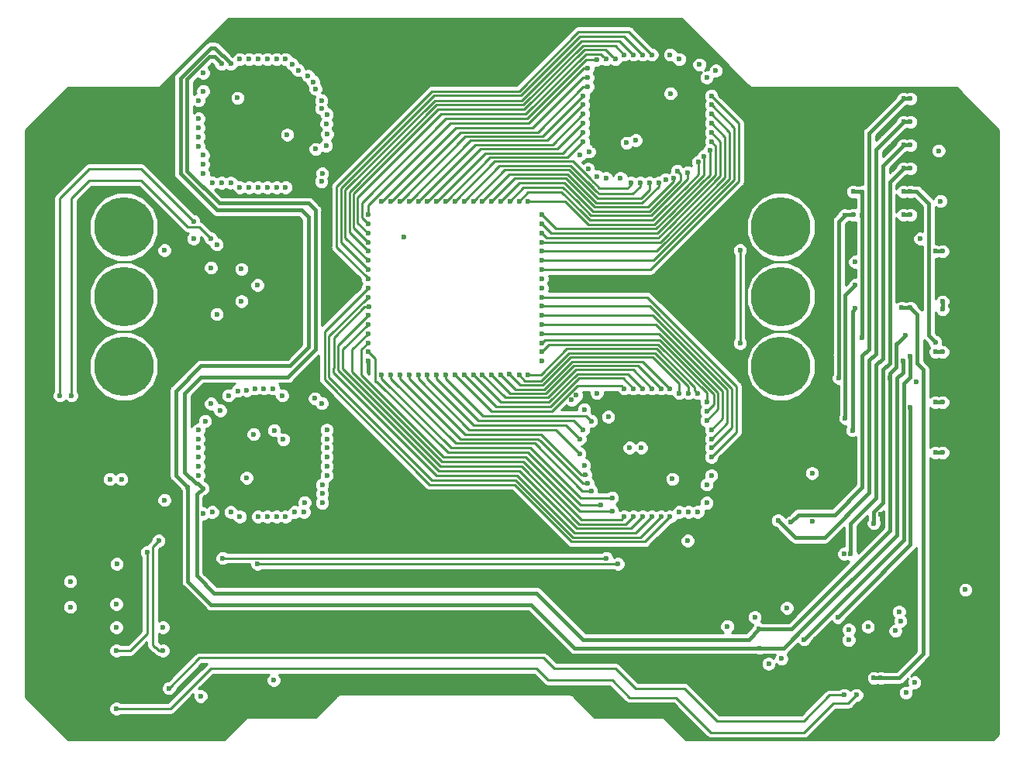
<source format=gbr>
G04 #@! TF.GenerationSoftware,KiCad,Pcbnew,(5.0.0-3-g5ebb6b6)*
G04 #@! TF.CreationDate,2019-10-28T13:28:08-04:00*
G04 #@! TF.ProjectId,Selection Interface,53656C656374696F6E20496E74657266,rev?*
G04 #@! TF.SameCoordinates,Original*
G04 #@! TF.FileFunction,Copper,L2,Inr,Signal*
G04 #@! TF.FilePolarity,Positive*
%FSLAX46Y46*%
G04 Gerber Fmt 4.6, Leading zero omitted, Abs format (unit mm)*
G04 Created by KiCad (PCBNEW (5.0.0-3-g5ebb6b6)) date Monday, October 28, 2019 at 01:28:08 PM*
%MOMM*%
%LPD*%
G01*
G04 APERTURE LIST*
G04 #@! TA.AperFunction,ViaPad*
%ADD10C,6.502400*%
G04 #@! TD*
G04 #@! TA.AperFunction,ViaPad*
%ADD11C,0.600000*%
G04 #@! TD*
G04 #@! TA.AperFunction,Conductor*
%ADD12C,0.400000*%
G04 #@! TD*
G04 #@! TA.AperFunction,Conductor*
%ADD13C,0.254000*%
G04 #@! TD*
G04 APERTURE END LIST*
D10*
G04 #@! TO.N,N/C*
G04 #@! TO.C,MH1*
X163830000Y-93345000D03*
G04 #@! TD*
G04 #@! TO.N,N/C*
G04 #@! TO.C,MH2*
X163830000Y-100965000D03*
G04 #@! TD*
G04 #@! TO.N,N/C*
G04 #@! TO.C,MH3*
X163830000Y-108585000D03*
G04 #@! TD*
G04 #@! TO.N,N/C*
G04 #@! TO.C,MH5*
X235585000Y-100965000D03*
G04 #@! TD*
G04 #@! TO.N,N/C*
G04 #@! TO.C,MH6*
X235585000Y-108585000D03*
G04 #@! TD*
G04 #@! TO.N,N/C*
G04 #@! TO.C,MH4*
X235585000Y-93345000D03*
G04 #@! TD*
D11*
G04 #@! TO.N,GND*
X155040000Y-127460000D03*
X155040000Y-124960000D03*
X155040000Y-122460000D03*
X155040000Y-119960000D03*
X155040000Y-117460000D03*
X155040000Y-114960000D03*
X155040000Y-112460000D03*
X155040000Y-109960000D03*
X155040000Y-132460000D03*
X155040000Y-129960000D03*
X155040000Y-142460000D03*
X155040000Y-139960000D03*
X155040000Y-137460000D03*
X155040000Y-134960000D03*
X155040000Y-107460000D03*
X155040000Y-104960000D03*
X155040000Y-102460000D03*
X155040000Y-99960000D03*
X155040000Y-97460000D03*
X155040000Y-94960000D03*
X172232000Y-136430000D03*
X243979941Y-141087421D03*
X233500000Y-134369790D03*
X237250000Y-129000000D03*
X238500000Y-129000000D03*
X245250000Y-135000000D03*
X242500000Y-122250000D03*
X253750000Y-141995000D03*
X189500000Y-128000000D03*
X193000000Y-128000000D03*
X196500000Y-127500000D03*
X172499000Y-77500100D03*
X190500000Y-108000000D03*
X227501000Y-122500000D03*
X174500000Y-124501000D03*
X228000000Y-119500000D03*
X177500000Y-125000000D03*
X225500000Y-74999200D03*
X172000000Y-80500000D03*
X222500000Y-74500000D03*
X232410000Y-104775000D03*
X238760000Y-104775000D03*
X160655000Y-104775000D03*
X167005000Y-104775000D03*
X167005000Y-97155000D03*
X160655000Y-97155000D03*
X204470000Y-75565000D03*
X189865000Y-74295000D03*
X196850000Y-75565000D03*
X193040000Y-75565000D03*
X207645000Y-75311000D03*
X232410000Y-97155000D03*
X238760000Y-97155000D03*
X229870000Y-97155000D03*
X229870000Y-104775000D03*
X229870000Y-102235000D03*
X229870000Y-99695000D03*
X163068000Y-117210000D03*
X169545000Y-97155000D03*
X169545000Y-99060000D03*
X169545000Y-100965000D03*
X179070000Y-119380000D03*
X210820000Y-127635000D03*
X207010000Y-127635000D03*
X203835000Y-127635000D03*
X227330000Y-99695000D03*
X227330000Y-102235000D03*
X215265000Y-84455000D03*
X181610000Y-88114000D03*
X218440000Y-111936000D03*
X185039000Y-114935000D03*
X249750000Y-94550000D03*
X249000000Y-94550000D03*
X243205000Y-94615000D03*
X180651000Y-137855000D03*
X231500000Y-145287500D03*
X246500000Y-124712500D03*
X254037500Y-135500000D03*
X254037500Y-132000000D03*
X254037500Y-128500000D03*
X235500000Y-118711500D03*
X239000000Y-118711500D03*
X242500000Y-118711500D03*
X237000000Y-122211500D03*
X239500000Y-144500000D03*
X238500000Y-144500000D03*
X237500000Y-144500000D03*
X243205000Y-120650000D03*
X231500000Y-124712500D03*
X223500000Y-136500000D03*
X257287500Y-128500000D03*
X257287500Y-135500000D03*
X257287500Y-132000000D03*
X200000000Y-131470000D03*
X210160000Y-131470000D03*
X207645000Y-131470000D03*
X205105000Y-131470000D03*
X202565000Y-131470000D03*
X197485000Y-131470000D03*
X194945000Y-131470000D03*
X192405000Y-131470000D03*
X189865000Y-131470000D03*
X187350000Y-131470000D03*
X241000000Y-148287500D03*
X244000000Y-148287500D03*
X247000000Y-148287500D03*
X158750000Y-147955000D03*
X161290000Y-147955000D03*
X163830000Y-147955000D03*
X166370000Y-147955000D03*
X168910000Y-147955000D03*
X171450000Y-147955000D03*
X173990000Y-147955000D03*
X155040000Y-92175000D03*
X155040000Y-89635000D03*
X155040000Y-87540000D03*
X155000000Y-85500000D03*
X155000000Y-83500000D03*
X157000000Y-83500000D03*
X157000000Y-81500000D03*
X159000000Y-79500000D03*
X159000000Y-81500000D03*
X161000000Y-81500000D03*
X161000000Y-79500000D03*
X163000000Y-81500000D03*
X163000000Y-79500000D03*
X165000000Y-79500000D03*
X165000000Y-81500000D03*
X167000000Y-81500000D03*
X167000000Y-79500000D03*
X159000000Y-83500000D03*
X161000000Y-83500000D03*
X163000000Y-83500000D03*
X165000000Y-83500000D03*
X167000000Y-83500000D03*
X157000000Y-87500000D03*
X157000000Y-85500000D03*
X159000000Y-85500000D03*
X161000000Y-85500000D03*
X163000000Y-85500000D03*
X165000000Y-85500000D03*
X167000000Y-85500000D03*
X238500000Y-79000000D03*
X236500000Y-79000000D03*
X236500000Y-81000000D03*
X238500000Y-81000000D03*
X184810000Y-131470000D03*
X182245000Y-131445000D03*
X179705000Y-131445000D03*
X197485000Y-137160000D03*
X200025000Y-137160000D03*
X202565000Y-137160000D03*
X205105000Y-137160000D03*
G04 #@! TO.N,BT1_RX*
X243000000Y-138500000D03*
X172232000Y-144633000D03*
G04 #@! TO.N,BT1_TX*
X243005684Y-137360000D03*
X180213000Y-142875000D03*
G04 #@! TO.N,D18*
X201000000Y-90500000D03*
X220246000Y-88500000D03*
X186055000Y-83185000D03*
G04 #@! TO.N,D17*
X200000000Y-90500000D03*
X219246000Y-88500000D03*
X185928000Y-84455000D03*
G04 #@! TO.N,D50*
X198000000Y-109500000D03*
X214000000Y-115500000D03*
X180135000Y-111000000D03*
G04 #@! TO.N,D49*
X199000000Y-109500000D03*
X214884000Y-114554000D03*
X181135000Y-111760000D03*
G04 #@! TO.N,I2C0_SCL*
X185445000Y-112610000D03*
X215493000Y-111499000D03*
X214535000Y-86970800D03*
X185420000Y-88369800D03*
X176682500Y-101447500D03*
X176682500Y-97942500D03*
X234259301Y-141087421D03*
G04 #@! TO.N,I2C0_SDA*
X215533000Y-87797700D03*
X184700000Y-112087000D03*
X185501000Y-87498900D03*
X173355000Y-97790000D03*
X173990000Y-102870000D03*
X216750000Y-114085000D03*
X214122000Y-113284000D03*
X235670000Y-140535000D03*
G04 #@! TO.N,D8*
X190500000Y-92000000D03*
X173501000Y-88500800D03*
X214499000Y-76001100D03*
G04 #@! TO.N,D9*
X192000000Y-90500000D03*
X214499000Y-77000100D03*
X174500000Y-88500800D03*
G04 #@! TO.N,D10*
X193000000Y-90500000D03*
X214500000Y-78000000D03*
X175500000Y-88500000D03*
G04 #@! TO.N,D11*
X194000000Y-90500000D03*
X176500000Y-89000000D03*
X214000000Y-79000000D03*
G04 #@! TO.N,D12*
X195000000Y-90500000D03*
X177500000Y-89000000D03*
X214000000Y-80000000D03*
G04 #@! TO.N,D13*
X178500000Y-89000000D03*
X196000000Y-90500000D03*
X214000000Y-81000000D03*
G04 #@! TO.N,D14*
X179500000Y-89000000D03*
X197000000Y-90500000D03*
X214000000Y-82000000D03*
G04 #@! TO.N,D15*
X198000000Y-90500000D03*
X214000000Y-83000000D03*
X180500000Y-89000000D03*
G04 #@! TO.N,D16*
X199000000Y-90500000D03*
X214000000Y-84000000D03*
X181500000Y-89000000D03*
G04 #@! TO.N,D19*
X202000000Y-90500000D03*
X221246000Y-88500000D03*
X185966000Y-82042000D03*
G04 #@! TO.N,D20*
X203000000Y-90500000D03*
X222246000Y-88500000D03*
X186000000Y-81026000D03*
G04 #@! TO.N,D21*
X204000000Y-90500000D03*
X223901000Y-88011000D03*
X185420000Y-79502000D03*
G04 #@! TO.N,D22*
X205000000Y-90500000D03*
X224282000Y-87203001D03*
X184771000Y-78232000D03*
G04 #@! TO.N,D23*
X206000000Y-90500000D03*
X225425000Y-87376000D03*
X184524246Y-77470000D03*
G04 #@! TO.N,D24*
X207000000Y-90500000D03*
X183952613Y-76835000D03*
X226568000Y-86233000D03*
G04 #@! TO.N,D25*
X208000000Y-90500000D03*
X227203000Y-85598000D03*
X182880000Y-76200000D03*
G04 #@! TO.N,D26*
X209500000Y-92000000D03*
X227838000Y-84963000D03*
X182245000Y-75565000D03*
G04 #@! TO.N,D27*
X209500000Y-93000000D03*
X228000000Y-84000000D03*
X181500000Y-75000000D03*
G04 #@! TO.N,D28*
X228000000Y-83000000D03*
X180500000Y-75000000D03*
X209500000Y-93980000D03*
G04 #@! TO.N,D29*
X209500000Y-95000000D03*
X228000000Y-82000000D03*
X179500000Y-75000000D03*
G04 #@! TO.N,D30*
X209500000Y-96000000D03*
X228000000Y-81000000D03*
X178500000Y-75000000D03*
G04 #@! TO.N,D31*
X209500000Y-97000000D03*
X177500000Y-75000000D03*
X228000000Y-80000000D03*
G04 #@! TO.N,D32*
X209500000Y-98000000D03*
X176500000Y-75000000D03*
X228000000Y-79000000D03*
G04 #@! TO.N,D1*
X190500000Y-99000000D03*
X172000000Y-81500000D03*
X221500000Y-74500000D03*
G04 #@! TO.N,D2*
X190500000Y-98000000D03*
X172000000Y-82500000D03*
X220500000Y-74500000D03*
G04 #@! TO.N,D3*
X190500000Y-97000000D03*
X219500000Y-74500000D03*
X172000000Y-83500000D03*
G04 #@! TO.N,D4*
X190500000Y-96000000D03*
X218500000Y-74500000D03*
X172000000Y-84500000D03*
G04 #@! TO.N,D5*
X190500000Y-95000000D03*
X172500000Y-85500000D03*
X217500000Y-75000000D03*
G04 #@! TO.N,D6*
X190500000Y-94000000D03*
X172504000Y-86497900D03*
X216502000Y-75004200D03*
G04 #@! TO.N,D7*
X215493000Y-75044600D03*
X190500000Y-93000000D03*
X172499000Y-87506900D03*
G04 #@! TO.N,D40*
X226499000Y-111499000D03*
X208000000Y-109500000D03*
X185501000Y-123499000D03*
G04 #@! TO.N,D41*
X207000000Y-109500000D03*
X225500000Y-111499000D03*
X185501000Y-122500000D03*
G04 #@! TO.N,D42*
X205929000Y-109429000D03*
X224500000Y-111500000D03*
X185500000Y-121500000D03*
G04 #@! TO.N,D43*
X223500000Y-111000000D03*
X186000000Y-120500000D03*
X205000000Y-109500000D03*
G04 #@! TO.N,D44*
X222500000Y-111000000D03*
X186000000Y-119500000D03*
X204000000Y-109500000D03*
G04 #@! TO.N,D45*
X221500000Y-111000000D03*
X186000000Y-118500000D03*
X203000000Y-109500000D03*
G04 #@! TO.N,D46*
X220500000Y-111000000D03*
X186000000Y-117500000D03*
X202000000Y-109500000D03*
G04 #@! TO.N,D47*
X219500000Y-111000000D03*
X186000000Y-116500000D03*
X201000000Y-109500000D03*
G04 #@! TO.N,D48*
X218500000Y-111000000D03*
X186000000Y-115500000D03*
X200000000Y-109500000D03*
G04 #@! TO.N,D51*
X213619000Y-116500000D03*
X197000000Y-109500000D03*
X179135000Y-111000000D03*
G04 #@! TO.N,D52*
X196000000Y-109500000D03*
X213614000Y-118110000D03*
X178135000Y-111000000D03*
G04 #@! TO.N,D53*
X195000000Y-109500000D03*
X214249000Y-120396000D03*
X177250000Y-111210000D03*
G04 #@! TO.N,D54*
X194000000Y-109500000D03*
X214503000Y-121354643D03*
X176276000Y-111252000D03*
G04 #@! TO.N,D55*
X193000000Y-109500000D03*
X214884000Y-122174000D03*
X175264000Y-111760000D03*
G04 #@! TO.N,D56*
X192000000Y-109500000D03*
X217170000Y-122936000D03*
X174371000Y-113411000D03*
G04 #@! TO.N,D57*
X190500000Y-107000000D03*
X215900000Y-123698000D03*
X173355000Y-112649000D03*
G04 #@! TO.N,D58*
X190500000Y-106000000D03*
X217170000Y-124372999D03*
X172720000Y-114554000D03*
G04 #@! TO.N,D59*
X218500000Y-125000000D03*
X172000000Y-115500000D03*
X190500000Y-105000000D03*
G04 #@! TO.N,D60*
X219500000Y-125000000D03*
X172000000Y-116500000D03*
X190500000Y-104000000D03*
G04 #@! TO.N,D61*
X190503000Y-103006000D03*
X220500000Y-125000000D03*
X172000000Y-117500000D03*
G04 #@! TO.N,D62*
X190571000Y-102071000D03*
X221500000Y-125000000D03*
X172000000Y-118500000D03*
G04 #@! TO.N,D63*
X222500000Y-125000000D03*
X172000000Y-119500000D03*
X190500000Y-101000000D03*
G04 #@! TO.N,D64*
X223500000Y-125000000D03*
X172000000Y-120500000D03*
X190500000Y-100000000D03*
G04 #@! TO.N,D33*
X228000000Y-118500000D03*
X178500000Y-125000000D03*
X209500000Y-101000000D03*
G04 #@! TO.N,D34*
X228000000Y-117500000D03*
X179500000Y-125000000D03*
X209500000Y-102000000D03*
G04 #@! TO.N,D35*
X228000000Y-116500000D03*
X180500000Y-125000000D03*
X209500000Y-103000000D03*
G04 #@! TO.N,D36*
X228000000Y-115500000D03*
X181500000Y-125000000D03*
X209500000Y-104000000D03*
G04 #@! TO.N,D37*
X227500000Y-114500000D03*
X182500000Y-124500000D03*
X209500000Y-105000000D03*
G04 #@! TO.N,D38*
X227496000Y-113502000D03*
X183498000Y-124496000D03*
X209500000Y-106000000D03*
G04 #@! TO.N,D39*
X227501000Y-112493000D03*
X209500000Y-107000000D03*
X183581000Y-123444000D03*
G04 #@! TO.N,VDDD*
X194400000Y-94400000D03*
X178000000Y-116000000D03*
X248502000Y-135413000D03*
X255750000Y-133000000D03*
X172500000Y-78500000D03*
X224500000Y-75000000D03*
X227500000Y-121500000D03*
X175500000Y-124500000D03*
X178435000Y-99695000D03*
X223012000Y-88138000D03*
X185420000Y-80391000D03*
X214122000Y-119380000D03*
X177250000Y-120750000D03*
G04 #@! TO.N,SWDIO5*
X242500000Y-144500000D03*
X168760000Y-143760000D03*
G04 #@! TO.N,SWDCLK5*
X163020000Y-146000000D03*
X243846000Y-144500000D03*
G04 #@! TO.N,DD1*
X233281839Y-139369790D03*
X243500000Y-89470000D03*
X175500000Y-75500000D03*
X252500000Y-96000000D03*
X253250000Y-96000000D03*
X244475000Y-89535000D03*
X244475000Y-92075000D03*
X250825000Y-94615000D03*
X248920000Y-107950000D03*
X244475000Y-105410000D03*
X170815000Y-121793000D03*
G04 #@! TO.N,SS1*
X228500000Y-76250000D03*
X229750000Y-137000000D03*
X224500000Y-124500000D03*
X249750000Y-89470000D03*
X249000000Y-89470000D03*
X252820000Y-85000000D03*
X249750000Y-107500000D03*
X252476000Y-105918000D03*
X238125000Y-138430000D03*
G04 #@! TO.N,DD2*
X243500000Y-92010000D03*
X174502000Y-75504200D03*
X253250000Y-101500000D03*
X233197781Y-137292219D03*
X242570000Y-92075000D03*
X241935000Y-109855000D03*
X247523000Y-109855000D03*
X253250000Y-102350000D03*
X249174000Y-105156000D03*
X172466000Y-121920000D03*
G04 #@! TO.N,SS2*
X249000000Y-92010000D03*
X249750000Y-92010000D03*
X225498000Y-124496000D03*
X227496000Y-77002100D03*
X232750000Y-136000000D03*
X253035000Y-90500000D03*
X249750000Y-113030000D03*
X241825000Y-136000000D03*
G04 #@! TO.N,IO1*
X249750000Y-86930000D03*
X249000000Y-86930000D03*
X248116000Y-137487000D03*
X245740000Y-125725000D03*
G04 #@! TO.N,IO2*
X249750000Y-84390000D03*
X249000000Y-84390000D03*
X243200001Y-129105000D03*
X242500000Y-129077000D03*
G04 #@! TO.N,IO3*
X249750000Y-81850000D03*
X249000000Y-81850000D03*
X235289000Y-125422000D03*
G04 #@! TO.N,IO4*
X249750000Y-79310000D03*
X249000000Y-79310000D03*
X236701000Y-125595000D03*
G04 #@! TO.N,SWDIO2*
X184777000Y-84807600D03*
X171450000Y-94615000D03*
X163020000Y-134570000D03*
G04 #@! TO.N,SWDCLK2*
X181675000Y-83250000D03*
X171450000Y-92710000D03*
X157988000Y-134874000D03*
X156845000Y-111760000D03*
G04 #@! TO.N,SWDIO4*
X168100000Y-139650000D03*
X181250000Y-116565000D03*
X167640000Y-127635000D03*
G04 #@! TO.N,SWDCLK4*
X163020000Y-139650000D03*
X180250000Y-115570000D03*
X166370000Y-128905000D03*
G04 #@! TO.N,XRES*
X236263400Y-134980400D03*
X226507000Y-124501000D03*
X223750000Y-120880000D03*
X223530000Y-78750000D03*
X231140000Y-106045000D03*
X231140000Y-95885000D03*
X225425000Y-127635000D03*
X162306000Y-120904000D03*
X163576000Y-120904000D03*
X176250000Y-79222000D03*
X168275000Y-95885000D03*
X168275000Y-123190000D03*
X172499000Y-124681000D03*
G04 #@! TO.N,SWDIO1*
X216500000Y-88000800D03*
X218750000Y-84130000D03*
X173990000Y-95250000D03*
X213614000Y-85471000D03*
X163070000Y-130175000D03*
G04 #@! TO.N,SWDCLK1*
X219750000Y-83860000D03*
X173355000Y-94615000D03*
X218070529Y-87999471D03*
X214655530Y-85090000D03*
X157988000Y-132080000D03*
X158115000Y-111760000D03*
G04 #@! TO.N,SWDIO3*
X168100000Y-137110000D03*
X178435000Y-130175000D03*
X217805000Y-130175000D03*
X220345000Y-117475000D03*
G04 #@! TO.N,SWDCLK3*
X163020000Y-137110000D03*
X216535000Y-129540000D03*
X219075000Y-117475000D03*
X174625000Y-129540000D03*
G04 #@! TO.N,VDDA_M1*
X223500000Y-74500000D03*
G04 #@! TO.N,VCCD_M1*
X226700000Y-75587400D03*
G04 #@! TO.N,VDDA_M3*
X228000000Y-120500000D03*
G04 #@! TO.N,VCCD_M3*
X227501000Y-123499000D03*
G04 #@! TO.N,VDDA_M4*
X176500000Y-125000000D03*
G04 #@! TO.N,VCCD_M4*
X173501000Y-124501000D03*
G04 #@! TO.N,VDDA_M2*
X172000000Y-79500000D03*
G04 #@! TO.N,VCCD_M2*
X172499000Y-76501100D03*
G04 #@! TO.N,VCCA_C1*
X239000000Y-120249000D03*
X239000000Y-125500000D03*
G04 #@! TO.N,USBDP_C1*
X245110000Y-137036000D03*
X250190000Y-143129000D03*
G04 #@! TO.N,USBDM_C1*
X248666000Y-136398000D03*
X249245000Y-144245000D03*
G04 #@! TO.N,SolutionGate_Socket*
X253250000Y-118000000D03*
X209500000Y-100000000D03*
X243705000Y-102243000D03*
X252500000Y-118000000D03*
X243405001Y-115570000D03*
G04 #@! TO.N,LocalGates_Socket*
X252500000Y-112500000D03*
X253250000Y-112500000D03*
X209500000Y-99000000D03*
X243705000Y-99703000D03*
X242635001Y-114234999D03*
G04 #@! TO.N,BackGate_Socket*
X253250000Y-107000000D03*
X213250000Y-111750000D03*
X212750000Y-112250000D03*
X209500000Y-108000000D03*
X243705000Y-97163000D03*
X252500000Y-107000000D03*
X250399990Y-110280010D03*
G04 #@! TO.N,Gate*
X249750000Y-102170000D03*
X246496000Y-142646000D03*
X245754000Y-142646000D03*
X248817000Y-102170000D03*
G04 #@! TD*
D12*
G04 #@! TO.N,GND*
X249750000Y-94550000D02*
X249000000Y-94550000D01*
D13*
G04 #@! TO.N,D18*
X204872000Y-86628400D02*
X212655000Y-86628400D01*
X201000000Y-90500000D02*
X204872000Y-86628400D01*
X214911000Y-88885100D02*
X214911000Y-88889293D01*
X214911000Y-88885100D02*
X215152901Y-89127001D01*
X214630000Y-88604013D02*
X214911000Y-88885100D01*
X212655000Y-86628400D02*
X214630000Y-88604013D01*
X212653293Y-86631580D02*
X212653027Y-86631579D01*
X215457713Y-89436000D02*
X212653293Y-86631580D01*
X220246000Y-88900000D02*
X220246000Y-88500000D01*
X215737703Y-89715990D02*
X219430010Y-89715990D01*
X215265000Y-89243287D02*
X215737703Y-89715990D01*
X219430010Y-89715990D02*
X220246000Y-88900000D01*
X215265000Y-89239013D02*
X215265000Y-89243287D01*
X214630000Y-88604013D02*
X215265000Y-89239013D01*
G04 #@! TO.N,D17*
X204329000Y-86171200D02*
X212844000Y-86171200D01*
X200000000Y-90500000D02*
X204329000Y-86171200D01*
X219246000Y-88500000D02*
X219246000Y-88729000D01*
X215800038Y-89127001D02*
X214630000Y-87956963D01*
X214630000Y-87956963D02*
X215101000Y-88427900D01*
X218847999Y-89127001D02*
X215800038Y-89127001D01*
X219246000Y-88729000D02*
X218847999Y-89127001D01*
X212844000Y-86171200D02*
X214630000Y-87956963D01*
G04 #@! TO.N,D50*
X213000000Y-114500000D02*
X214000000Y-115500000D01*
X202576000Y-114500000D02*
X213000000Y-114500000D01*
X198000000Y-109924000D02*
X202576000Y-114500000D01*
X198000000Y-109500000D02*
X198000000Y-109924000D01*
G04 #@! TO.N,D49*
X203076000Y-114000000D02*
X214330000Y-114000000D01*
X214330000Y-114000000D02*
X214884000Y-114554000D01*
X199000000Y-109924000D02*
X203076000Y-114000000D01*
X199000000Y-109500000D02*
X199000000Y-109924000D01*
G04 #@! TO.N,D8*
X214025000Y-76001100D02*
X214499000Y-76001100D01*
X208026000Y-82000000D02*
X214025000Y-76001100D01*
X199500000Y-82000000D02*
X208026000Y-82000000D01*
X190500000Y-91000000D02*
X199500000Y-82000000D01*
X190500000Y-92000000D02*
X190500000Y-91000000D01*
G04 #@! TO.N,D9*
X214000000Y-77000100D02*
X214499000Y-77000100D01*
X208487000Y-82513500D02*
X214000000Y-77000100D01*
X200054000Y-82513500D02*
X208487000Y-82513500D01*
X192067000Y-90500000D02*
X200054000Y-82513500D01*
X192000000Y-90500000D02*
X192067000Y-90500000D01*
G04 #@! TO.N,D10*
X214000000Y-78000000D02*
X214500000Y-78000000D01*
X209029000Y-82970700D02*
X214000000Y-78000000D01*
X200597000Y-82970700D02*
X209029000Y-82970700D01*
X193067000Y-90500000D02*
X200597000Y-82970700D01*
X193000000Y-90500000D02*
X193067000Y-90500000D01*
G04 #@! TO.N,D11*
X209572000Y-83427900D02*
X214000000Y-79000000D01*
X201139000Y-83427900D02*
X209572000Y-83427900D01*
X194067000Y-90500000D02*
X201139000Y-83427900D01*
X194000000Y-90500000D02*
X194067000Y-90500000D01*
G04 #@! TO.N,D12*
X210115000Y-83885100D02*
X214000000Y-80000000D01*
X201682000Y-83885100D02*
X210115000Y-83885100D01*
X195067000Y-90500000D02*
X201682000Y-83885100D01*
X195000000Y-90500000D02*
X195067000Y-90500000D01*
G04 #@! TO.N,D13*
X210658000Y-84342300D02*
X214000000Y-81000000D01*
X202225000Y-84342300D02*
X210658000Y-84342300D01*
X196067000Y-90500000D02*
X202225000Y-84342300D01*
X196000000Y-90500000D02*
X196067000Y-90500000D01*
G04 #@! TO.N,D14*
X211200000Y-84799500D02*
X214000000Y-82000000D01*
X202768000Y-84799500D02*
X211200000Y-84799500D01*
X197067000Y-90500000D02*
X202768000Y-84799500D01*
X197000000Y-90500000D02*
X197067000Y-90500000D01*
G04 #@! TO.N,D15*
X211743000Y-85256700D02*
X214000000Y-83000000D01*
X203311000Y-85256700D02*
X211743000Y-85256700D01*
X198067000Y-90500000D02*
X203311000Y-85256700D01*
X198000000Y-90500000D02*
X198067000Y-90500000D01*
G04 #@! TO.N,D16*
X212286000Y-85713900D02*
X214000000Y-84000000D01*
X203853000Y-85713900D02*
X212286000Y-85713900D01*
X199067000Y-90500000D02*
X203853000Y-85713900D01*
X199000000Y-90500000D02*
X199067000Y-90500000D01*
G04 #@! TO.N,D19*
X214279641Y-88900000D02*
X214914641Y-89535000D01*
X205414000Y-87085600D02*
X212465000Y-87085600D01*
X202000000Y-90500000D02*
X205414000Y-87085600D01*
X213644557Y-88265000D02*
X214279641Y-88900000D01*
X212465000Y-87085600D02*
X213644557Y-88265000D01*
X213644647Y-88265000D02*
X213644557Y-88265000D01*
X220329934Y-90170000D02*
X215549647Y-90170000D01*
X215549647Y-90170000D02*
X213644647Y-88265000D01*
X221246000Y-89253934D02*
X220329934Y-90170000D01*
X221246000Y-88500000D02*
X221246000Y-89253934D01*
G04 #@! TO.N,D20*
X205957000Y-87542800D02*
X212276000Y-87542800D01*
X203000000Y-90500000D02*
X205957000Y-87542800D01*
X214764159Y-90026578D02*
X214764159Y-90035840D01*
X214267778Y-89535000D02*
X213632778Y-88900000D01*
X214272581Y-89535000D02*
X214267778Y-89535000D01*
X214272581Y-89535000D02*
X214764159Y-90026578D01*
X215445946Y-90712970D02*
X212997976Y-88265000D01*
X217805000Y-90712970D02*
X215445946Y-90712970D01*
X212997976Y-88265000D02*
X213632778Y-88900000D01*
X212276000Y-87542800D02*
X212997976Y-88265000D01*
X217077970Y-90712970D02*
X217805000Y-90712970D01*
X222246000Y-88896000D02*
X222246000Y-88500000D01*
X220429030Y-90712970D02*
X222246000Y-88896000D01*
X217805000Y-90712970D02*
X220429030Y-90712970D01*
G04 #@! TO.N,D21*
X212086000Y-88000000D02*
X206500000Y-88000000D01*
X221092055Y-91166980D02*
X215253184Y-91166980D01*
X223901000Y-88358035D02*
X221092055Y-91166980D01*
X206500000Y-88000000D02*
X204000000Y-90500000D01*
X213621204Y-89535000D02*
X212086000Y-88000000D01*
X215253184Y-91166980D02*
X213621204Y-89535000D01*
X223901000Y-88011000D02*
X223901000Y-88358035D01*
G04 #@! TO.N,D22*
X207000000Y-88500000D02*
X205000000Y-90500000D01*
X211940000Y-88500000D02*
X207000000Y-88500000D01*
X212975046Y-89535000D02*
X211940000Y-88500000D01*
X221280111Y-91620990D02*
X215061036Y-91620990D01*
X224663000Y-88238101D02*
X221280111Y-91620990D01*
X215061036Y-91620990D02*
X212975046Y-89535000D01*
X224663000Y-87884000D02*
X224663000Y-87584001D01*
X224663000Y-87584001D02*
X224282000Y-87203001D01*
X224663000Y-87884000D02*
X224663000Y-88238101D01*
G04 #@! TO.N,D23*
X214867833Y-92075000D02*
X221468167Y-92075000D01*
X213360000Y-90567167D02*
X214867833Y-92075000D01*
X213360000Y-90567145D02*
X213360000Y-90567167D01*
X211793000Y-89000000D02*
X213360000Y-90567145D01*
X207500000Y-89000000D02*
X211793000Y-89000000D01*
X206000000Y-90500000D02*
X207500000Y-89000000D01*
X225425000Y-87376000D02*
X225425000Y-88118167D01*
X221468167Y-92075000D02*
X225425000Y-88118167D01*
G04 #@! TO.N,D24*
X213775000Y-91628400D02*
X213775000Y-91632696D01*
X225285233Y-88900073D02*
X225285233Y-88900000D01*
X222885000Y-91300497D02*
X225285233Y-88900073D01*
X207000000Y-90500000D02*
X208000000Y-89500000D01*
X222885000Y-91300524D02*
X222885000Y-91300497D01*
X221586676Y-92598848D02*
X222885000Y-91300524D01*
X213775000Y-91632696D02*
X214741152Y-92598848D01*
X214741152Y-92598848D02*
X221586676Y-92598848D01*
X211647000Y-89500000D02*
X213775000Y-91628400D01*
X208000000Y-89500000D02*
X211647000Y-89500000D01*
X226568000Y-86233000D02*
X226568000Y-86233000D01*
X226568000Y-87617233D02*
X226568000Y-86233000D01*
X225285233Y-88900000D02*
X226568000Y-87617233D01*
G04 #@! TO.N,D25*
X214572218Y-93071980D02*
X212305238Y-90805000D01*
X223387549Y-91440050D02*
X221755619Y-93071980D01*
X212000000Y-90500000D02*
X208000000Y-90500000D01*
X223387549Y-91440000D02*
X223387549Y-91440050D01*
X221755619Y-93071980D02*
X214572218Y-93071980D01*
X226507000Y-88320300D02*
X223387549Y-91440000D01*
X226511688Y-88320300D02*
X226507000Y-88320300D01*
X212305078Y-90805000D02*
X212000000Y-90500000D01*
X212305238Y-90805000D02*
X212305078Y-90805000D01*
X227203000Y-87628988D02*
X226511688Y-88320300D01*
X227203000Y-85598000D02*
X227203000Y-87628988D01*
G04 #@! TO.N,D26*
X227838000Y-87636081D02*
X227584000Y-87890081D01*
X227838000Y-84963000D02*
X227838000Y-87636081D01*
X227631001Y-87843080D02*
X227584000Y-87890081D01*
X210185000Y-92685000D02*
X209500000Y-92000000D01*
X211025990Y-93525990D02*
X210185000Y-92685000D01*
X221943665Y-93525990D02*
X211025990Y-93525990D01*
X223515816Y-91953839D02*
X221943665Y-93525990D01*
X223520000Y-91953839D02*
X223515816Y-91953839D01*
X227209081Y-88265000D02*
X223520000Y-91953839D01*
X227584000Y-87890081D02*
X227209081Y-88265000D01*
G04 #@! TO.N,D27*
X210480000Y-93980000D02*
X209931000Y-93431000D01*
X222144752Y-93975279D02*
X222144752Y-93980000D01*
X223520000Y-92600031D02*
X222144752Y-93975279D01*
X227965000Y-88155375D02*
X223520000Y-92600031D01*
X209931000Y-93431000D02*
X209500000Y-93000000D01*
X227969535Y-88155375D02*
X227965000Y-88155375D01*
X228494910Y-87630000D02*
X227969535Y-88155375D01*
X222144752Y-93980000D02*
X210480000Y-93980000D01*
X228494910Y-84494910D02*
X228494910Y-87630000D01*
X228000000Y-84000000D02*
X228494910Y-84494910D01*
G04 #@! TO.N,D28*
X210005790Y-94485790D02*
X209500000Y-93980000D01*
X222295771Y-94476152D02*
X222286133Y-94485790D01*
X222286133Y-94485790D02*
X210005790Y-94485790D01*
X222295771Y-94471047D02*
X222295771Y-94476152D01*
X228000000Y-83000000D02*
X229000000Y-84000000D01*
X223421818Y-93345000D02*
X222295771Y-94471047D01*
X229000000Y-87767000D02*
X223421818Y-93345000D01*
X229000000Y-84000000D02*
X229000000Y-87767000D01*
G04 #@! TO.N,D29*
X229500000Y-83500000D02*
X228000000Y-82000000D01*
X229500000Y-87913600D02*
X229500000Y-83500000D01*
X222414000Y-95000000D02*
X229500000Y-87913600D01*
X209500000Y-95000000D02*
X222414000Y-95000000D01*
G04 #@! TO.N,D30*
X230000000Y-83000000D02*
X228000000Y-81000000D01*
X230000000Y-88060200D02*
X230000000Y-83000000D01*
X222060000Y-96000000D02*
X230000000Y-88060200D01*
X209500000Y-96000000D02*
X222060000Y-96000000D01*
G04 #@! TO.N,D31*
X230500000Y-82500000D02*
X228000000Y-80000000D01*
X230500000Y-88206800D02*
X230500000Y-82500000D01*
X221707000Y-97000000D02*
X230500000Y-88206800D01*
X209500000Y-97000000D02*
X221707000Y-97000000D01*
G04 #@! TO.N,D32*
X231000000Y-82000000D02*
X228000000Y-79000000D01*
X231000000Y-88353400D02*
X231000000Y-82000000D01*
X221353000Y-98000000D02*
X231000000Y-88353400D01*
X209500000Y-98000000D02*
X221353000Y-98000000D01*
G04 #@! TO.N,D1*
X219000000Y-72000000D02*
X221500000Y-74500000D01*
X213500000Y-72000000D02*
X219000000Y-72000000D01*
X207000000Y-78500000D02*
X213500000Y-72000000D01*
X197500000Y-78500000D02*
X207000000Y-78500000D01*
X187086000Y-88914400D02*
X197500000Y-78500000D01*
X187086000Y-95518300D02*
X187086000Y-88914400D01*
X190500000Y-98932700D02*
X187086000Y-95518300D01*
X190500000Y-99000000D02*
X190500000Y-98932700D01*
G04 #@! TO.N,D2*
X218500000Y-72500000D02*
X220500000Y-74500000D01*
X213647000Y-72500000D02*
X218500000Y-72500000D01*
X207189000Y-78957200D02*
X213647000Y-72500000D01*
X197689000Y-78957200D02*
X207189000Y-78957200D01*
X187543000Y-89103800D02*
X197689000Y-78957200D01*
X187543000Y-95042800D02*
X187543000Y-89103800D01*
X190500000Y-98000000D02*
X187543000Y-95042800D01*
G04 #@! TO.N,D3*
X218000000Y-73000000D02*
X219500000Y-74500000D01*
X213793000Y-73000000D02*
X218000000Y-73000000D01*
X207293000Y-79500000D02*
X213793000Y-73000000D01*
X197793000Y-79500000D02*
X207293000Y-79500000D01*
X188000000Y-89293200D02*
X197793000Y-79500000D01*
X188000000Y-94500000D02*
X188000000Y-89293200D01*
X190500000Y-97000000D02*
X188000000Y-94500000D01*
G04 #@! TO.N,D4*
X217500000Y-73500000D02*
X218500000Y-74500000D01*
X213940000Y-73500000D02*
X217500000Y-73500000D01*
X207440000Y-80000000D02*
X213940000Y-73500000D01*
X198000000Y-80000000D02*
X207440000Y-80000000D01*
X188457000Y-89542800D02*
X198000000Y-80000000D01*
X188457000Y-93957200D02*
X188457000Y-89542800D01*
X190500000Y-96000000D02*
X188457000Y-93957200D01*
G04 #@! TO.N,D5*
X217200000Y-74700000D02*
X217500000Y-75000000D01*
X216457000Y-73957200D02*
X217200000Y-74700000D01*
X214129000Y-73957200D02*
X216457000Y-73957200D01*
X207586000Y-80500000D02*
X214129000Y-73957200D01*
X198147000Y-80500000D02*
X207586000Y-80500000D01*
X188914000Y-89732200D02*
X198147000Y-80500000D01*
X188914000Y-93414400D02*
X188914000Y-89732200D01*
X190500000Y-95000000D02*
X188914000Y-93414400D01*
G04 #@! TO.N,D6*
X216202000Y-74704200D02*
X216502000Y-75004200D01*
X215912000Y-74414400D02*
X216202000Y-74704200D01*
X214319000Y-74414400D02*
X215912000Y-74414400D01*
X207733000Y-81000000D02*
X214319000Y-74414400D01*
X198500000Y-81000000D02*
X207733000Y-81000000D01*
X189372000Y-90128400D02*
X198500000Y-81000000D01*
X189372000Y-92871600D02*
X189372000Y-90128400D01*
X190500000Y-94000000D02*
X189372000Y-92871600D01*
G04 #@! TO.N,D7*
X214335000Y-75044600D02*
X215493000Y-75044600D01*
X207880000Y-81500000D02*
X214335000Y-75044600D01*
X199000000Y-81500000D02*
X207880000Y-81500000D01*
X189829000Y-90671200D02*
X199000000Y-81500000D01*
X189829000Y-92328800D02*
X189829000Y-90671200D01*
X190500000Y-93000000D02*
X189829000Y-92328800D01*
G04 #@! TO.N,D40*
X226199000Y-111199000D02*
X226499000Y-111499000D01*
X226199000Y-110828000D02*
X226199000Y-111199000D01*
X222035000Y-106664000D02*
X226199000Y-110828000D01*
X212230000Y-106664000D02*
X222035000Y-106664000D01*
X209395000Y-109500000D02*
X212230000Y-106664000D01*
X208000000Y-109500000D02*
X209395000Y-109500000D01*
G04 #@! TO.N,D41*
X225500000Y-110776000D02*
X225500000Y-111499000D01*
X221845000Y-107122000D02*
X225500000Y-110776000D01*
X212420000Y-107122000D02*
X221845000Y-107122000D01*
X209370000Y-110171000D02*
X212420000Y-107122000D01*
X207671000Y-110171000D02*
X209370000Y-110171000D01*
X207000000Y-109500000D02*
X207671000Y-110171000D01*
G04 #@! TO.N,D42*
X224500000Y-110457000D02*
X224500000Y-111500000D01*
X221622000Y-107579000D02*
X224500000Y-110457000D01*
X212609000Y-107579000D02*
X221622000Y-107579000D01*
X209559000Y-110628000D02*
X212609000Y-107579000D01*
X207128000Y-110628000D02*
X209559000Y-110628000D01*
X205929000Y-109429000D02*
X207128000Y-110628000D01*
G04 #@! TO.N,D43*
X220536000Y-108036000D02*
X223500000Y-111000000D01*
X212798000Y-108036000D02*
X220536000Y-108036000D01*
X209749000Y-111086000D02*
X212798000Y-108036000D01*
X206586000Y-111086000D02*
X209749000Y-111086000D01*
X205000000Y-109500000D02*
X206586000Y-111086000D01*
G04 #@! TO.N,D44*
X219993000Y-108493000D02*
X222500000Y-111000000D01*
X212988000Y-108493000D02*
X219993000Y-108493000D01*
X209938000Y-111543000D02*
X212988000Y-108493000D01*
X206043000Y-111543000D02*
X209938000Y-111543000D01*
X204000000Y-109500000D02*
X206043000Y-111543000D01*
G04 #@! TO.N,D45*
X219450000Y-108950000D02*
X221500000Y-111000000D01*
X213177000Y-108950000D02*
X219450000Y-108950000D01*
X210128000Y-112000000D02*
X213177000Y-108950000D01*
X205500000Y-112000000D02*
X210128000Y-112000000D01*
X203000000Y-109500000D02*
X205500000Y-112000000D01*
G04 #@! TO.N,D46*
X218908000Y-109408000D02*
X220500000Y-111000000D01*
X213366000Y-109408000D02*
X218908000Y-109408000D01*
X210274000Y-112500000D02*
X213366000Y-109408000D01*
X205000000Y-112500000D02*
X210274000Y-112500000D01*
X202000000Y-109500000D02*
X205000000Y-112500000D01*
G04 #@! TO.N,D47*
X218365000Y-109865000D02*
X219500000Y-111000000D01*
X213556000Y-109865000D02*
X218365000Y-109865000D01*
X210421000Y-113000000D02*
X213556000Y-109865000D01*
X204500000Y-113000000D02*
X210421000Y-113000000D01*
X201000000Y-109500000D02*
X204500000Y-113000000D01*
G04 #@! TO.N,D48*
X218200000Y-110700000D02*
X218500000Y-111000000D01*
X213367000Y-110700000D02*
X218200000Y-110700000D01*
X210567000Y-113500000D02*
X213367000Y-110700000D01*
X204000000Y-113500000D02*
X210567000Y-113500000D01*
X200000000Y-109500000D02*
X204000000Y-113500000D01*
G04 #@! TO.N,D51*
X212816000Y-115697000D02*
X213619000Y-116500000D01*
X212119000Y-115000000D02*
X212816000Y-115697000D01*
X202076000Y-115000000D02*
X212119000Y-115000000D01*
X197000000Y-109924000D02*
X202076000Y-115000000D01*
X197000000Y-109500000D02*
X197000000Y-109924000D01*
G04 #@! TO.N,D52*
X201576000Y-115500000D02*
X211004000Y-115500000D01*
X211004000Y-115500000D02*
X213614000Y-118110000D01*
X196000000Y-109924000D02*
X201576000Y-115500000D01*
X196000000Y-109500000D02*
X196000000Y-109924000D01*
G04 #@! TO.N,D53*
X209428736Y-116000000D02*
X213824736Y-120396000D01*
X201076000Y-116000000D02*
X209428736Y-116000000D01*
X195000000Y-109924000D02*
X201076000Y-116000000D01*
X195000000Y-109500000D02*
X195000000Y-109924000D01*
X213824736Y-120396000D02*
X214376000Y-120396000D01*
G04 #@! TO.N,D54*
X194000000Y-109924000D02*
X200576000Y-116500000D01*
X194000000Y-109500000D02*
X194000000Y-109924000D01*
X209083000Y-116500000D02*
X209804000Y-117221000D01*
X207518000Y-116500000D02*
X209083000Y-116500000D01*
X209804000Y-117221000D02*
X209296000Y-116713000D01*
X200576000Y-116500000D02*
X207518000Y-116500000D01*
X207518000Y-116500000D02*
X208915000Y-116500000D01*
X213937643Y-121354643D02*
X213614000Y-121031000D01*
X213614000Y-121031000D02*
X209804000Y-117221000D01*
X214503000Y-121354643D02*
X213937643Y-121354643D01*
G04 #@! TO.N,D55*
X213924000Y-122174000D02*
X214884000Y-122174000D01*
X200076000Y-117000000D02*
X208750000Y-117000000D01*
X193000000Y-109924000D02*
X200076000Y-117000000D01*
X208750000Y-117000000D02*
X213924000Y-122174000D01*
X193000000Y-109500000D02*
X193000000Y-109924000D01*
G04 #@! TO.N,D56*
X216745736Y-122936000D02*
X217170000Y-122936000D01*
X192000000Y-109924000D02*
X192000000Y-109500000D01*
X199576000Y-117500000D02*
X192000000Y-109924000D01*
X208250000Y-117500000D02*
X199576000Y-117500000D01*
X213686000Y-122936000D02*
X208250000Y-117500000D01*
X217170000Y-122936000D02*
X213686000Y-122936000D01*
G04 #@! TO.N,D57*
X199250000Y-118000000D02*
X208000000Y-118000000D01*
X191500000Y-110250000D02*
X199250000Y-118000000D01*
X191250000Y-110250000D02*
X191500000Y-110250000D01*
X191250000Y-107750000D02*
X191250000Y-110250000D01*
X190500000Y-107000000D02*
X191250000Y-107750000D01*
X213317000Y-123317000D02*
X213564000Y-123564000D01*
X208000000Y-118000000D02*
X213317000Y-123317000D01*
X213698000Y-123698000D02*
X215900000Y-123698000D01*
X213317000Y-123317000D02*
X213698000Y-123698000D01*
G04 #@! TO.N,D58*
X189750000Y-106750000D02*
X190500000Y-106000000D01*
X189750000Y-109500000D02*
X189750000Y-106750000D01*
X198750000Y-118500000D02*
X189750000Y-109500000D01*
X207750000Y-118500000D02*
X198750000Y-118500000D01*
X213622999Y-124372999D02*
X207750000Y-118500000D01*
X217257001Y-124372999D02*
X217170000Y-124372999D01*
X217170000Y-124372999D02*
X213622999Y-124372999D01*
G04 #@! TO.N,D59*
X218200000Y-125300000D02*
X218500000Y-125000000D01*
X213800000Y-125300000D02*
X218200000Y-125300000D01*
X207500000Y-119000000D02*
X213800000Y-125300000D01*
X198543000Y-119000000D02*
X207500000Y-119000000D01*
X188750000Y-109207000D02*
X198543000Y-119000000D01*
X188750000Y-106750000D02*
X188750000Y-109207000D01*
X190500000Y-105000000D02*
X188750000Y-106750000D01*
G04 #@! TO.N,D60*
X218664000Y-125836000D02*
X219500000Y-125000000D01*
X213586000Y-125836000D02*
X218664000Y-125836000D01*
X207250000Y-119500000D02*
X213586000Y-125836000D01*
X198397000Y-119500000D02*
X207250000Y-119500000D01*
X187750000Y-108853000D02*
X198397000Y-119500000D01*
X187750000Y-106750000D02*
X187750000Y-108853000D01*
X190500000Y-104000000D02*
X187750000Y-106750000D01*
G04 #@! TO.N,D61*
X187250000Y-106259000D02*
X190503000Y-103006000D01*
X187250000Y-109000000D02*
X187250000Y-106259000D01*
X198250000Y-120000000D02*
X187250000Y-109000000D01*
X207000000Y-120000000D02*
X198250000Y-120000000D01*
X213293000Y-126293000D02*
X207000000Y-120000000D01*
X219207000Y-126293000D02*
X213293000Y-126293000D01*
X220500000Y-125000000D02*
X219207000Y-126293000D01*
G04 #@! TO.N,D62*
X190146000Y-102071000D02*
X190571000Y-102071000D01*
X186793000Y-105424000D02*
X190146000Y-102071000D01*
X186793000Y-108707000D02*
X186793000Y-105424000D01*
X186750000Y-108750000D02*
X186793000Y-108707000D01*
X186750000Y-109250000D02*
X186750000Y-108750000D01*
X198000000Y-120500000D02*
X186750000Y-109250000D01*
X206793000Y-120500000D02*
X198000000Y-120500000D01*
X213043000Y-126750000D02*
X206793000Y-120500000D01*
X219750000Y-126750000D02*
X213043000Y-126750000D01*
X221500000Y-125000000D02*
X219750000Y-126750000D01*
G04 #@! TO.N,D63*
X220250000Y-127250000D02*
X222500000Y-125000000D01*
X212897000Y-127250000D02*
X220250000Y-127250000D01*
X206647000Y-121000000D02*
X212897000Y-127250000D01*
X197500000Y-121000000D02*
X206647000Y-121000000D01*
X186250000Y-109750000D02*
X197500000Y-121000000D01*
X186250000Y-105250000D02*
X186250000Y-109750000D01*
X190500000Y-101000000D02*
X186250000Y-105250000D01*
G04 #@! TO.N,D64*
X185750000Y-104750000D02*
X190500000Y-100000000D01*
X185750000Y-110000000D02*
X185750000Y-104750000D01*
X197250000Y-121500000D02*
X185750000Y-110000000D01*
X206500000Y-121500000D02*
X197250000Y-121500000D01*
X212750000Y-127750000D02*
X206500000Y-121500000D01*
X220750000Y-127750000D02*
X212750000Y-127750000D01*
X223500000Y-125000000D02*
X220750000Y-127750000D01*
G04 #@! TO.N,D33*
X230750000Y-115750000D02*
X228000000Y-118500000D01*
X230750000Y-110750000D02*
X230750000Y-115750000D01*
X221000000Y-101000000D02*
X230750000Y-110750000D01*
X209500000Y-101000000D02*
X221000000Y-101000000D01*
G04 #@! TO.N,D34*
X230250000Y-115250000D02*
X228000000Y-117500000D01*
X230250000Y-111000000D02*
X230250000Y-115250000D01*
X221250000Y-102000000D02*
X230250000Y-111000000D01*
X209500000Y-102000000D02*
X221250000Y-102000000D01*
G04 #@! TO.N,D35*
X229750000Y-114750000D02*
X228000000Y-116500000D01*
X229750000Y-111147000D02*
X229750000Y-114750000D01*
X221603000Y-103000000D02*
X229750000Y-111147000D01*
X209500000Y-103000000D02*
X221603000Y-103000000D01*
G04 #@! TO.N,D36*
X229250000Y-114250000D02*
X228000000Y-115500000D01*
X229250000Y-111293000D02*
X229250000Y-114250000D01*
X221957000Y-104000000D02*
X229250000Y-111293000D01*
X209500000Y-104000000D02*
X221957000Y-104000000D01*
G04 #@! TO.N,D37*
X228750000Y-113250000D02*
X227500000Y-114500000D01*
X228750000Y-111440000D02*
X228750000Y-113250000D01*
X222310000Y-105000000D02*
X228750000Y-111440000D01*
X209500000Y-105000000D02*
X222310000Y-105000000D01*
G04 #@! TO.N,D38*
X228250000Y-112748000D02*
X227496000Y-113502000D01*
X228250000Y-111586000D02*
X228250000Y-112748000D01*
X222364000Y-105700000D02*
X228250000Y-111586000D01*
X209800000Y-105700000D02*
X222364000Y-105700000D01*
X209500000Y-106000000D02*
X209800000Y-105700000D01*
G04 #@! TO.N,D39*
X227501000Y-111484000D02*
X227501000Y-112493000D01*
X222224000Y-106207000D02*
X227501000Y-111484000D01*
X210293000Y-106207000D02*
X222224000Y-106207000D01*
X209500000Y-107000000D02*
X210293000Y-106207000D01*
G04 #@! TO.N,SWDIO5*
X240945000Y-144500000D02*
X242500000Y-144500000D01*
X238125000Y-147320000D02*
X240945000Y-144500000D01*
X228600000Y-147320000D02*
X238125000Y-147320000D01*
X219710000Y-143760000D02*
X225040000Y-143760000D01*
X217555000Y-141605000D02*
X219710000Y-143760000D01*
X210820000Y-141605000D02*
X217555000Y-141605000D01*
X209650000Y-140435000D02*
X210820000Y-141605000D01*
X225040000Y-143760000D02*
X228600000Y-147320000D01*
X172085000Y-140435000D02*
X209650000Y-140435000D01*
X168760000Y-143760000D02*
X172085000Y-140435000D01*
G04 #@! TO.N,SWDCLK5*
X224155000Y-144780000D02*
X227965000Y-148590000D01*
X219075000Y-144780000D02*
X224155000Y-144780000D01*
X238125000Y-148590000D02*
X241300000Y-145415000D01*
X242931000Y-145415000D02*
X243846000Y-144500000D01*
X227965000Y-148590000D02*
X238125000Y-148590000D01*
X217170000Y-142875000D02*
X219075000Y-144780000D01*
X210185000Y-142875000D02*
X217170000Y-142875000D01*
X241300000Y-145415000D02*
X242931000Y-145415000D01*
X208915000Y-141605000D02*
X210185000Y-142875000D01*
X173305000Y-141605000D02*
X208915000Y-141605000D01*
X168910000Y-146000000D02*
X173305000Y-141605000D01*
X163020000Y-146000000D02*
X168910000Y-146000000D01*
D12*
G04 #@! TO.N,DD1*
X253250000Y-96000000D02*
X252500000Y-96000000D01*
X244475000Y-102235000D02*
X244475000Y-102235000D01*
X244475000Y-89535000D02*
X244475000Y-89535000D01*
X244410000Y-89470000D02*
X244475000Y-89535000D01*
X243500000Y-89470000D02*
X244410000Y-89470000D01*
X244475000Y-89535000D02*
X244475000Y-89535000D01*
X248285000Y-109855000D02*
X248920000Y-109220000D01*
X248285000Y-127000000D02*
X248285000Y-109855000D01*
X244475000Y-90170000D02*
X244475000Y-89535000D01*
X244475000Y-92075000D02*
X244475000Y-90170000D01*
X248920000Y-109220000D02*
X248920000Y-107950000D01*
X248920000Y-107950000D02*
X248920000Y-107950000D01*
X244475000Y-105410000D02*
X244475000Y-92075000D01*
X237885000Y-137400000D02*
X235915210Y-139369790D01*
X235915210Y-139369790D02*
X234300000Y-139369790D01*
X234300000Y-139369790D02*
X234900000Y-139369790D01*
X237100000Y-138185000D02*
X237885000Y-137400000D01*
X233281839Y-139369790D02*
X234300000Y-139369790D01*
X237885000Y-137400000D02*
X248285000Y-127000000D01*
X184000000Y-106500000D02*
X182000000Y-108500000D01*
X184000000Y-92250000D02*
X184000000Y-106500000D01*
X174000000Y-91500000D02*
X183250000Y-91500000D01*
X182000000Y-108500000D02*
X172250000Y-108500000D01*
X183250000Y-91500000D02*
X184000000Y-92250000D01*
X170000000Y-77071900D02*
X170000000Y-87500000D01*
X173322000Y-73750000D02*
X170000000Y-77071900D01*
X170000000Y-87500000D02*
X174000000Y-91500000D01*
X175500000Y-75500000D02*
X173750000Y-73750000D01*
X172250000Y-108500000D02*
X169500000Y-111250000D01*
X173750000Y-73750000D02*
X173322000Y-73750000D01*
X173355000Y-134620000D02*
X170815000Y-132080000D01*
X208280000Y-134620000D02*
X173355000Y-134620000D01*
X170815000Y-132080000D02*
X170815000Y-122301000D01*
X213029790Y-139369790D02*
X208280000Y-134620000D01*
X233281839Y-139369790D02*
X213029790Y-139369790D01*
X170815000Y-122301000D02*
X170815000Y-121793000D01*
X170815000Y-121793000D02*
X170815000Y-121793000D01*
X169500000Y-120478000D02*
X169500000Y-120142000D01*
X170815000Y-121793000D02*
X169500000Y-120478000D01*
X169500000Y-111250000D02*
X169500000Y-120142000D01*
G04 #@! TO.N,SS1*
X249750000Y-89470000D02*
X249000000Y-89470000D01*
X250415000Y-89470000D02*
X251750000Y-90805000D01*
X249750000Y-89470000D02*
X250415000Y-89470000D01*
X251750000Y-90805000D02*
X251750000Y-104750000D01*
X251750000Y-104866000D02*
X251747010Y-104868990D01*
X251750000Y-104750000D02*
X251750000Y-104866000D01*
X251747010Y-104868990D02*
X251747010Y-105189010D01*
X251747010Y-105189010D02*
X252476000Y-105918000D01*
X252476000Y-105918000D02*
X252476000Y-105918000D01*
X249000000Y-110478000D02*
X249750000Y-109728000D01*
X249000000Y-127555000D02*
X249000000Y-110478000D01*
X239395000Y-137160000D02*
X249000000Y-127555000D01*
X249750000Y-109728000D02*
X249750000Y-107500000D01*
X239395000Y-137160000D02*
X238125000Y-138430000D01*
X238125000Y-138430000D02*
X238125000Y-138430000D01*
G04 #@! TO.N,DD2*
X242570000Y-92075000D02*
X242570000Y-92075000D01*
X242635000Y-92010000D02*
X242570000Y-92075000D01*
X243500000Y-92010000D02*
X242635000Y-92010000D01*
X242570000Y-92075000D02*
X242570000Y-92075000D01*
X241935000Y-107315000D02*
X241935000Y-107315000D01*
X241935000Y-107315000D02*
X241935000Y-107315000D01*
X241935000Y-107315000D02*
X241935000Y-109855000D01*
X241935000Y-109855000D02*
X241935000Y-109855000D01*
X247523000Y-126492000D02*
X247523000Y-109855000D01*
X242570000Y-92075000D02*
X241935000Y-92710000D01*
X241935000Y-92710000D02*
X241935000Y-107315000D01*
X247523000Y-109855000D02*
X247523000Y-109855000D01*
X253250000Y-101500000D02*
X253250000Y-102350000D01*
X247523000Y-109347000D02*
X247523000Y-109855000D01*
X248219999Y-106110001D02*
X248219999Y-108650001D01*
X248412000Y-105918000D02*
X248219999Y-106110001D01*
X248219999Y-108650001D02*
X247523000Y-109347000D01*
X248412000Y-105918000D02*
X249174000Y-105156000D01*
X249174000Y-105156000D02*
X249174000Y-105156000D01*
X236722781Y-137292219D02*
X236800000Y-137215000D01*
X233197781Y-137292219D02*
X236722781Y-137292219D01*
X236800000Y-137215000D02*
X247523000Y-126492000D01*
X172250000Y-109750000D02*
X170500000Y-111500000D01*
X181750000Y-109750000D02*
X172250000Y-109750000D01*
X174250000Y-90750000D02*
X184000000Y-90750000D01*
X184000000Y-90750000D02*
X184750000Y-91500000D01*
X170750000Y-87250000D02*
X174250000Y-90750000D01*
X173748000Y-74750000D02*
X173175000Y-74750000D01*
X184750000Y-91500000D02*
X184750000Y-106750000D01*
X170750000Y-77175000D02*
X170750000Y-87250000D01*
X173175000Y-74750000D02*
X170750000Y-77175000D01*
X184750000Y-106750000D02*
X181750000Y-109750000D01*
X170500000Y-111500000D02*
X170500000Y-120187998D01*
X174502000Y-75504200D02*
X173748000Y-74750000D01*
X171798999Y-131445000D02*
X171798999Y-122587001D01*
X173703999Y-133350000D02*
X171798999Y-131445000D01*
X208915000Y-133350000D02*
X173703999Y-133350000D01*
X213995000Y-138430000D02*
X208915000Y-133350000D01*
X232060000Y-138430000D02*
X213995000Y-138430000D01*
X233197781Y-137292219D02*
X232060000Y-138430000D01*
X171937998Y-121391998D02*
X171704000Y-121391998D01*
X172466000Y-121920000D02*
X171937998Y-121391998D01*
X171704000Y-121391998D02*
X170500000Y-120187998D01*
X171798999Y-122587001D02*
X172466000Y-121920000D01*
G04 #@! TO.N,SS2*
X249750000Y-92010000D02*
X249000000Y-92010000D01*
X243840000Y-133985000D02*
X241825000Y-136000000D01*
X249750000Y-128075000D02*
X243840000Y-133985000D01*
X249750000Y-113030000D02*
X249750000Y-128075000D01*
G04 #@! TO.N,IO1*
X249750000Y-86930000D02*
X249000000Y-86930000D01*
X246750000Y-108954000D02*
X247500000Y-108204000D01*
X246750000Y-123455000D02*
X246750000Y-108954000D01*
X247500000Y-88415000D02*
X247500000Y-89535000D01*
X248270000Y-87645000D02*
X247500000Y-88415000D01*
X248285000Y-87645000D02*
X248270000Y-87645000D01*
X247500000Y-108204000D02*
X247500000Y-89535000D01*
X247665000Y-88265000D02*
X248285000Y-87645000D01*
X248285000Y-87645000D02*
X249000000Y-86930000D01*
X246750000Y-123455000D02*
X246745000Y-123455000D01*
X245740000Y-124460000D02*
X245740000Y-125725000D01*
X246745000Y-123455000D02*
X245740000Y-124460000D01*
X245740000Y-125725000D02*
X245740000Y-125725000D01*
G04 #@! TO.N,IO2*
X249750000Y-84390000D02*
X249000000Y-84390000D01*
X246000000Y-108446000D02*
X246000000Y-122935000D01*
X246750000Y-107696000D02*
X246000000Y-108446000D01*
X246750000Y-86640000D02*
X246750000Y-107696000D01*
X249000000Y-84390000D02*
X246750000Y-86640000D01*
X243200000Y-128680735D02*
X243200000Y-125735000D01*
X243200001Y-129105000D02*
X243200000Y-128680735D01*
X246000000Y-122935000D02*
X243200000Y-125735000D01*
G04 #@! TO.N,IO3*
X249750000Y-81850000D02*
X249000000Y-81850000D01*
X245250000Y-107938000D02*
X245250000Y-122415000D01*
X246000000Y-107188000D02*
X245250000Y-107938000D01*
X247030000Y-83820000D02*
X247015000Y-83820000D01*
X247015000Y-83820000D02*
X246000000Y-84835000D01*
X246000000Y-85725000D02*
X246000000Y-107188000D01*
X246395000Y-84455000D02*
X247030000Y-83820000D01*
X246000000Y-84835000D02*
X246000000Y-85725000D01*
X247030000Y-83820000D02*
X249000000Y-81850000D01*
X237167000Y-127300000D02*
X235289000Y-125422000D01*
X240365000Y-127300000D02*
X237167000Y-127300000D01*
X245250000Y-122415000D02*
X240365000Y-127300000D01*
G04 #@! TO.N,IO4*
X249750000Y-79310000D02*
X249000000Y-79310000D01*
X245252000Y-83058000D02*
X249000000Y-79310000D01*
X245250000Y-83058000D02*
X245252000Y-83058000D01*
X244500000Y-107430000D02*
X245250000Y-106680000D01*
X241486003Y-124799999D02*
X244500000Y-121786002D01*
X244500000Y-121786002D02*
X244500000Y-107430000D01*
X237496001Y-124799999D02*
X241486003Y-124799999D01*
X245250000Y-106680000D02*
X245250000Y-83058000D01*
X236701000Y-125595000D02*
X237496001Y-124799999D01*
D13*
G04 #@! TO.N,SWDCLK2*
X156845000Y-90170000D02*
X156845000Y-111760000D01*
X165735000Y-86995000D02*
X160020000Y-86995000D01*
X160020000Y-86995000D02*
X156845000Y-90170000D01*
X171450000Y-92710000D02*
X165735000Y-86995000D01*
G04 #@! TO.N,SWDIO4*
X167675736Y-139650000D02*
X167340001Y-139314265D01*
X168100000Y-139650000D02*
X167675736Y-139650000D01*
X167340001Y-139314265D02*
X167254265Y-139314265D01*
X167254265Y-139314265D02*
X167005000Y-139065000D01*
X167005000Y-128270000D02*
X167640000Y-127635000D01*
X167005000Y-139065000D02*
X167005000Y-128270000D01*
G04 #@! TO.N,SWDCLK4*
X166370000Y-137795000D02*
X166370000Y-132080000D01*
X164515000Y-139650000D02*
X166370000Y-137795000D01*
X166370000Y-132080000D02*
X166370000Y-128905000D01*
X163020000Y-139650000D02*
X164515000Y-139650000D01*
G04 #@! TO.N,XRES*
X231140000Y-106045000D02*
X231140000Y-95885000D01*
X231140000Y-95885000D02*
X231140000Y-95885000D01*
G04 #@! TO.N,SWDCLK1*
X165735000Y-88265000D02*
X160020000Y-88265000D01*
X160020000Y-88265000D02*
X158115000Y-90170000D01*
X172085000Y-93345000D02*
X170815000Y-93345000D01*
X158115000Y-92710000D02*
X158115000Y-111760000D01*
X158115000Y-90170000D02*
X158115000Y-92710000D01*
X170815000Y-93345000D02*
X165735000Y-88265000D01*
X173355000Y-94615000D02*
X172085000Y-93345000D01*
G04 #@! TO.N,SWDIO3*
X178435000Y-130175000D02*
X186690000Y-130175000D01*
X186690000Y-130175000D02*
X216535000Y-130175000D01*
X216535000Y-130175000D02*
X217805000Y-130175000D01*
X217805000Y-130175000D02*
X217805000Y-130175000D01*
G04 #@! TO.N,SWDCLK3*
X175260000Y-129540000D02*
X181902962Y-129540000D01*
X181902962Y-129540000D02*
X216535000Y-129540000D01*
X216535000Y-129540000D02*
X216535000Y-129540000D01*
X175260000Y-129540000D02*
X174625000Y-129540000D01*
X174625000Y-129540000D02*
X174625000Y-129540000D01*
D12*
G04 #@! TO.N,SolutionGate_Socket*
X253250000Y-118000000D02*
X252500000Y-118000000D01*
X243405001Y-102542999D02*
X243405001Y-102870000D01*
X243405001Y-102870000D02*
X243405001Y-115570000D01*
X243705000Y-102243000D02*
X243405001Y-102542999D01*
G04 #@! TO.N,LocalGates_Socket*
X253250000Y-112500000D02*
X252500000Y-112500000D01*
X242635001Y-100772999D02*
X243705000Y-99703000D01*
X242635001Y-113500000D02*
X242635001Y-100772999D01*
X242635001Y-113500000D02*
X242635001Y-114234999D01*
X242635001Y-114234999D02*
X242635001Y-114234999D01*
G04 #@! TO.N,BackGate_Socket*
X253250000Y-107000000D02*
X252500000Y-107000000D01*
G04 #@! TO.N,Gate*
X246496000Y-142646000D02*
X245754000Y-142646000D01*
X248514000Y-142646000D02*
X246496000Y-142646000D01*
X251150002Y-140009998D02*
X248514000Y-142646000D01*
X249750000Y-102170000D02*
X250500000Y-102920000D01*
X251150002Y-108910002D02*
X251150002Y-140009998D01*
X250500000Y-108260000D02*
X251150002Y-108910002D01*
X250500000Y-102920000D02*
X250500000Y-108260000D01*
X249750000Y-102170000D02*
X248670000Y-102170000D01*
G04 #@! TD*
D13*
G04 #@! TO.N,GND*
G36*
X229616244Y-75467601D02*
X229616247Y-75467603D01*
X231616244Y-77467601D01*
X231616247Y-77467603D01*
X232032401Y-77883757D01*
X232065983Y-77934017D01*
X232116242Y-77967599D01*
X232116244Y-77967601D01*
X232207363Y-78028484D01*
X232265112Y-78067071D01*
X232440712Y-78102000D01*
X232440717Y-78102000D01*
X232500000Y-78113792D01*
X232559283Y-78102000D01*
X254750644Y-78102000D01*
X259398000Y-82749357D01*
X259398001Y-86940712D01*
X259398000Y-103940712D01*
X259398000Y-103940713D01*
X259398001Y-142940708D01*
X259398000Y-142940713D01*
X259398001Y-148750642D01*
X258750644Y-149398000D01*
X225249357Y-149398000D01*
X222967600Y-147116244D01*
X222934017Y-147065983D01*
X222734888Y-146932929D01*
X222559288Y-146898000D01*
X222559283Y-146898000D01*
X222500000Y-146886208D01*
X222440717Y-146898000D01*
X215249357Y-146898000D01*
X212967601Y-144616245D01*
X212934017Y-144565983D01*
X212734888Y-144432929D01*
X212559288Y-144398000D01*
X212559283Y-144398000D01*
X212500000Y-144386208D01*
X212440717Y-144398000D01*
X187559283Y-144398000D01*
X187500000Y-144386208D01*
X187440717Y-144398000D01*
X187440712Y-144398000D01*
X187265112Y-144432929D01*
X187265110Y-144432930D01*
X187265111Y-144432930D01*
X187116244Y-144532399D01*
X187116242Y-144532401D01*
X187065983Y-144565983D01*
X187032401Y-144616242D01*
X184750644Y-146898000D01*
X177559283Y-146898000D01*
X177500000Y-146886208D01*
X177440717Y-146898000D01*
X177440712Y-146898000D01*
X177265112Y-146932929D01*
X177265110Y-146932930D01*
X177265111Y-146932930D01*
X177116244Y-147032399D01*
X177116242Y-147032401D01*
X177065983Y-147065983D01*
X177032401Y-147116242D01*
X174750644Y-149398000D01*
X157749357Y-149398000D01*
X154186856Y-145835499D01*
X162193000Y-145835499D01*
X162193000Y-146164501D01*
X162318903Y-146468458D01*
X162551542Y-146701097D01*
X162855499Y-146827000D01*
X163184501Y-146827000D01*
X163488458Y-146701097D01*
X163535555Y-146654000D01*
X168845594Y-146654000D01*
X168910000Y-146666811D01*
X168974406Y-146654000D01*
X168974410Y-146654000D01*
X169165178Y-146616054D01*
X169381507Y-146471507D01*
X169417993Y-146416902D01*
X171432297Y-144402598D01*
X171405000Y-144468499D01*
X171405000Y-144797501D01*
X171530903Y-145101458D01*
X171763542Y-145334097D01*
X172067499Y-145460000D01*
X172396501Y-145460000D01*
X172700458Y-145334097D01*
X172933097Y-145101458D01*
X173059000Y-144797501D01*
X173059000Y-144468499D01*
X172933097Y-144164542D01*
X172700458Y-143931903D01*
X172396501Y-143806000D01*
X172067499Y-143806000D01*
X172001598Y-143833297D01*
X173575895Y-142259000D01*
X179659445Y-142259000D01*
X179511903Y-142406542D01*
X179386000Y-142710499D01*
X179386000Y-143039501D01*
X179511903Y-143343458D01*
X179744542Y-143576097D01*
X180048499Y-143702000D01*
X180377501Y-143702000D01*
X180681458Y-143576097D01*
X180914097Y-143343458D01*
X181040000Y-143039501D01*
X181040000Y-142710499D01*
X180914097Y-142406542D01*
X180766555Y-142259000D01*
X208644105Y-142259000D01*
X209677009Y-143291905D01*
X209713493Y-143346507D01*
X209929822Y-143491054D01*
X210120590Y-143529000D01*
X210120594Y-143529000D01*
X210184999Y-143541811D01*
X210249404Y-143529000D01*
X216899105Y-143529000D01*
X218567007Y-145196902D01*
X218603493Y-145251507D01*
X218819822Y-145396054D01*
X219010590Y-145434000D01*
X219010593Y-145434000D01*
X219075000Y-145446811D01*
X219139406Y-145434000D01*
X223884105Y-145434000D01*
X227457007Y-149006902D01*
X227493493Y-149061507D01*
X227709822Y-149206054D01*
X227900590Y-149244000D01*
X227900593Y-149244000D01*
X227965000Y-149256811D01*
X228029407Y-149244000D01*
X238060594Y-149244000D01*
X238125000Y-149256811D01*
X238189406Y-149244000D01*
X238189410Y-149244000D01*
X238380178Y-149206054D01*
X238596507Y-149061507D01*
X238632993Y-149006902D01*
X241570896Y-146069000D01*
X242866594Y-146069000D01*
X242931000Y-146081811D01*
X242995406Y-146069000D01*
X242995410Y-146069000D01*
X243186178Y-146031054D01*
X243402507Y-145886507D01*
X243438993Y-145831902D01*
X243943896Y-145327000D01*
X244010501Y-145327000D01*
X244314458Y-145201097D01*
X244547097Y-144968458D01*
X244673000Y-144664501D01*
X244673000Y-144335499D01*
X244547097Y-144031542D01*
X244314458Y-143798903D01*
X244010501Y-143673000D01*
X243681499Y-143673000D01*
X243377542Y-143798903D01*
X243173000Y-144003445D01*
X242968458Y-143798903D01*
X242664501Y-143673000D01*
X242335499Y-143673000D01*
X242031542Y-143798903D01*
X241984445Y-143846000D01*
X241009404Y-143846000D01*
X240944999Y-143833189D01*
X240880594Y-143846000D01*
X240880590Y-143846000D01*
X240689822Y-143883946D01*
X240473493Y-144028493D01*
X240437009Y-144083095D01*
X237854105Y-146666000D01*
X228870896Y-146666000D01*
X225547992Y-143343097D01*
X225511507Y-143288493D01*
X225295178Y-143143946D01*
X225104410Y-143106000D01*
X225104406Y-143106000D01*
X225040000Y-143093189D01*
X224975594Y-143106000D01*
X219980896Y-143106000D01*
X218062992Y-141188097D01*
X218026507Y-141133493D01*
X217810178Y-140988946D01*
X217619410Y-140951000D01*
X217619406Y-140951000D01*
X217555000Y-140938189D01*
X217490594Y-140951000D01*
X211090895Y-140951000D01*
X210157993Y-140018098D01*
X210121507Y-139963493D01*
X209905178Y-139818946D01*
X209714410Y-139781000D01*
X209714406Y-139781000D01*
X209650000Y-139768189D01*
X209585594Y-139781000D01*
X172149404Y-139781000D01*
X172084999Y-139768189D01*
X172020594Y-139781000D01*
X172020590Y-139781000D01*
X171829822Y-139818946D01*
X171613493Y-139963493D01*
X171577009Y-140018095D01*
X168662105Y-142933000D01*
X168595499Y-142933000D01*
X168291542Y-143058903D01*
X168058903Y-143291542D01*
X167933000Y-143595499D01*
X167933000Y-143924501D01*
X168058903Y-144228458D01*
X168291542Y-144461097D01*
X168595499Y-144587000D01*
X168924501Y-144587000D01*
X169228458Y-144461097D01*
X169461097Y-144228458D01*
X169587000Y-143924501D01*
X169587000Y-143857895D01*
X172355896Y-141089000D01*
X172900081Y-141089000D01*
X172833493Y-141133493D01*
X172797008Y-141188097D01*
X168639105Y-145346000D01*
X163535555Y-145346000D01*
X163488458Y-145298903D01*
X163184501Y-145173000D01*
X162855499Y-145173000D01*
X162551542Y-145298903D01*
X162318903Y-145531542D01*
X162193000Y-145835499D01*
X154186856Y-145835499D01*
X153102000Y-144750644D01*
X153102000Y-139485499D01*
X162193000Y-139485499D01*
X162193000Y-139814501D01*
X162318903Y-140118458D01*
X162551542Y-140351097D01*
X162855499Y-140477000D01*
X163184501Y-140477000D01*
X163488458Y-140351097D01*
X163535555Y-140304000D01*
X164450594Y-140304000D01*
X164515000Y-140316811D01*
X164579406Y-140304000D01*
X164579410Y-140304000D01*
X164770178Y-140266054D01*
X164986507Y-140121507D01*
X165022993Y-140066902D01*
X166351000Y-138738896D01*
X166351000Y-139000594D01*
X166338189Y-139065000D01*
X166351000Y-139129406D01*
X166351000Y-139129409D01*
X166388946Y-139320177D01*
X166533493Y-139536507D01*
X166588098Y-139572993D01*
X166746272Y-139731167D01*
X166782758Y-139785772D01*
X166999087Y-139930319D01*
X167039124Y-139938283D01*
X167167743Y-140066902D01*
X167204229Y-140121507D01*
X167420558Y-140266054D01*
X167577770Y-140297325D01*
X167631542Y-140351097D01*
X167935499Y-140477000D01*
X168264501Y-140477000D01*
X168568458Y-140351097D01*
X168801097Y-140118458D01*
X168927000Y-139814501D01*
X168927000Y-139485499D01*
X168801097Y-139181542D01*
X168568458Y-138948903D01*
X168264501Y-138823000D01*
X167935499Y-138823000D01*
X167828046Y-138867509D01*
X167811508Y-138842758D01*
X167659000Y-138740855D01*
X167659000Y-137822470D01*
X167935499Y-137937000D01*
X168264501Y-137937000D01*
X168568458Y-137811097D01*
X168801097Y-137578458D01*
X168927000Y-137274501D01*
X168927000Y-136945499D01*
X168801097Y-136641542D01*
X168568458Y-136408903D01*
X168264501Y-136283000D01*
X167935499Y-136283000D01*
X167659000Y-136397530D01*
X167659000Y-128540895D01*
X167737895Y-128462000D01*
X167804501Y-128462000D01*
X168108458Y-128336097D01*
X168341097Y-128103458D01*
X168467000Y-127799501D01*
X168467000Y-127470499D01*
X168341097Y-127166542D01*
X168108458Y-126933903D01*
X167804501Y-126808000D01*
X167475499Y-126808000D01*
X167171542Y-126933903D01*
X166938903Y-127166542D01*
X166813000Y-127470499D01*
X166813000Y-127537105D01*
X166588096Y-127762009D01*
X166533494Y-127798493D01*
X166497010Y-127853095D01*
X166497008Y-127853097D01*
X166388946Y-128014823D01*
X166376380Y-128078000D01*
X166205499Y-128078000D01*
X165901542Y-128203903D01*
X165668903Y-128436542D01*
X165543000Y-128740499D01*
X165543000Y-129069501D01*
X165668903Y-129373458D01*
X165716001Y-129420556D01*
X165716000Y-132144409D01*
X165716001Y-132144414D01*
X165716000Y-137524104D01*
X164244105Y-138996000D01*
X163535555Y-138996000D01*
X163488458Y-138948903D01*
X163184501Y-138823000D01*
X162855499Y-138823000D01*
X162551542Y-138948903D01*
X162318903Y-139181542D01*
X162193000Y-139485499D01*
X153102000Y-139485499D01*
X153102000Y-136945499D01*
X162193000Y-136945499D01*
X162193000Y-137274501D01*
X162318903Y-137578458D01*
X162551542Y-137811097D01*
X162855499Y-137937000D01*
X163184501Y-137937000D01*
X163488458Y-137811097D01*
X163721097Y-137578458D01*
X163847000Y-137274501D01*
X163847000Y-136945499D01*
X163721097Y-136641542D01*
X163488458Y-136408903D01*
X163184501Y-136283000D01*
X162855499Y-136283000D01*
X162551542Y-136408903D01*
X162318903Y-136641542D01*
X162193000Y-136945499D01*
X153102000Y-136945499D01*
X153102000Y-134709499D01*
X157161000Y-134709499D01*
X157161000Y-135038501D01*
X157286903Y-135342458D01*
X157519542Y-135575097D01*
X157823499Y-135701000D01*
X158152501Y-135701000D01*
X158456458Y-135575097D01*
X158689097Y-135342458D01*
X158815000Y-135038501D01*
X158815000Y-134709499D01*
X158689097Y-134405542D01*
X158689054Y-134405499D01*
X162193000Y-134405499D01*
X162193000Y-134734501D01*
X162318903Y-135038458D01*
X162551542Y-135271097D01*
X162855499Y-135397000D01*
X163184501Y-135397000D01*
X163488458Y-135271097D01*
X163721097Y-135038458D01*
X163847000Y-134734501D01*
X163847000Y-134405499D01*
X163721097Y-134101542D01*
X163488458Y-133868903D01*
X163184501Y-133743000D01*
X162855499Y-133743000D01*
X162551542Y-133868903D01*
X162318903Y-134101542D01*
X162193000Y-134405499D01*
X158689054Y-134405499D01*
X158456458Y-134172903D01*
X158152501Y-134047000D01*
X157823499Y-134047000D01*
X157519542Y-134172903D01*
X157286903Y-134405542D01*
X157161000Y-134709499D01*
X153102000Y-134709499D01*
X153102000Y-131915499D01*
X157161000Y-131915499D01*
X157161000Y-132244501D01*
X157286903Y-132548458D01*
X157519542Y-132781097D01*
X157823499Y-132907000D01*
X158152501Y-132907000D01*
X158456458Y-132781097D01*
X158689097Y-132548458D01*
X158815000Y-132244501D01*
X158815000Y-131915499D01*
X158689097Y-131611542D01*
X158456458Y-131378903D01*
X158152501Y-131253000D01*
X157823499Y-131253000D01*
X157519542Y-131378903D01*
X157286903Y-131611542D01*
X157161000Y-131915499D01*
X153102000Y-131915499D01*
X153102000Y-130010499D01*
X162243000Y-130010499D01*
X162243000Y-130339501D01*
X162368903Y-130643458D01*
X162601542Y-130876097D01*
X162905499Y-131002000D01*
X163234501Y-131002000D01*
X163538458Y-130876097D01*
X163771097Y-130643458D01*
X163897000Y-130339501D01*
X163897000Y-130010499D01*
X163771097Y-129706542D01*
X163538458Y-129473903D01*
X163234501Y-129348000D01*
X162905499Y-129348000D01*
X162601542Y-129473903D01*
X162368903Y-129706542D01*
X162243000Y-130010499D01*
X153102000Y-130010499D01*
X153102000Y-123025499D01*
X167448000Y-123025499D01*
X167448000Y-123354501D01*
X167573903Y-123658458D01*
X167806542Y-123891097D01*
X168110499Y-124017000D01*
X168439501Y-124017000D01*
X168743458Y-123891097D01*
X168976097Y-123658458D01*
X169102000Y-123354501D01*
X169102000Y-123025499D01*
X168976097Y-122721542D01*
X168743458Y-122488903D01*
X168439501Y-122363000D01*
X168110499Y-122363000D01*
X167806542Y-122488903D01*
X167573903Y-122721542D01*
X167448000Y-123025499D01*
X153102000Y-123025499D01*
X153102000Y-120739499D01*
X161479000Y-120739499D01*
X161479000Y-121068501D01*
X161604903Y-121372458D01*
X161837542Y-121605097D01*
X162141499Y-121731000D01*
X162470501Y-121731000D01*
X162774458Y-121605097D01*
X162941000Y-121438555D01*
X163107542Y-121605097D01*
X163411499Y-121731000D01*
X163740501Y-121731000D01*
X164044458Y-121605097D01*
X164277097Y-121372458D01*
X164403000Y-121068501D01*
X164403000Y-120739499D01*
X164277097Y-120435542D01*
X164044458Y-120202903D01*
X163740501Y-120077000D01*
X163411499Y-120077000D01*
X163107542Y-120202903D01*
X162941000Y-120369445D01*
X162774458Y-120202903D01*
X162470501Y-120077000D01*
X162141499Y-120077000D01*
X161837542Y-120202903D01*
X161604903Y-120435542D01*
X161479000Y-120739499D01*
X153102000Y-120739499D01*
X153102000Y-111595499D01*
X156018000Y-111595499D01*
X156018000Y-111924501D01*
X156143903Y-112228458D01*
X156376542Y-112461097D01*
X156680499Y-112587000D01*
X157009501Y-112587000D01*
X157313458Y-112461097D01*
X157480000Y-112294555D01*
X157646542Y-112461097D01*
X157950499Y-112587000D01*
X158279501Y-112587000D01*
X158583458Y-112461097D01*
X158816097Y-112228458D01*
X158942000Y-111924501D01*
X158942000Y-111595499D01*
X158816097Y-111291542D01*
X158769000Y-111244445D01*
X158769000Y-107833469D01*
X160051800Y-107833469D01*
X160051800Y-109336531D01*
X160626997Y-110725178D01*
X161689822Y-111788003D01*
X163078469Y-112363200D01*
X164581531Y-112363200D01*
X165970178Y-111788003D01*
X166508181Y-111250000D01*
X168758759Y-111250000D01*
X168773000Y-111321595D01*
X168773001Y-120070396D01*
X168773000Y-120070401D01*
X168773000Y-120406405D01*
X168758759Y-120478000D01*
X168773000Y-120549595D01*
X168773000Y-120549598D01*
X168815182Y-120761660D01*
X168975863Y-121002136D01*
X169036562Y-121042694D01*
X170013903Y-122020035D01*
X170088000Y-122198923D01*
X170088000Y-122372598D01*
X170088001Y-122372603D01*
X170088000Y-132008405D01*
X170073759Y-132080000D01*
X170088000Y-132151595D01*
X170088000Y-132151598D01*
X170130182Y-132363660D01*
X170290863Y-132604136D01*
X170351562Y-132644694D01*
X172790305Y-135083438D01*
X172830863Y-135144137D01*
X173071339Y-135304818D01*
X173283401Y-135347000D01*
X173283405Y-135347000D01*
X173354999Y-135361241D01*
X173426593Y-135347000D01*
X207978868Y-135347000D01*
X212465096Y-139833229D01*
X212505653Y-139893927D01*
X212746129Y-140054608D01*
X212958191Y-140096790D01*
X212958195Y-140096790D01*
X213029789Y-140111031D01*
X213101383Y-140096790D01*
X232875916Y-140096790D01*
X233117338Y-140196790D01*
X233446340Y-140196790D01*
X233687762Y-140096790D01*
X234956374Y-140096790D01*
X234843000Y-140370499D01*
X234843000Y-140501565D01*
X234727759Y-140386324D01*
X234423802Y-140260421D01*
X234094800Y-140260421D01*
X233790843Y-140386324D01*
X233558204Y-140618963D01*
X233432301Y-140922920D01*
X233432301Y-141251922D01*
X233558204Y-141555879D01*
X233790843Y-141788518D01*
X234094800Y-141914421D01*
X234423802Y-141914421D01*
X234727759Y-141788518D01*
X234960398Y-141555879D01*
X235086301Y-141251922D01*
X235086301Y-141120856D01*
X235201542Y-141236097D01*
X235505499Y-141362000D01*
X235834501Y-141362000D01*
X236138458Y-141236097D01*
X236371097Y-141003458D01*
X236497000Y-140699501D01*
X236497000Y-140370499D01*
X236371097Y-140066542D01*
X236294959Y-139990404D01*
X236439347Y-139893927D01*
X236479906Y-139833226D01*
X237421200Y-138891932D01*
X237423903Y-138898458D01*
X237656542Y-139131097D01*
X237960499Y-139257000D01*
X238289501Y-139257000D01*
X238593458Y-139131097D01*
X238826097Y-138898458D01*
X238926098Y-138657034D01*
X239247633Y-138335499D01*
X242173000Y-138335499D01*
X242173000Y-138664501D01*
X242298903Y-138968458D01*
X242531542Y-139201097D01*
X242835499Y-139327000D01*
X243164501Y-139327000D01*
X243468458Y-139201097D01*
X243701097Y-138968458D01*
X243827000Y-138664501D01*
X243827000Y-138335499D01*
X243701097Y-138031542D01*
X243602397Y-137932842D01*
X243706781Y-137828458D01*
X243832684Y-137524501D01*
X243832684Y-137195499D01*
X243706781Y-136891542D01*
X243686738Y-136871499D01*
X244283000Y-136871499D01*
X244283000Y-137200501D01*
X244408903Y-137504458D01*
X244641542Y-137737097D01*
X244945499Y-137863000D01*
X245274501Y-137863000D01*
X245578458Y-137737097D01*
X245811097Y-137504458D01*
X245886466Y-137322499D01*
X247289000Y-137322499D01*
X247289000Y-137651501D01*
X247414903Y-137955458D01*
X247647542Y-138188097D01*
X247951499Y-138314000D01*
X248280501Y-138314000D01*
X248584458Y-138188097D01*
X248817097Y-137955458D01*
X248943000Y-137651501D01*
X248943000Y-137322499D01*
X248892054Y-137199504D01*
X249134458Y-137099097D01*
X249367097Y-136866458D01*
X249493000Y-136562501D01*
X249493000Y-136233499D01*
X249367097Y-135929542D01*
X249237048Y-135799493D01*
X249329000Y-135577501D01*
X249329000Y-135248499D01*
X249203097Y-134944542D01*
X248970458Y-134711903D01*
X248666501Y-134586000D01*
X248337499Y-134586000D01*
X248033542Y-134711903D01*
X247800903Y-134944542D01*
X247675000Y-135248499D01*
X247675000Y-135577501D01*
X247800903Y-135881458D01*
X247930952Y-136011507D01*
X247839000Y-136233499D01*
X247839000Y-136562501D01*
X247889946Y-136685496D01*
X247647542Y-136785903D01*
X247414903Y-137018542D01*
X247289000Y-137322499D01*
X245886466Y-137322499D01*
X245937000Y-137200501D01*
X245937000Y-136871499D01*
X245811097Y-136567542D01*
X245578458Y-136334903D01*
X245274501Y-136209000D01*
X244945499Y-136209000D01*
X244641542Y-136334903D01*
X244408903Y-136567542D01*
X244283000Y-136871499D01*
X243686738Y-136871499D01*
X243474142Y-136658903D01*
X243170185Y-136533000D01*
X242841183Y-136533000D01*
X242537226Y-136658903D01*
X242304587Y-136891542D01*
X242178684Y-137195499D01*
X242178684Y-137524501D01*
X242304587Y-137828458D01*
X242403287Y-137927158D01*
X242298903Y-138031542D01*
X242173000Y-138335499D01*
X239247633Y-138335499D01*
X239959694Y-137623439D01*
X239959696Y-137623436D01*
X241121200Y-136461932D01*
X241123903Y-136468458D01*
X241356542Y-136701097D01*
X241660499Y-136827000D01*
X241989501Y-136827000D01*
X242293458Y-136701097D01*
X242526097Y-136468458D01*
X242626098Y-136227034D01*
X244404694Y-134448439D01*
X244404696Y-134448436D01*
X250213439Y-128639694D01*
X250274137Y-128599137D01*
X250423003Y-128376344D01*
X250423003Y-139708864D01*
X248212868Y-141919000D01*
X246901923Y-141919000D01*
X246660501Y-141819000D01*
X246331499Y-141819000D01*
X246125000Y-141904535D01*
X245918501Y-141819000D01*
X245589499Y-141819000D01*
X245285542Y-141944903D01*
X245052903Y-142177542D01*
X244927000Y-142481499D01*
X244927000Y-142810501D01*
X245052903Y-143114458D01*
X245285542Y-143347097D01*
X245589499Y-143473000D01*
X245918501Y-143473000D01*
X246125000Y-143387465D01*
X246331499Y-143473000D01*
X246660501Y-143473000D01*
X246901923Y-143373000D01*
X248442405Y-143373000D01*
X248514000Y-143387241D01*
X248585595Y-143373000D01*
X248585599Y-143373000D01*
X248797661Y-143330818D01*
X249038137Y-143170137D01*
X249078696Y-143109436D01*
X249461547Y-142726585D01*
X249363000Y-142964499D01*
X249363000Y-143293501D01*
X249415619Y-143420534D01*
X249409501Y-143418000D01*
X249080499Y-143418000D01*
X248776542Y-143543903D01*
X248543903Y-143776542D01*
X248418000Y-144080499D01*
X248418000Y-144409501D01*
X248543903Y-144713458D01*
X248776542Y-144946097D01*
X249080499Y-145072000D01*
X249409501Y-145072000D01*
X249713458Y-144946097D01*
X249946097Y-144713458D01*
X250072000Y-144409501D01*
X250072000Y-144080499D01*
X250019381Y-143953466D01*
X250025499Y-143956000D01*
X250354501Y-143956000D01*
X250658458Y-143830097D01*
X250891097Y-143597458D01*
X251017000Y-143293501D01*
X251017000Y-142964499D01*
X250891097Y-142660542D01*
X250658458Y-142427903D01*
X250354501Y-142302000D01*
X250025499Y-142302000D01*
X249787585Y-142400547D01*
X251613441Y-140574692D01*
X251674139Y-140534135D01*
X251834820Y-140293659D01*
X251877002Y-140081597D01*
X251877002Y-140081593D01*
X251891243Y-140009998D01*
X251877002Y-139938403D01*
X251877002Y-132835499D01*
X254923000Y-132835499D01*
X254923000Y-133164501D01*
X255048903Y-133468458D01*
X255281542Y-133701097D01*
X255585499Y-133827000D01*
X255914501Y-133827000D01*
X256218458Y-133701097D01*
X256451097Y-133468458D01*
X256577000Y-133164501D01*
X256577000Y-132835499D01*
X256451097Y-132531542D01*
X256218458Y-132298903D01*
X255914501Y-132173000D01*
X255585499Y-132173000D01*
X255281542Y-132298903D01*
X255048903Y-132531542D01*
X254923000Y-132835499D01*
X251877002Y-132835499D01*
X251877002Y-118546557D01*
X252031542Y-118701097D01*
X252335499Y-118827000D01*
X252664501Y-118827000D01*
X252875000Y-118739809D01*
X253085499Y-118827000D01*
X253414501Y-118827000D01*
X253718458Y-118701097D01*
X253951097Y-118468458D01*
X254077000Y-118164501D01*
X254077000Y-117835499D01*
X253951097Y-117531542D01*
X253718458Y-117298903D01*
X253414501Y-117173000D01*
X253085499Y-117173000D01*
X252875000Y-117260191D01*
X252664501Y-117173000D01*
X252335499Y-117173000D01*
X252031542Y-117298903D01*
X251877002Y-117453443D01*
X251877002Y-113046557D01*
X252031542Y-113201097D01*
X252335499Y-113327000D01*
X252664501Y-113327000D01*
X252875000Y-113239809D01*
X253085499Y-113327000D01*
X253414501Y-113327000D01*
X253718458Y-113201097D01*
X253951097Y-112968458D01*
X254077000Y-112664501D01*
X254077000Y-112335499D01*
X253951097Y-112031542D01*
X253718458Y-111798903D01*
X253414501Y-111673000D01*
X253085499Y-111673000D01*
X252875000Y-111760191D01*
X252664501Y-111673000D01*
X252335499Y-111673000D01*
X252031542Y-111798903D01*
X251877002Y-111953443D01*
X251877002Y-108981597D01*
X251891243Y-108910002D01*
X251877002Y-108838407D01*
X251877002Y-108838403D01*
X251834820Y-108626341D01*
X251779575Y-108543661D01*
X251714697Y-108446563D01*
X251714692Y-108446558D01*
X251674138Y-108385865D01*
X251613445Y-108345311D01*
X251227000Y-107958867D01*
X251227000Y-105715904D01*
X251283572Y-105753704D01*
X251674903Y-106145036D01*
X251774903Y-106386458D01*
X251859445Y-106471000D01*
X251798903Y-106531542D01*
X251673000Y-106835499D01*
X251673000Y-107164501D01*
X251798903Y-107468458D01*
X252031542Y-107701097D01*
X252335499Y-107827000D01*
X252664501Y-107827000D01*
X252875000Y-107739809D01*
X253085499Y-107827000D01*
X253414501Y-107827000D01*
X253718458Y-107701097D01*
X253951097Y-107468458D01*
X254077000Y-107164501D01*
X254077000Y-106835499D01*
X253951097Y-106531542D01*
X253718458Y-106298903D01*
X253414501Y-106173000D01*
X253265514Y-106173000D01*
X253303000Y-106082501D01*
X253303000Y-105753499D01*
X253177097Y-105449542D01*
X252944458Y-105216903D01*
X252703036Y-105116903D01*
X252484753Y-104898620D01*
X252491241Y-104866001D01*
X252477000Y-104794407D01*
X252477000Y-102644869D01*
X252548903Y-102818458D01*
X252781542Y-103051097D01*
X253085499Y-103177000D01*
X253414501Y-103177000D01*
X253718458Y-103051097D01*
X253951097Y-102818458D01*
X254077000Y-102514501D01*
X254077000Y-102185499D01*
X253977000Y-101944077D01*
X253977000Y-101905923D01*
X254077000Y-101664501D01*
X254077000Y-101335499D01*
X253951097Y-101031542D01*
X253718458Y-100798903D01*
X253414501Y-100673000D01*
X253085499Y-100673000D01*
X252781542Y-100798903D01*
X252548903Y-101031542D01*
X252477000Y-101205131D01*
X252477000Y-96827000D01*
X252664501Y-96827000D01*
X252875000Y-96739809D01*
X253085499Y-96827000D01*
X253414501Y-96827000D01*
X253718458Y-96701097D01*
X253951097Y-96468458D01*
X254077000Y-96164501D01*
X254077000Y-95835499D01*
X253951097Y-95531542D01*
X253718458Y-95298903D01*
X253414501Y-95173000D01*
X253085499Y-95173000D01*
X252875000Y-95260191D01*
X252664501Y-95173000D01*
X252477000Y-95173000D01*
X252477000Y-91111555D01*
X252566542Y-91201097D01*
X252870499Y-91327000D01*
X253199501Y-91327000D01*
X253503458Y-91201097D01*
X253736097Y-90968458D01*
X253862000Y-90664501D01*
X253862000Y-90335499D01*
X253736097Y-90031542D01*
X253503458Y-89798903D01*
X253199501Y-89673000D01*
X252870499Y-89673000D01*
X252566542Y-89798903D01*
X252333903Y-90031542D01*
X252240062Y-90258095D01*
X252213440Y-90240307D01*
X250979696Y-89006564D01*
X250939137Y-88945863D01*
X250698661Y-88785182D01*
X250486599Y-88743000D01*
X250486595Y-88743000D01*
X250415000Y-88728759D01*
X250343405Y-88743000D01*
X250155923Y-88743000D01*
X249914501Y-88643000D01*
X249585499Y-88643000D01*
X249375000Y-88730191D01*
X249164501Y-88643000D01*
X248835499Y-88643000D01*
X248531542Y-88768903D01*
X248298903Y-89001542D01*
X248227000Y-89175131D01*
X248227000Y-88731132D01*
X248748439Y-88209694D01*
X248809137Y-88169137D01*
X248849696Y-88108436D01*
X249227035Y-87731098D01*
X249375000Y-87669809D01*
X249585499Y-87757000D01*
X249914501Y-87757000D01*
X250218458Y-87631097D01*
X250451097Y-87398458D01*
X250577000Y-87094501D01*
X250577000Y-86765499D01*
X250451097Y-86461542D01*
X250218458Y-86228903D01*
X249914501Y-86103000D01*
X249585499Y-86103000D01*
X249375000Y-86190191D01*
X249164501Y-86103000D01*
X248835499Y-86103000D01*
X248531542Y-86228903D01*
X248298903Y-86461542D01*
X248198902Y-86702965D01*
X247851769Y-87050099D01*
X247745863Y-87120863D01*
X247705305Y-87181562D01*
X247477000Y-87409867D01*
X247477000Y-86941132D01*
X249227037Y-85191097D01*
X249375000Y-85129809D01*
X249585499Y-85217000D01*
X249914501Y-85217000D01*
X250218458Y-85091097D01*
X250451097Y-84858458D01*
X250460606Y-84835499D01*
X251993000Y-84835499D01*
X251993000Y-85164501D01*
X252118903Y-85468458D01*
X252351542Y-85701097D01*
X252655499Y-85827000D01*
X252984501Y-85827000D01*
X253288458Y-85701097D01*
X253521097Y-85468458D01*
X253647000Y-85164501D01*
X253647000Y-84835499D01*
X253521097Y-84531542D01*
X253288458Y-84298903D01*
X252984501Y-84173000D01*
X252655499Y-84173000D01*
X252351542Y-84298903D01*
X252118903Y-84531542D01*
X251993000Y-84835499D01*
X250460606Y-84835499D01*
X250577000Y-84554501D01*
X250577000Y-84225499D01*
X250451097Y-83921542D01*
X250218458Y-83688903D01*
X249914501Y-83563000D01*
X249585499Y-83563000D01*
X249375000Y-83650191D01*
X249164501Y-83563000D01*
X248835499Y-83563000D01*
X248531542Y-83688903D01*
X248298903Y-83921542D01*
X248198903Y-84162963D01*
X246727000Y-85634868D01*
X246727000Y-85136132D01*
X246813234Y-85049899D01*
X246858438Y-85019694D01*
X247493441Y-84384693D01*
X247554137Y-84344137D01*
X247594692Y-84283442D01*
X247594695Y-84283439D01*
X247594699Y-84283433D01*
X249227035Y-82651097D01*
X249375000Y-82589809D01*
X249585499Y-82677000D01*
X249914501Y-82677000D01*
X250218458Y-82551097D01*
X250451097Y-82318458D01*
X250577000Y-82014501D01*
X250577000Y-81685499D01*
X250451097Y-81381542D01*
X250218458Y-81148903D01*
X249914501Y-81023000D01*
X249585499Y-81023000D01*
X249375000Y-81110191D01*
X249164501Y-81023000D01*
X248835499Y-81023000D01*
X248531542Y-81148903D01*
X248298903Y-81381542D01*
X248198903Y-81622965D01*
X246596769Y-83225099D01*
X246490863Y-83295863D01*
X246450305Y-83356562D01*
X245977000Y-83829868D01*
X245977000Y-83361132D01*
X249227036Y-80111097D01*
X249375000Y-80049809D01*
X249585499Y-80137000D01*
X249914501Y-80137000D01*
X250218458Y-80011097D01*
X250451097Y-79778458D01*
X250577000Y-79474501D01*
X250577000Y-79145499D01*
X250451097Y-78841542D01*
X250218458Y-78608903D01*
X249914501Y-78483000D01*
X249585499Y-78483000D01*
X249375000Y-78570191D01*
X249164501Y-78483000D01*
X248835499Y-78483000D01*
X248531542Y-78608903D01*
X248298903Y-78841542D01*
X248198903Y-79082964D01*
X244792592Y-82489276D01*
X244725863Y-82533863D01*
X244565182Y-82774339D01*
X244508758Y-83058000D01*
X244523001Y-83129604D01*
X244523001Y-88708000D01*
X244310499Y-88708000D01*
X244226001Y-88743000D01*
X243905923Y-88743000D01*
X243664501Y-88643000D01*
X243335499Y-88643000D01*
X243031542Y-88768903D01*
X242798903Y-89001542D01*
X242673000Y-89305499D01*
X242673000Y-89634501D01*
X242798903Y-89938458D01*
X243031542Y-90171097D01*
X243335499Y-90297000D01*
X243664501Y-90297000D01*
X243748001Y-90262413D01*
X243748000Y-91217587D01*
X243664501Y-91183000D01*
X243335499Y-91183000D01*
X243094077Y-91283000D01*
X242818999Y-91283000D01*
X242734501Y-91248000D01*
X242405499Y-91248000D01*
X242101542Y-91373903D01*
X241868903Y-91606542D01*
X241768903Y-91847964D01*
X241471561Y-92145306D01*
X241410863Y-92185864D01*
X241250182Y-92426340D01*
X241208000Y-92638402D01*
X241208000Y-92638405D01*
X241193759Y-92710000D01*
X241208000Y-92781595D01*
X241208001Y-107243396D01*
X241193758Y-107315000D01*
X241208000Y-107386599D01*
X241208001Y-109449075D01*
X241108000Y-109690499D01*
X241108000Y-110019501D01*
X241233903Y-110323458D01*
X241466542Y-110556097D01*
X241770499Y-110682000D01*
X241908001Y-110682000D01*
X241908001Y-113829076D01*
X241808001Y-114070498D01*
X241808001Y-114399500D01*
X241933904Y-114703457D01*
X242166543Y-114936096D01*
X242470500Y-115061999D01*
X242678002Y-115061999D01*
X242678002Y-115164075D01*
X242578001Y-115405499D01*
X242578001Y-115734501D01*
X242703904Y-116038458D01*
X242936543Y-116271097D01*
X243240500Y-116397000D01*
X243569502Y-116397000D01*
X243773000Y-116312708D01*
X243773000Y-121484869D01*
X241184871Y-124072999D01*
X237567594Y-124072999D01*
X237496000Y-124058758D01*
X237424406Y-124072999D01*
X237424402Y-124072999D01*
X237212340Y-124115181D01*
X236971864Y-124275862D01*
X236931306Y-124336561D01*
X236473965Y-124793902D01*
X236232542Y-124893903D01*
X236043640Y-125082805D01*
X235990097Y-124953542D01*
X235757458Y-124720903D01*
X235453501Y-124595000D01*
X235124499Y-124595000D01*
X234820542Y-124720903D01*
X234587903Y-124953542D01*
X234462000Y-125257499D01*
X234462000Y-125586501D01*
X234587903Y-125890458D01*
X234820542Y-126123097D01*
X235061966Y-126223098D01*
X236602306Y-127763438D01*
X236642863Y-127824137D01*
X236883339Y-127984818D01*
X237095401Y-128027000D01*
X237095404Y-128027000D01*
X237166999Y-128041241D01*
X237238594Y-128027000D01*
X240293405Y-128027000D01*
X240365000Y-128041241D01*
X240436595Y-128027000D01*
X240436599Y-128027000D01*
X240648661Y-127984818D01*
X240889137Y-127824137D01*
X240929696Y-127763436D01*
X242473001Y-126220132D01*
X242473000Y-128250000D01*
X242335499Y-128250000D01*
X242031542Y-128375903D01*
X241798903Y-128608542D01*
X241673000Y-128912499D01*
X241673000Y-129241501D01*
X241798903Y-129545458D01*
X242031542Y-129778097D01*
X242335499Y-129904000D01*
X242664501Y-129904000D01*
X242816201Y-129841164D01*
X243035500Y-129932000D01*
X243054867Y-129932000D01*
X236421649Y-136565219D01*
X233603704Y-136565219D01*
X233427374Y-136492181D01*
X233451097Y-136468458D01*
X233577000Y-136164501D01*
X233577000Y-135835499D01*
X233451097Y-135531542D01*
X233218458Y-135298903D01*
X232914501Y-135173000D01*
X232585499Y-135173000D01*
X232281542Y-135298903D01*
X232048903Y-135531542D01*
X231923000Y-135835499D01*
X231923000Y-136164501D01*
X232048903Y-136468458D01*
X232281542Y-136701097D01*
X232520407Y-136800038D01*
X232496684Y-136823761D01*
X232396684Y-137065184D01*
X231758868Y-137703000D01*
X230213864Y-137703000D01*
X230218458Y-137701097D01*
X230451097Y-137468458D01*
X230577000Y-137164501D01*
X230577000Y-136835499D01*
X230451097Y-136531542D01*
X230218458Y-136298903D01*
X229914501Y-136173000D01*
X229585499Y-136173000D01*
X229281542Y-136298903D01*
X229048903Y-136531542D01*
X228923000Y-136835499D01*
X228923000Y-137164501D01*
X229048903Y-137468458D01*
X229281542Y-137701097D01*
X229286136Y-137703000D01*
X214296133Y-137703000D01*
X211409032Y-134815899D01*
X235436400Y-134815899D01*
X235436400Y-135144901D01*
X235562303Y-135448858D01*
X235794942Y-135681497D01*
X236098899Y-135807400D01*
X236427901Y-135807400D01*
X236731858Y-135681497D01*
X236964497Y-135448858D01*
X237090400Y-135144901D01*
X237090400Y-134815899D01*
X236964497Y-134511942D01*
X236731858Y-134279303D01*
X236427901Y-134153400D01*
X236098899Y-134153400D01*
X235794942Y-134279303D01*
X235562303Y-134511942D01*
X235436400Y-134815899D01*
X211409032Y-134815899D01*
X209479696Y-132886564D01*
X209439137Y-132825863D01*
X209198661Y-132665182D01*
X208986599Y-132623000D01*
X208986595Y-132623000D01*
X208915000Y-132608759D01*
X208843405Y-132623000D01*
X174005132Y-132623000D01*
X172525999Y-131143868D01*
X172525999Y-129375499D01*
X173798000Y-129375499D01*
X173798000Y-129704501D01*
X173923903Y-130008458D01*
X174156542Y-130241097D01*
X174460499Y-130367000D01*
X174789501Y-130367000D01*
X175093458Y-130241097D01*
X175140555Y-130194000D01*
X177608000Y-130194000D01*
X177608000Y-130339501D01*
X177733903Y-130643458D01*
X177966542Y-130876097D01*
X178270499Y-131002000D01*
X178599501Y-131002000D01*
X178903458Y-130876097D01*
X178950555Y-130829000D01*
X217289445Y-130829000D01*
X217336542Y-130876097D01*
X217640499Y-131002000D01*
X217969501Y-131002000D01*
X218273458Y-130876097D01*
X218506097Y-130643458D01*
X218632000Y-130339501D01*
X218632000Y-130010499D01*
X218506097Y-129706542D01*
X218273458Y-129473903D01*
X217969501Y-129348000D01*
X217640499Y-129348000D01*
X217362000Y-129463358D01*
X217362000Y-129375499D01*
X217236097Y-129071542D01*
X217003458Y-128838903D01*
X216699501Y-128713000D01*
X216370499Y-128713000D01*
X216066542Y-128838903D01*
X216019445Y-128886000D01*
X175140555Y-128886000D01*
X175093458Y-128838903D01*
X174789501Y-128713000D01*
X174460499Y-128713000D01*
X174156542Y-128838903D01*
X173923903Y-129071542D01*
X173798000Y-129375499D01*
X172525999Y-129375499D01*
X172525999Y-125508000D01*
X172663501Y-125508000D01*
X172967458Y-125382097D01*
X173113800Y-125235755D01*
X173336499Y-125328000D01*
X173665501Y-125328000D01*
X173969458Y-125202097D01*
X174202097Y-124969458D01*
X174328000Y-124665501D01*
X174328000Y-124336499D01*
X174327586Y-124335499D01*
X174673000Y-124335499D01*
X174673000Y-124664501D01*
X174798903Y-124968458D01*
X175031542Y-125201097D01*
X175335499Y-125327000D01*
X175664501Y-125327000D01*
X175729207Y-125300198D01*
X175798903Y-125468458D01*
X176031542Y-125701097D01*
X176335499Y-125827000D01*
X176664501Y-125827000D01*
X176968458Y-125701097D01*
X177201097Y-125468458D01*
X177327000Y-125164501D01*
X177327000Y-124835499D01*
X177673000Y-124835499D01*
X177673000Y-125164501D01*
X177798903Y-125468458D01*
X178031542Y-125701097D01*
X178335499Y-125827000D01*
X178664501Y-125827000D01*
X178968458Y-125701097D01*
X179000000Y-125669555D01*
X179031542Y-125701097D01*
X179335499Y-125827000D01*
X179664501Y-125827000D01*
X179968458Y-125701097D01*
X180000000Y-125669555D01*
X180031542Y-125701097D01*
X180335499Y-125827000D01*
X180664501Y-125827000D01*
X180968458Y-125701097D01*
X181000000Y-125669555D01*
X181031542Y-125701097D01*
X181335499Y-125827000D01*
X181664501Y-125827000D01*
X181968458Y-125701097D01*
X182201097Y-125468458D01*
X182270793Y-125300198D01*
X182335499Y-125327000D01*
X182664501Y-125327000D01*
X182968458Y-125201097D01*
X183001000Y-125168555D01*
X183029542Y-125197097D01*
X183333499Y-125323000D01*
X183662501Y-125323000D01*
X183966458Y-125197097D01*
X184199097Y-124964458D01*
X184325000Y-124660501D01*
X184325000Y-124331499D01*
X184199097Y-124027542D01*
X184183055Y-124011500D01*
X184282097Y-123912458D01*
X184408000Y-123608501D01*
X184408000Y-123279499D01*
X184282097Y-122975542D01*
X184049458Y-122742903D01*
X183745501Y-122617000D01*
X183416499Y-122617000D01*
X183112542Y-122742903D01*
X182879903Y-122975542D01*
X182754000Y-123279499D01*
X182754000Y-123608501D01*
X182804785Y-123731108D01*
X182664501Y-123673000D01*
X182335499Y-123673000D01*
X182031542Y-123798903D01*
X181798903Y-124031542D01*
X181729207Y-124199802D01*
X181664501Y-124173000D01*
X181335499Y-124173000D01*
X181031542Y-124298903D01*
X181000000Y-124330445D01*
X180968458Y-124298903D01*
X180664501Y-124173000D01*
X180335499Y-124173000D01*
X180031542Y-124298903D01*
X180000000Y-124330445D01*
X179968458Y-124298903D01*
X179664501Y-124173000D01*
X179335499Y-124173000D01*
X179031542Y-124298903D01*
X179000000Y-124330445D01*
X178968458Y-124298903D01*
X178664501Y-124173000D01*
X178335499Y-124173000D01*
X178031542Y-124298903D01*
X177798903Y-124531542D01*
X177673000Y-124835499D01*
X177327000Y-124835499D01*
X177201097Y-124531542D01*
X176968458Y-124298903D01*
X176664501Y-124173000D01*
X176335499Y-124173000D01*
X176270793Y-124199802D01*
X176201097Y-124031542D01*
X175968458Y-123798903D01*
X175664501Y-123673000D01*
X175335499Y-123673000D01*
X175031542Y-123798903D01*
X174798903Y-124031542D01*
X174673000Y-124335499D01*
X174327586Y-124335499D01*
X174202097Y-124032542D01*
X173969458Y-123799903D01*
X173665501Y-123674000D01*
X173336499Y-123674000D01*
X173032542Y-123799903D01*
X172886200Y-123946245D01*
X172663501Y-123854000D01*
X172525999Y-123854000D01*
X172525999Y-122888133D01*
X172693035Y-122721098D01*
X172934458Y-122621097D01*
X173167097Y-122388458D01*
X173293000Y-122084501D01*
X173293000Y-121755499D01*
X173167097Y-121451542D01*
X172934458Y-121218903D01*
X172693036Y-121118903D01*
X172621844Y-121047711D01*
X172701097Y-120968458D01*
X172827000Y-120664501D01*
X172827000Y-120585499D01*
X176423000Y-120585499D01*
X176423000Y-120914501D01*
X176548903Y-121218458D01*
X176781542Y-121451097D01*
X177085499Y-121577000D01*
X177414501Y-121577000D01*
X177718458Y-121451097D01*
X177834056Y-121335499D01*
X184673000Y-121335499D01*
X184673000Y-121664501D01*
X184798903Y-121968458D01*
X184830945Y-122000500D01*
X184799903Y-122031542D01*
X184674000Y-122335499D01*
X184674000Y-122664501D01*
X184799903Y-122968458D01*
X184830945Y-122999500D01*
X184799903Y-123030542D01*
X184674000Y-123334499D01*
X184674000Y-123663501D01*
X184799903Y-123967458D01*
X185032542Y-124200097D01*
X185336499Y-124326000D01*
X185665501Y-124326000D01*
X185969458Y-124200097D01*
X186202097Y-123967458D01*
X186328000Y-123663501D01*
X186328000Y-123334499D01*
X186202097Y-123030542D01*
X186171055Y-122999500D01*
X186202097Y-122968458D01*
X186328000Y-122664501D01*
X186328000Y-122335499D01*
X186202097Y-122031542D01*
X186170055Y-121999500D01*
X186201097Y-121968458D01*
X186327000Y-121664501D01*
X186327000Y-121335499D01*
X186300198Y-121270793D01*
X186468458Y-121201097D01*
X186701097Y-120968458D01*
X186827000Y-120664501D01*
X186827000Y-120335499D01*
X186701097Y-120031542D01*
X186669555Y-120000000D01*
X186701097Y-119968458D01*
X186827000Y-119664501D01*
X186827000Y-119335499D01*
X186701097Y-119031542D01*
X186669555Y-119000000D01*
X186701097Y-118968458D01*
X186827000Y-118664501D01*
X186827000Y-118335499D01*
X186701097Y-118031542D01*
X186669555Y-118000000D01*
X186701097Y-117968458D01*
X186827000Y-117664501D01*
X186827000Y-117335499D01*
X186701097Y-117031542D01*
X186669555Y-117000000D01*
X186701097Y-116968458D01*
X186827000Y-116664501D01*
X186827000Y-116335499D01*
X186701097Y-116031542D01*
X186669555Y-116000000D01*
X186701097Y-115968458D01*
X186827000Y-115664501D01*
X186827000Y-115335499D01*
X186701097Y-115031542D01*
X186468458Y-114798903D01*
X186164501Y-114673000D01*
X185835499Y-114673000D01*
X185531542Y-114798903D01*
X185298903Y-115031542D01*
X185173000Y-115335499D01*
X185173000Y-115664501D01*
X185298903Y-115968458D01*
X185330445Y-116000000D01*
X185298903Y-116031542D01*
X185173000Y-116335499D01*
X185173000Y-116664501D01*
X185298903Y-116968458D01*
X185330445Y-117000000D01*
X185298903Y-117031542D01*
X185173000Y-117335499D01*
X185173000Y-117664501D01*
X185298903Y-117968458D01*
X185330445Y-118000000D01*
X185298903Y-118031542D01*
X185173000Y-118335499D01*
X185173000Y-118664501D01*
X185298903Y-118968458D01*
X185330445Y-119000000D01*
X185298903Y-119031542D01*
X185173000Y-119335499D01*
X185173000Y-119664501D01*
X185298903Y-119968458D01*
X185330445Y-120000000D01*
X185298903Y-120031542D01*
X185173000Y-120335499D01*
X185173000Y-120664501D01*
X185199802Y-120729207D01*
X185031542Y-120798903D01*
X184798903Y-121031542D01*
X184673000Y-121335499D01*
X177834056Y-121335499D01*
X177951097Y-121218458D01*
X178077000Y-120914501D01*
X178077000Y-120585499D01*
X177951097Y-120281542D01*
X177718458Y-120048903D01*
X177414501Y-119923000D01*
X177085499Y-119923000D01*
X176781542Y-120048903D01*
X176548903Y-120281542D01*
X176423000Y-120585499D01*
X172827000Y-120585499D01*
X172827000Y-120335499D01*
X172701097Y-120031542D01*
X172669555Y-120000000D01*
X172701097Y-119968458D01*
X172827000Y-119664501D01*
X172827000Y-119335499D01*
X172701097Y-119031542D01*
X172669555Y-119000000D01*
X172701097Y-118968458D01*
X172827000Y-118664501D01*
X172827000Y-118335499D01*
X172701097Y-118031542D01*
X172669555Y-118000000D01*
X172701097Y-117968458D01*
X172827000Y-117664501D01*
X172827000Y-117335499D01*
X172701097Y-117031542D01*
X172669555Y-117000000D01*
X172701097Y-116968458D01*
X172827000Y-116664501D01*
X172827000Y-116335499D01*
X172701097Y-116031542D01*
X172669555Y-116000000D01*
X172701097Y-115968458D01*
X172756170Y-115835499D01*
X177173000Y-115835499D01*
X177173000Y-116164501D01*
X177298903Y-116468458D01*
X177531542Y-116701097D01*
X177835499Y-116827000D01*
X178164501Y-116827000D01*
X178468458Y-116701097D01*
X178701097Y-116468458D01*
X178827000Y-116164501D01*
X178827000Y-115835499D01*
X178701097Y-115531542D01*
X178575054Y-115405499D01*
X179423000Y-115405499D01*
X179423000Y-115734501D01*
X179548903Y-116038458D01*
X179781542Y-116271097D01*
X180085499Y-116397000D01*
X180414501Y-116397000D01*
X180426510Y-116392026D01*
X180423000Y-116400499D01*
X180423000Y-116729501D01*
X180548903Y-117033458D01*
X180781542Y-117266097D01*
X181085499Y-117392000D01*
X181414501Y-117392000D01*
X181718458Y-117266097D01*
X181951097Y-117033458D01*
X182077000Y-116729501D01*
X182077000Y-116400499D01*
X181951097Y-116096542D01*
X181718458Y-115863903D01*
X181414501Y-115738000D01*
X181085499Y-115738000D01*
X181073490Y-115742974D01*
X181077000Y-115734501D01*
X181077000Y-115405499D01*
X180951097Y-115101542D01*
X180718458Y-114868903D01*
X180414501Y-114743000D01*
X180085499Y-114743000D01*
X179781542Y-114868903D01*
X179548903Y-115101542D01*
X179423000Y-115405499D01*
X178575054Y-115405499D01*
X178468458Y-115298903D01*
X178164501Y-115173000D01*
X177835499Y-115173000D01*
X177531542Y-115298903D01*
X177298903Y-115531542D01*
X177173000Y-115835499D01*
X172756170Y-115835499D01*
X172827000Y-115664501D01*
X172827000Y-115381000D01*
X172884501Y-115381000D01*
X173188458Y-115255097D01*
X173421097Y-115022458D01*
X173547000Y-114718501D01*
X173547000Y-114389499D01*
X173421097Y-114085542D01*
X173188458Y-113852903D01*
X172884501Y-113727000D01*
X172555499Y-113727000D01*
X172251542Y-113852903D01*
X172018903Y-114085542D01*
X171893000Y-114389499D01*
X171893000Y-114673000D01*
X171835499Y-114673000D01*
X171531542Y-114798903D01*
X171298903Y-115031542D01*
X171227000Y-115205131D01*
X171227000Y-112484499D01*
X172528000Y-112484499D01*
X172528000Y-112813501D01*
X172653903Y-113117458D01*
X172886542Y-113350097D01*
X173190499Y-113476000D01*
X173519501Y-113476000D01*
X173544000Y-113465852D01*
X173544000Y-113575501D01*
X173669903Y-113879458D01*
X173902542Y-114112097D01*
X174206499Y-114238000D01*
X174535501Y-114238000D01*
X174839458Y-114112097D01*
X175072097Y-113879458D01*
X175198000Y-113575501D01*
X175198000Y-113246499D01*
X175072097Y-112942542D01*
X174839458Y-112709903D01*
X174535501Y-112584000D01*
X174206499Y-112584000D01*
X174182000Y-112594148D01*
X174182000Y-112484499D01*
X174056097Y-112180542D01*
X173823458Y-111947903D01*
X173519501Y-111822000D01*
X173190499Y-111822000D01*
X172886542Y-111947903D01*
X172653903Y-112180542D01*
X172528000Y-112484499D01*
X171227000Y-112484499D01*
X171227000Y-111801132D01*
X172551133Y-110477000D01*
X175985960Y-110477000D01*
X175807542Y-110550903D01*
X175574903Y-110783542D01*
X175500622Y-110962873D01*
X175428501Y-110933000D01*
X175099499Y-110933000D01*
X174795542Y-111058903D01*
X174562903Y-111291542D01*
X174437000Y-111595499D01*
X174437000Y-111924501D01*
X174562903Y-112228458D01*
X174795542Y-112461097D01*
X175099499Y-112587000D01*
X175428501Y-112587000D01*
X175732458Y-112461097D01*
X175965097Y-112228458D01*
X176039378Y-112049127D01*
X176111499Y-112079000D01*
X176440501Y-112079000D01*
X176744458Y-111953097D01*
X176785018Y-111912537D01*
X177085499Y-112037000D01*
X177414501Y-112037000D01*
X177718458Y-111911097D01*
X177851745Y-111777810D01*
X177970499Y-111827000D01*
X178299501Y-111827000D01*
X178603458Y-111701097D01*
X178635000Y-111669555D01*
X178666542Y-111701097D01*
X178970499Y-111827000D01*
X179299501Y-111827000D01*
X179603458Y-111701097D01*
X179635000Y-111669555D01*
X179666542Y-111701097D01*
X179970499Y-111827000D01*
X180299501Y-111827000D01*
X180308000Y-111823480D01*
X180308000Y-111924501D01*
X180433903Y-112228458D01*
X180666542Y-112461097D01*
X180970499Y-112587000D01*
X181299501Y-112587000D01*
X181603458Y-112461097D01*
X181836097Y-112228458D01*
X181962000Y-111924501D01*
X181962000Y-111922499D01*
X183873000Y-111922499D01*
X183873000Y-112251501D01*
X183998903Y-112555458D01*
X184231542Y-112788097D01*
X184535499Y-112914000D01*
X184675782Y-112914000D01*
X184743903Y-113078458D01*
X184976542Y-113311097D01*
X185280499Y-113437000D01*
X185609501Y-113437000D01*
X185913458Y-113311097D01*
X186146097Y-113078458D01*
X186272000Y-112774501D01*
X186272000Y-112445499D01*
X186146097Y-112141542D01*
X185913458Y-111908903D01*
X185609501Y-111783000D01*
X185469218Y-111783000D01*
X185401097Y-111618542D01*
X185168458Y-111385903D01*
X184864501Y-111260000D01*
X184535499Y-111260000D01*
X184231542Y-111385903D01*
X183998903Y-111618542D01*
X183873000Y-111922499D01*
X181962000Y-111922499D01*
X181962000Y-111595499D01*
X181836097Y-111291542D01*
X181603458Y-111058903D01*
X181299501Y-110933000D01*
X180970499Y-110933000D01*
X180962000Y-110936520D01*
X180962000Y-110835499D01*
X180836097Y-110531542D01*
X180781555Y-110477000D01*
X181678405Y-110477000D01*
X181750000Y-110491241D01*
X181821595Y-110477000D01*
X181821599Y-110477000D01*
X182033661Y-110434818D01*
X182274137Y-110274137D01*
X182314696Y-110213436D01*
X185096000Y-107432132D01*
X185096000Y-109935594D01*
X185083189Y-110000000D01*
X185096000Y-110064406D01*
X185096000Y-110064409D01*
X185133946Y-110255177D01*
X185278493Y-110471507D01*
X185333098Y-110507993D01*
X196742009Y-121916905D01*
X196778493Y-121971507D01*
X196833095Y-122007991D01*
X196833096Y-122007992D01*
X196868341Y-122031542D01*
X196994822Y-122116054D01*
X197185590Y-122154000D01*
X197185593Y-122154000D01*
X197250000Y-122166811D01*
X197314406Y-122154000D01*
X206229105Y-122154000D01*
X212242007Y-128166902D01*
X212278493Y-128221507D01*
X212494822Y-128366054D01*
X212685590Y-128404000D01*
X212685593Y-128404000D01*
X212750000Y-128416811D01*
X212814407Y-128404000D01*
X220685594Y-128404000D01*
X220750000Y-128416811D01*
X220814406Y-128404000D01*
X220814410Y-128404000D01*
X221005178Y-128366054D01*
X221221507Y-128221507D01*
X221257993Y-128166902D01*
X221954396Y-127470499D01*
X224598000Y-127470499D01*
X224598000Y-127799501D01*
X224723903Y-128103458D01*
X224956542Y-128336097D01*
X225260499Y-128462000D01*
X225589501Y-128462000D01*
X225893458Y-128336097D01*
X226126097Y-128103458D01*
X226252000Y-127799501D01*
X226252000Y-127470499D01*
X226126097Y-127166542D01*
X225893458Y-126933903D01*
X225589501Y-126808000D01*
X225260499Y-126808000D01*
X224956542Y-126933903D01*
X224723903Y-127166542D01*
X224598000Y-127470499D01*
X221954396Y-127470499D01*
X223597896Y-125827000D01*
X223664501Y-125827000D01*
X223968458Y-125701097D01*
X224201097Y-125468458D01*
X224270793Y-125300198D01*
X224335499Y-125327000D01*
X224664501Y-125327000D01*
X224968458Y-125201097D01*
X225001000Y-125168555D01*
X225029542Y-125197097D01*
X225333499Y-125323000D01*
X225662501Y-125323000D01*
X225966458Y-125197097D01*
X226000000Y-125163555D01*
X226038542Y-125202097D01*
X226342499Y-125328000D01*
X226671501Y-125328000D01*
X226975458Y-125202097D01*
X227208097Y-124969458D01*
X227334000Y-124665501D01*
X227334000Y-124336499D01*
X227328233Y-124322576D01*
X227336499Y-124326000D01*
X227665501Y-124326000D01*
X227969458Y-124200097D01*
X228202097Y-123967458D01*
X228328000Y-123663501D01*
X228328000Y-123334499D01*
X228202097Y-123030542D01*
X227969458Y-122797903D01*
X227665501Y-122672000D01*
X227336499Y-122672000D01*
X227032542Y-122797903D01*
X226799903Y-123030542D01*
X226674000Y-123334499D01*
X226674000Y-123663501D01*
X226679767Y-123677424D01*
X226671501Y-123674000D01*
X226342499Y-123674000D01*
X226038542Y-123799903D01*
X226005000Y-123833445D01*
X225966458Y-123794903D01*
X225662501Y-123669000D01*
X225333499Y-123669000D01*
X225029542Y-123794903D01*
X224997000Y-123827445D01*
X224968458Y-123798903D01*
X224664501Y-123673000D01*
X224335499Y-123673000D01*
X224031542Y-123798903D01*
X223798903Y-124031542D01*
X223729207Y-124199802D01*
X223664501Y-124173000D01*
X223335499Y-124173000D01*
X223031542Y-124298903D01*
X223000000Y-124330445D01*
X222968458Y-124298903D01*
X222664501Y-124173000D01*
X222335499Y-124173000D01*
X222031542Y-124298903D01*
X222000000Y-124330445D01*
X221968458Y-124298903D01*
X221664501Y-124173000D01*
X221335499Y-124173000D01*
X221031542Y-124298903D01*
X221000000Y-124330445D01*
X220968458Y-124298903D01*
X220664501Y-124173000D01*
X220335499Y-124173000D01*
X220031542Y-124298903D01*
X220000000Y-124330445D01*
X219968458Y-124298903D01*
X219664501Y-124173000D01*
X219335499Y-124173000D01*
X219031542Y-124298903D01*
X219000000Y-124330445D01*
X218968458Y-124298903D01*
X218664501Y-124173000D01*
X218335499Y-124173000D01*
X218031542Y-124298903D01*
X217997000Y-124333445D01*
X217997000Y-124208498D01*
X217871097Y-123904541D01*
X217638458Y-123671902D01*
X217596445Y-123654500D01*
X217638458Y-123637097D01*
X217871097Y-123404458D01*
X217997000Y-123100501D01*
X217997000Y-122771499D01*
X217871097Y-122467542D01*
X217638458Y-122234903D01*
X217334501Y-122109000D01*
X217005499Y-122109000D01*
X216701542Y-122234903D01*
X216654445Y-122282000D01*
X215711000Y-122282000D01*
X215711000Y-122009499D01*
X215585097Y-121705542D01*
X215352458Y-121472903D01*
X215330000Y-121463601D01*
X215330000Y-121190142D01*
X215204097Y-120886185D01*
X215033411Y-120715499D01*
X222923000Y-120715499D01*
X222923000Y-121044501D01*
X223048903Y-121348458D01*
X223281542Y-121581097D01*
X223585499Y-121707000D01*
X223914501Y-121707000D01*
X224218458Y-121581097D01*
X224451097Y-121348458D01*
X224456464Y-121335499D01*
X226673000Y-121335499D01*
X226673000Y-121664501D01*
X226798903Y-121968458D01*
X227031542Y-122201097D01*
X227335499Y-122327000D01*
X227664501Y-122327000D01*
X227968458Y-122201097D01*
X228201097Y-121968458D01*
X228327000Y-121664501D01*
X228327000Y-121335499D01*
X228300198Y-121270793D01*
X228468458Y-121201097D01*
X228701097Y-120968458D01*
X228827000Y-120664501D01*
X228827000Y-120335499D01*
X228723033Y-120084499D01*
X238173000Y-120084499D01*
X238173000Y-120413501D01*
X238298903Y-120717458D01*
X238531542Y-120950097D01*
X238835499Y-121076000D01*
X239164501Y-121076000D01*
X239468458Y-120950097D01*
X239701097Y-120717458D01*
X239827000Y-120413501D01*
X239827000Y-120084499D01*
X239701097Y-119780542D01*
X239468458Y-119547903D01*
X239164501Y-119422000D01*
X238835499Y-119422000D01*
X238531542Y-119547903D01*
X238298903Y-119780542D01*
X238173000Y-120084499D01*
X228723033Y-120084499D01*
X228701097Y-120031542D01*
X228468458Y-119798903D01*
X228164501Y-119673000D01*
X227835499Y-119673000D01*
X227531542Y-119798903D01*
X227298903Y-120031542D01*
X227173000Y-120335499D01*
X227173000Y-120664501D01*
X227199802Y-120729207D01*
X227031542Y-120798903D01*
X226798903Y-121031542D01*
X226673000Y-121335499D01*
X224456464Y-121335499D01*
X224577000Y-121044501D01*
X224577000Y-120715499D01*
X224451097Y-120411542D01*
X224218458Y-120178903D01*
X223914501Y-120053000D01*
X223585499Y-120053000D01*
X223281542Y-120178903D01*
X223048903Y-120411542D01*
X222923000Y-120715499D01*
X215033411Y-120715499D01*
X215018128Y-120700216D01*
X215076000Y-120560501D01*
X215076000Y-120231499D01*
X214950097Y-119927542D01*
X214837131Y-119814576D01*
X214949000Y-119544501D01*
X214949000Y-119215499D01*
X214823097Y-118911542D01*
X214590458Y-118678903D01*
X214319910Y-118566838D01*
X214441000Y-118274501D01*
X214441000Y-117945499D01*
X214315097Y-117641542D01*
X214082458Y-117408903D01*
X213844889Y-117310499D01*
X218248000Y-117310499D01*
X218248000Y-117639501D01*
X218373903Y-117943458D01*
X218606542Y-118176097D01*
X218910499Y-118302000D01*
X219239501Y-118302000D01*
X219543458Y-118176097D01*
X219710000Y-118009555D01*
X219876542Y-118176097D01*
X220180499Y-118302000D01*
X220509501Y-118302000D01*
X220813458Y-118176097D01*
X221046097Y-117943458D01*
X221172000Y-117639501D01*
X221172000Y-117310499D01*
X221046097Y-117006542D01*
X220813458Y-116773903D01*
X220509501Y-116648000D01*
X220180499Y-116648000D01*
X219876542Y-116773903D01*
X219710000Y-116940445D01*
X219543458Y-116773903D01*
X219239501Y-116648000D01*
X218910499Y-116648000D01*
X218606542Y-116773903D01*
X218373903Y-117006542D01*
X218248000Y-117310499D01*
X213844889Y-117310499D01*
X213834114Y-117306036D01*
X214087458Y-117201097D01*
X214320097Y-116968458D01*
X214446000Y-116664501D01*
X214446000Y-116335499D01*
X214401771Y-116228720D01*
X214468458Y-116201097D01*
X214701097Y-115968458D01*
X214827000Y-115664501D01*
X214827000Y-115381000D01*
X215048501Y-115381000D01*
X215352458Y-115255097D01*
X215585097Y-115022458D01*
X215711000Y-114718501D01*
X215711000Y-114389499D01*
X215585097Y-114085542D01*
X215420054Y-113920499D01*
X215923000Y-113920499D01*
X215923000Y-114249501D01*
X216048903Y-114553458D01*
X216281542Y-114786097D01*
X216585499Y-114912000D01*
X216914501Y-114912000D01*
X217218458Y-114786097D01*
X217451097Y-114553458D01*
X217577000Y-114249501D01*
X217577000Y-113920499D01*
X217451097Y-113616542D01*
X217218458Y-113383903D01*
X216914501Y-113258000D01*
X216585499Y-113258000D01*
X216281542Y-113383903D01*
X216048903Y-113616542D01*
X215923000Y-113920499D01*
X215420054Y-113920499D01*
X215352458Y-113852903D01*
X215048501Y-113727000D01*
X214981895Y-113727000D01*
X214877064Y-113622169D01*
X214949000Y-113448501D01*
X214949000Y-113119499D01*
X214823097Y-112815542D01*
X214590458Y-112582903D01*
X214286501Y-112457000D01*
X213957499Y-112457000D01*
X213653542Y-112582903D01*
X213420903Y-112815542D01*
X213295000Y-113119499D01*
X213295000Y-113346000D01*
X211645895Y-113346000D01*
X212161170Y-112830725D01*
X212281542Y-112951097D01*
X212585499Y-113077000D01*
X212914501Y-113077000D01*
X213218458Y-112951097D01*
X213451097Y-112718458D01*
X213529405Y-112529405D01*
X213718458Y-112451097D01*
X213951097Y-112218458D01*
X214077000Y-111914501D01*
X214077000Y-111585499D01*
X213981110Y-111354000D01*
X214666000Y-111354000D01*
X214666000Y-111663501D01*
X214791903Y-111967458D01*
X215024542Y-112200097D01*
X215328499Y-112326000D01*
X215657501Y-112326000D01*
X215961458Y-112200097D01*
X216194097Y-111967458D01*
X216320000Y-111663501D01*
X216320000Y-111354000D01*
X217751493Y-111354000D01*
X217798903Y-111468458D01*
X218031542Y-111701097D01*
X218335499Y-111827000D01*
X218664501Y-111827000D01*
X218968458Y-111701097D01*
X219000000Y-111669555D01*
X219031542Y-111701097D01*
X219335499Y-111827000D01*
X219664501Y-111827000D01*
X219968458Y-111701097D01*
X220000000Y-111669555D01*
X220031542Y-111701097D01*
X220335499Y-111827000D01*
X220664501Y-111827000D01*
X220968458Y-111701097D01*
X221000000Y-111669555D01*
X221031542Y-111701097D01*
X221335499Y-111827000D01*
X221664501Y-111827000D01*
X221968458Y-111701097D01*
X222000000Y-111669555D01*
X222031542Y-111701097D01*
X222335499Y-111827000D01*
X222664501Y-111827000D01*
X222968458Y-111701097D01*
X223000000Y-111669555D01*
X223031542Y-111701097D01*
X223335499Y-111827000D01*
X223664501Y-111827000D01*
X223729207Y-111800198D01*
X223798903Y-111968458D01*
X224031542Y-112201097D01*
X224335499Y-112327000D01*
X224664501Y-112327000D01*
X224968458Y-112201097D01*
X225000500Y-112169055D01*
X225031542Y-112200097D01*
X225335499Y-112326000D01*
X225664501Y-112326000D01*
X225968458Y-112200097D01*
X225999500Y-112169055D01*
X226030542Y-112200097D01*
X226334499Y-112326000D01*
X226663501Y-112326000D01*
X226677424Y-112320233D01*
X226674000Y-112328499D01*
X226674000Y-112657501D01*
X226799903Y-112961458D01*
X226833445Y-112995000D01*
X226794903Y-113033542D01*
X226669000Y-113337499D01*
X226669000Y-113666501D01*
X226794903Y-113970458D01*
X226827445Y-114003000D01*
X226798903Y-114031542D01*
X226673000Y-114335499D01*
X226673000Y-114664501D01*
X226798903Y-114968458D01*
X227031542Y-115201097D01*
X227199802Y-115270793D01*
X227173000Y-115335499D01*
X227173000Y-115664501D01*
X227298903Y-115968458D01*
X227330445Y-116000000D01*
X227298903Y-116031542D01*
X227173000Y-116335499D01*
X227173000Y-116664501D01*
X227298903Y-116968458D01*
X227330445Y-117000000D01*
X227298903Y-117031542D01*
X227173000Y-117335499D01*
X227173000Y-117664501D01*
X227298903Y-117968458D01*
X227330445Y-118000000D01*
X227298903Y-118031542D01*
X227173000Y-118335499D01*
X227173000Y-118664501D01*
X227298903Y-118968458D01*
X227531542Y-119201097D01*
X227835499Y-119327000D01*
X228164501Y-119327000D01*
X228468458Y-119201097D01*
X228701097Y-118968458D01*
X228827000Y-118664501D01*
X228827000Y-118597895D01*
X231166905Y-116257991D01*
X231221507Y-116221507D01*
X231259598Y-116164501D01*
X231350475Y-116028493D01*
X231366054Y-116005178D01*
X231404000Y-115814410D01*
X231404000Y-115814406D01*
X231416811Y-115750001D01*
X231404000Y-115685596D01*
X231404000Y-110814404D01*
X231416811Y-110749999D01*
X231404000Y-110685594D01*
X231404000Y-110685590D01*
X231366054Y-110494822D01*
X231297745Y-110392591D01*
X231257992Y-110333096D01*
X231257991Y-110333095D01*
X231221507Y-110278493D01*
X231166905Y-110242009D01*
X228758365Y-107833469D01*
X231806800Y-107833469D01*
X231806800Y-109336531D01*
X232381997Y-110725178D01*
X233444822Y-111788003D01*
X234833469Y-112363200D01*
X236336531Y-112363200D01*
X237725178Y-111788003D01*
X238788003Y-110725178D01*
X239363200Y-109336531D01*
X239363200Y-107833469D01*
X238788003Y-106444822D01*
X237725178Y-105381997D01*
X236336531Y-104806800D01*
X234833469Y-104806800D01*
X233444822Y-105381997D01*
X232381997Y-106444822D01*
X231806800Y-107833469D01*
X228758365Y-107833469D01*
X221507993Y-100583098D01*
X221471507Y-100528493D01*
X221255178Y-100383946D01*
X221064410Y-100346000D01*
X221064406Y-100346000D01*
X221000000Y-100333189D01*
X220935594Y-100346000D01*
X210251821Y-100346000D01*
X210327000Y-100164501D01*
X210327000Y-99835499D01*
X210201097Y-99531542D01*
X210169555Y-99500000D01*
X210201097Y-99468458D01*
X210327000Y-99164501D01*
X210327000Y-98835499D01*
X210251821Y-98654000D01*
X221288588Y-98654000D01*
X221352987Y-98666811D01*
X221417400Y-98654000D01*
X221417410Y-98654000D01*
X221503874Y-98636801D01*
X221608165Y-98616059D01*
X221608170Y-98616056D01*
X221608178Y-98616054D01*
X221734659Y-98531542D01*
X221769892Y-98508001D01*
X221769896Y-98507997D01*
X221824507Y-98471507D01*
X221860990Y-98416907D01*
X224557509Y-95720499D01*
X230313000Y-95720499D01*
X230313000Y-96049501D01*
X230438903Y-96353458D01*
X230486001Y-96400556D01*
X230486000Y-105529445D01*
X230438903Y-105576542D01*
X230313000Y-105880499D01*
X230313000Y-106209501D01*
X230438903Y-106513458D01*
X230671542Y-106746097D01*
X230975499Y-106872000D01*
X231304501Y-106872000D01*
X231608458Y-106746097D01*
X231841097Y-106513458D01*
X231967000Y-106209501D01*
X231967000Y-105880499D01*
X231841097Y-105576542D01*
X231794000Y-105529445D01*
X231794000Y-100213469D01*
X231806800Y-100213469D01*
X231806800Y-101716531D01*
X232381997Y-103105178D01*
X233444822Y-104168003D01*
X234833469Y-104743200D01*
X236336531Y-104743200D01*
X237725178Y-104168003D01*
X238788003Y-103105178D01*
X239363200Y-101716531D01*
X239363200Y-100213469D01*
X238788003Y-98824822D01*
X237725178Y-97761997D01*
X236336531Y-97186800D01*
X234833469Y-97186800D01*
X233444822Y-97761997D01*
X232381997Y-98824822D01*
X231806800Y-100213469D01*
X231794000Y-100213469D01*
X231794000Y-96400555D01*
X231841097Y-96353458D01*
X231967000Y-96049501D01*
X231967000Y-95720499D01*
X231841097Y-95416542D01*
X231608458Y-95183903D01*
X231304501Y-95058000D01*
X230975499Y-95058000D01*
X230671542Y-95183903D01*
X230438903Y-95416542D01*
X230313000Y-95720499D01*
X224557509Y-95720499D01*
X227684668Y-92593469D01*
X231806800Y-92593469D01*
X231806800Y-94096531D01*
X232381997Y-95485178D01*
X233444822Y-96548003D01*
X234833469Y-97123200D01*
X236336531Y-97123200D01*
X237725178Y-96548003D01*
X238788003Y-95485178D01*
X239363200Y-94096531D01*
X239363200Y-92593469D01*
X238788003Y-91204822D01*
X237725178Y-90141997D01*
X236336531Y-89566800D01*
X234833469Y-89566800D01*
X233444822Y-90141997D01*
X232381997Y-91204822D01*
X231806800Y-92593469D01*
X227684668Y-92593469D01*
X231416897Y-88861396D01*
X231471507Y-88824907D01*
X231567038Y-88681936D01*
X231616048Y-88608591D01*
X231616049Y-88608585D01*
X231616054Y-88608578D01*
X231649445Y-88440712D01*
X231666811Y-88353415D01*
X231654000Y-88289002D01*
X231654000Y-82064407D01*
X231666811Y-82000000D01*
X231654000Y-81935593D01*
X231654000Y-81935590D01*
X231616054Y-81744822D01*
X231471507Y-81528493D01*
X231416902Y-81492007D01*
X228827000Y-78902105D01*
X228827000Y-78835499D01*
X228701097Y-78531542D01*
X228468458Y-78298903D01*
X228164501Y-78173000D01*
X227835499Y-78173000D01*
X227531542Y-78298903D01*
X227298903Y-78531542D01*
X227173000Y-78835499D01*
X227173000Y-79164501D01*
X227298903Y-79468458D01*
X227330445Y-79500000D01*
X227298903Y-79531542D01*
X227173000Y-79835499D01*
X227173000Y-80164501D01*
X227298903Y-80468458D01*
X227330445Y-80500000D01*
X227298903Y-80531542D01*
X227173000Y-80835499D01*
X227173000Y-81164501D01*
X227298903Y-81468458D01*
X227330445Y-81500000D01*
X227298903Y-81531542D01*
X227173000Y-81835499D01*
X227173000Y-82164501D01*
X227298903Y-82468458D01*
X227330445Y-82500000D01*
X227298903Y-82531542D01*
X227173000Y-82835499D01*
X227173000Y-83164501D01*
X227298903Y-83468458D01*
X227330445Y-83500000D01*
X227298903Y-83531542D01*
X227173000Y-83835499D01*
X227173000Y-84164501D01*
X227259094Y-84372351D01*
X227136903Y-84494542D01*
X227019054Y-84779054D01*
X226734542Y-84896903D01*
X226501903Y-85129542D01*
X226384054Y-85414054D01*
X226099542Y-85531903D01*
X225866903Y-85764542D01*
X225741000Y-86068499D01*
X225741000Y-86397501D01*
X225848126Y-86656126D01*
X225589501Y-86549000D01*
X225260499Y-86549000D01*
X224956542Y-86674903D01*
X224940000Y-86691446D01*
X224750458Y-86501904D01*
X224446501Y-86376001D01*
X224117499Y-86376001D01*
X223813542Y-86501904D01*
X223580903Y-86734543D01*
X223455000Y-87038500D01*
X223455000Y-87300601D01*
X223432542Y-87309903D01*
X223356774Y-87385671D01*
X223176501Y-87311000D01*
X222847499Y-87311000D01*
X222543542Y-87436903D01*
X222310903Y-87669542D01*
X222309471Y-87673000D01*
X222081499Y-87673000D01*
X221777542Y-87798903D01*
X221746000Y-87830445D01*
X221714458Y-87798903D01*
X221410501Y-87673000D01*
X221081499Y-87673000D01*
X220777542Y-87798903D01*
X220746000Y-87830445D01*
X220714458Y-87798903D01*
X220410501Y-87673000D01*
X220081499Y-87673000D01*
X219777542Y-87798903D01*
X219746000Y-87830445D01*
X219714458Y-87798903D01*
X219410501Y-87673000D01*
X219081499Y-87673000D01*
X218867206Y-87761763D01*
X218771626Y-87531013D01*
X218538987Y-87298374D01*
X218235030Y-87172471D01*
X217906028Y-87172471D01*
X217602071Y-87298374D01*
X217369432Y-87531013D01*
X217284989Y-87734876D01*
X217201097Y-87532342D01*
X216968458Y-87299703D01*
X216664501Y-87173800D01*
X216335499Y-87173800D01*
X216153883Y-87249028D01*
X216001458Y-87096603D01*
X215697501Y-86970700D01*
X215368499Y-86970700D01*
X215362000Y-86973392D01*
X215362000Y-86806299D01*
X215236097Y-86502342D01*
X215003458Y-86269703D01*
X214699501Y-86143800D01*
X214370499Y-86143800D01*
X214066542Y-86269703D01*
X213967014Y-86369231D01*
X213861422Y-86263653D01*
X214082458Y-86172097D01*
X214315097Y-85939458D01*
X214348802Y-85858088D01*
X214491029Y-85917000D01*
X214820031Y-85917000D01*
X215123988Y-85791097D01*
X215356627Y-85558458D01*
X215482530Y-85254501D01*
X215482530Y-84925499D01*
X215356627Y-84621542D01*
X215123988Y-84388903D01*
X214820031Y-84263000D01*
X214786200Y-84263000D01*
X214827000Y-84164501D01*
X214827000Y-83965499D01*
X217923000Y-83965499D01*
X217923000Y-84294501D01*
X218048903Y-84598458D01*
X218281542Y-84831097D01*
X218585499Y-84957000D01*
X218914501Y-84957000D01*
X219218458Y-84831097D01*
X219427854Y-84621701D01*
X219585499Y-84687000D01*
X219914501Y-84687000D01*
X220218458Y-84561097D01*
X220451097Y-84328458D01*
X220577000Y-84024501D01*
X220577000Y-83695499D01*
X220451097Y-83391542D01*
X220218458Y-83158903D01*
X219914501Y-83033000D01*
X219585499Y-83033000D01*
X219281542Y-83158903D01*
X219072146Y-83368299D01*
X218914501Y-83303000D01*
X218585499Y-83303000D01*
X218281542Y-83428903D01*
X218048903Y-83661542D01*
X217923000Y-83965499D01*
X214827000Y-83965499D01*
X214827000Y-83835499D01*
X214701097Y-83531542D01*
X214669555Y-83500000D01*
X214701097Y-83468458D01*
X214827000Y-83164501D01*
X214827000Y-82835499D01*
X214701097Y-82531542D01*
X214669555Y-82500000D01*
X214701097Y-82468458D01*
X214827000Y-82164501D01*
X214827000Y-81835499D01*
X214701097Y-81531542D01*
X214669555Y-81500000D01*
X214701097Y-81468458D01*
X214827000Y-81164501D01*
X214827000Y-80835499D01*
X214701097Y-80531542D01*
X214669555Y-80500000D01*
X214701097Y-80468458D01*
X214827000Y-80164501D01*
X214827000Y-79835499D01*
X214701097Y-79531542D01*
X214669555Y-79500000D01*
X214701097Y-79468458D01*
X214827000Y-79164501D01*
X214827000Y-78835499D01*
X214800198Y-78770793D01*
X214968458Y-78701097D01*
X215084056Y-78585499D01*
X222703000Y-78585499D01*
X222703000Y-78914501D01*
X222828903Y-79218458D01*
X223061542Y-79451097D01*
X223365499Y-79577000D01*
X223694501Y-79577000D01*
X223998458Y-79451097D01*
X224231097Y-79218458D01*
X224357000Y-78914501D01*
X224357000Y-78585499D01*
X224231097Y-78281542D01*
X223998458Y-78048903D01*
X223694501Y-77923000D01*
X223365499Y-77923000D01*
X223061542Y-78048903D01*
X222828903Y-78281542D01*
X222703000Y-78585499D01*
X215084056Y-78585499D01*
X215201097Y-78468458D01*
X215327000Y-78164501D01*
X215327000Y-77835499D01*
X215201097Y-77531542D01*
X215169105Y-77499550D01*
X215200097Y-77468558D01*
X215326000Y-77164601D01*
X215326000Y-76835599D01*
X215200097Y-76531642D01*
X215169055Y-76500600D01*
X215200097Y-76469558D01*
X215326000Y-76165601D01*
X215326000Y-75870565D01*
X215328499Y-75871600D01*
X215657501Y-75871600D01*
X215961458Y-75745697D01*
X216017700Y-75689455D01*
X216033542Y-75705297D01*
X216337499Y-75831200D01*
X216666501Y-75831200D01*
X216970458Y-75705297D01*
X217003100Y-75672655D01*
X217031542Y-75701097D01*
X217335499Y-75827000D01*
X217664501Y-75827000D01*
X217968458Y-75701097D01*
X218201097Y-75468458D01*
X218270793Y-75300198D01*
X218335499Y-75327000D01*
X218664501Y-75327000D01*
X218968458Y-75201097D01*
X219000000Y-75169555D01*
X219031542Y-75201097D01*
X219335499Y-75327000D01*
X219664501Y-75327000D01*
X219968458Y-75201097D01*
X220000000Y-75169555D01*
X220031542Y-75201097D01*
X220335499Y-75327000D01*
X220664501Y-75327000D01*
X220968458Y-75201097D01*
X221000000Y-75169555D01*
X221031542Y-75201097D01*
X221335499Y-75327000D01*
X221664501Y-75327000D01*
X221968458Y-75201097D01*
X222201097Y-74968458D01*
X222327000Y-74664501D01*
X222327000Y-74335499D01*
X222673000Y-74335499D01*
X222673000Y-74664501D01*
X222798903Y-74968458D01*
X223031542Y-75201097D01*
X223335499Y-75327000D01*
X223664501Y-75327000D01*
X223729207Y-75300198D01*
X223798903Y-75468458D01*
X224031542Y-75701097D01*
X224335499Y-75827000D01*
X224664501Y-75827000D01*
X224968458Y-75701097D01*
X225201097Y-75468458D01*
X225219968Y-75422899D01*
X225873000Y-75422899D01*
X225873000Y-75751901D01*
X225998903Y-76055858D01*
X226231542Y-76288497D01*
X226535499Y-76414400D01*
X226864501Y-76414400D01*
X226949249Y-76379296D01*
X226794903Y-76533642D01*
X226669000Y-76837599D01*
X226669000Y-77166601D01*
X226794903Y-77470558D01*
X227027542Y-77703197D01*
X227331499Y-77829100D01*
X227660501Y-77829100D01*
X227964458Y-77703197D01*
X228197097Y-77470558D01*
X228323000Y-77166601D01*
X228323000Y-77071823D01*
X228335499Y-77077000D01*
X228664501Y-77077000D01*
X228968458Y-76951097D01*
X229201097Y-76718458D01*
X229327000Y-76414501D01*
X229327000Y-76085499D01*
X229201097Y-75781542D01*
X228968458Y-75548903D01*
X228664501Y-75423000D01*
X228335499Y-75423000D01*
X228031542Y-75548903D01*
X227798903Y-75781542D01*
X227673000Y-76085499D01*
X227673000Y-76180277D01*
X227660501Y-76175100D01*
X227331499Y-76175100D01*
X227246751Y-76210204D01*
X227401097Y-76055858D01*
X227527000Y-75751901D01*
X227527000Y-75422899D01*
X227401097Y-75118942D01*
X227168458Y-74886303D01*
X226864501Y-74760400D01*
X226535499Y-74760400D01*
X226231542Y-74886303D01*
X225998903Y-75118942D01*
X225873000Y-75422899D01*
X225219968Y-75422899D01*
X225327000Y-75164501D01*
X225327000Y-74835499D01*
X225201097Y-74531542D01*
X224968458Y-74298903D01*
X224664501Y-74173000D01*
X224335499Y-74173000D01*
X224270793Y-74199802D01*
X224201097Y-74031542D01*
X223968458Y-73798903D01*
X223664501Y-73673000D01*
X223335499Y-73673000D01*
X223031542Y-73798903D01*
X222798903Y-74031542D01*
X222673000Y-74335499D01*
X222327000Y-74335499D01*
X222201097Y-74031542D01*
X221968458Y-73798903D01*
X221664501Y-73673000D01*
X221597896Y-73673000D01*
X219507993Y-71583098D01*
X219471507Y-71528493D01*
X219255178Y-71383946D01*
X219064410Y-71346000D01*
X219064406Y-71346000D01*
X219000000Y-71333189D01*
X218935594Y-71346000D01*
X213564404Y-71346000D01*
X213499999Y-71333189D01*
X213435594Y-71346000D01*
X213435590Y-71346000D01*
X213244822Y-71383946D01*
X213028493Y-71528493D01*
X212992009Y-71583095D01*
X206729105Y-77846000D01*
X197564400Y-77846000D01*
X197499987Y-77833189D01*
X197400167Y-77853046D01*
X197244822Y-77883946D01*
X197244816Y-77883950D01*
X197244810Y-77883951D01*
X197141177Y-77953200D01*
X197028493Y-78028493D01*
X196992004Y-78083103D01*
X186669092Y-88406412D01*
X186614494Y-88442893D01*
X186578006Y-88497501D01*
X186578000Y-88497507D01*
X186538322Y-88556892D01*
X186469947Y-88659222D01*
X186469946Y-88659228D01*
X186469942Y-88659234D01*
X186445440Y-88782427D01*
X186432001Y-88849990D01*
X186432001Y-88849995D01*
X186419189Y-88914412D01*
X186432001Y-88978817D01*
X186432000Y-95453874D01*
X186419189Y-95518261D01*
X186432000Y-95582687D01*
X186432000Y-95582709D01*
X186445535Y-95650753D01*
X186469931Y-95773441D01*
X186469942Y-95773458D01*
X186469946Y-95773477D01*
X186540805Y-95879525D01*
X186577983Y-95935173D01*
X186577997Y-95935187D01*
X186614493Y-95989807D01*
X186669081Y-96026282D01*
X189673000Y-99030553D01*
X189673000Y-99164501D01*
X189798903Y-99468458D01*
X189830445Y-99500000D01*
X189798903Y-99531542D01*
X189673000Y-99835499D01*
X189673000Y-99902104D01*
X185477000Y-104098105D01*
X185477000Y-91571593D01*
X185491241Y-91499999D01*
X185477000Y-91428405D01*
X185477000Y-91428401D01*
X185434818Y-91216339D01*
X185330474Y-91060178D01*
X185314694Y-91036561D01*
X185314692Y-91036559D01*
X185274136Y-90975863D01*
X185213440Y-90935307D01*
X184564696Y-90286564D01*
X184524137Y-90225863D01*
X184283661Y-90065182D01*
X184071599Y-90023000D01*
X184071595Y-90023000D01*
X184000000Y-90008759D01*
X183928405Y-90023000D01*
X174551133Y-90023000D01*
X173800157Y-89272024D01*
X173969458Y-89201897D01*
X174000500Y-89170855D01*
X174031542Y-89201897D01*
X174335499Y-89327800D01*
X174664501Y-89327800D01*
X174968458Y-89201897D01*
X175000400Y-89169955D01*
X175031542Y-89201097D01*
X175335499Y-89327000D01*
X175664501Y-89327000D01*
X175729207Y-89300198D01*
X175798903Y-89468458D01*
X176031542Y-89701097D01*
X176335499Y-89827000D01*
X176664501Y-89827000D01*
X176968458Y-89701097D01*
X177000000Y-89669555D01*
X177031542Y-89701097D01*
X177335499Y-89827000D01*
X177664501Y-89827000D01*
X177968458Y-89701097D01*
X178000000Y-89669555D01*
X178031542Y-89701097D01*
X178335499Y-89827000D01*
X178664501Y-89827000D01*
X178968458Y-89701097D01*
X179000000Y-89669555D01*
X179031542Y-89701097D01*
X179335499Y-89827000D01*
X179664501Y-89827000D01*
X179968458Y-89701097D01*
X180000000Y-89669555D01*
X180031542Y-89701097D01*
X180335499Y-89827000D01*
X180664501Y-89827000D01*
X180968458Y-89701097D01*
X181000000Y-89669555D01*
X181031542Y-89701097D01*
X181335499Y-89827000D01*
X181664501Y-89827000D01*
X181968458Y-89701097D01*
X182201097Y-89468458D01*
X182327000Y-89164501D01*
X182327000Y-88835499D01*
X182201097Y-88531542D01*
X181968458Y-88298903D01*
X181742478Y-88205299D01*
X184593000Y-88205299D01*
X184593000Y-88534301D01*
X184718903Y-88838258D01*
X184951542Y-89070897D01*
X185255499Y-89196800D01*
X185584501Y-89196800D01*
X185888458Y-89070897D01*
X186121097Y-88838258D01*
X186247000Y-88534301D01*
X186247000Y-88205299D01*
X186164157Y-88005298D01*
X186202097Y-87967358D01*
X186328000Y-87663401D01*
X186328000Y-87334399D01*
X186202097Y-87030442D01*
X185969458Y-86797803D01*
X185665501Y-86671900D01*
X185336499Y-86671900D01*
X185032542Y-86797803D01*
X184799903Y-87030442D01*
X184674000Y-87334399D01*
X184674000Y-87663401D01*
X184756843Y-87863402D01*
X184718903Y-87901342D01*
X184593000Y-88205299D01*
X181742478Y-88205299D01*
X181664501Y-88173000D01*
X181335499Y-88173000D01*
X181031542Y-88298903D01*
X181000000Y-88330445D01*
X180968458Y-88298903D01*
X180664501Y-88173000D01*
X180335499Y-88173000D01*
X180031542Y-88298903D01*
X180000000Y-88330445D01*
X179968458Y-88298903D01*
X179664501Y-88173000D01*
X179335499Y-88173000D01*
X179031542Y-88298903D01*
X179000000Y-88330445D01*
X178968458Y-88298903D01*
X178664501Y-88173000D01*
X178335499Y-88173000D01*
X178031542Y-88298903D01*
X178000000Y-88330445D01*
X177968458Y-88298903D01*
X177664501Y-88173000D01*
X177335499Y-88173000D01*
X177031542Y-88298903D01*
X177000000Y-88330445D01*
X176968458Y-88298903D01*
X176664501Y-88173000D01*
X176335499Y-88173000D01*
X176270793Y-88199802D01*
X176201097Y-88031542D01*
X175968458Y-87798903D01*
X175664501Y-87673000D01*
X175335499Y-87673000D01*
X175031542Y-87798903D01*
X174999600Y-87830845D01*
X174968458Y-87799703D01*
X174664501Y-87673800D01*
X174335499Y-87673800D01*
X174031542Y-87799703D01*
X174000500Y-87830745D01*
X173969458Y-87799703D01*
X173665501Y-87673800D01*
X173336499Y-87673800D01*
X173322626Y-87679546D01*
X173326000Y-87671401D01*
X173326000Y-87342399D01*
X173200097Y-87038442D01*
X173166555Y-87004900D01*
X173205097Y-86966358D01*
X173331000Y-86662401D01*
X173331000Y-86333399D01*
X173205097Y-86029442D01*
X173172605Y-85996950D01*
X173201097Y-85968458D01*
X173327000Y-85664501D01*
X173327000Y-85335499D01*
X173201097Y-85031542D01*
X172968458Y-84798903D01*
X172800198Y-84729207D01*
X172827000Y-84664501D01*
X172827000Y-84335499D01*
X172701097Y-84031542D01*
X172669555Y-84000000D01*
X172701097Y-83968458D01*
X172827000Y-83664501D01*
X172827000Y-83335499D01*
X172723447Y-83085499D01*
X180848000Y-83085499D01*
X180848000Y-83414501D01*
X180973903Y-83718458D01*
X181206542Y-83951097D01*
X181510499Y-84077000D01*
X181839501Y-84077000D01*
X182143458Y-83951097D01*
X182376097Y-83718458D01*
X182502000Y-83414501D01*
X182502000Y-83085499D01*
X182376097Y-82781542D01*
X182143458Y-82548903D01*
X181839501Y-82423000D01*
X181510499Y-82423000D01*
X181206542Y-82548903D01*
X180973903Y-82781542D01*
X180848000Y-83085499D01*
X172723447Y-83085499D01*
X172701097Y-83031542D01*
X172669555Y-83000000D01*
X172701097Y-82968458D01*
X172827000Y-82664501D01*
X172827000Y-82335499D01*
X172701097Y-82031542D01*
X172669555Y-82000000D01*
X172701097Y-81968458D01*
X172827000Y-81664501D01*
X172827000Y-81335499D01*
X172701097Y-81031542D01*
X172468458Y-80798903D01*
X172164501Y-80673000D01*
X171835499Y-80673000D01*
X171531542Y-80798903D01*
X171477000Y-80853445D01*
X171477000Y-80146555D01*
X171531542Y-80201097D01*
X171835499Y-80327000D01*
X172164501Y-80327000D01*
X172468458Y-80201097D01*
X172701097Y-79968458D01*
X172827000Y-79664501D01*
X172827000Y-79335499D01*
X172800198Y-79270793D01*
X172968458Y-79201097D01*
X173112056Y-79057499D01*
X175423000Y-79057499D01*
X175423000Y-79386501D01*
X175548903Y-79690458D01*
X175781542Y-79923097D01*
X176085499Y-80049000D01*
X176414501Y-80049000D01*
X176718458Y-79923097D01*
X176951097Y-79690458D01*
X177077000Y-79386501D01*
X177077000Y-79057499D01*
X176951097Y-78753542D01*
X176718458Y-78520903D01*
X176414501Y-78395000D01*
X176085499Y-78395000D01*
X175781542Y-78520903D01*
X175548903Y-78753542D01*
X175423000Y-79057499D01*
X173112056Y-79057499D01*
X173201097Y-78968458D01*
X173327000Y-78664501D01*
X173327000Y-78335499D01*
X173201097Y-78031542D01*
X172968458Y-77798903D01*
X172664501Y-77673000D01*
X172335499Y-77673000D01*
X172031542Y-77798903D01*
X171798903Y-78031542D01*
X171673000Y-78335499D01*
X171673000Y-78664501D01*
X171699802Y-78729207D01*
X171531542Y-78798903D01*
X171477000Y-78853445D01*
X171477000Y-77476132D01*
X171890739Y-77062394D01*
X172030542Y-77202197D01*
X172334499Y-77328100D01*
X172663501Y-77328100D01*
X172967458Y-77202197D01*
X173200097Y-76969558D01*
X173326000Y-76665601D01*
X173326000Y-76336599D01*
X173200097Y-76032642D01*
X173060294Y-75892839D01*
X173461470Y-75491663D01*
X173700849Y-75731105D01*
X173800903Y-75972658D01*
X174033542Y-76205297D01*
X174337499Y-76331200D01*
X174666501Y-76331200D01*
X174970458Y-76205297D01*
X175003100Y-76172655D01*
X175031542Y-76201097D01*
X175335499Y-76327000D01*
X175664501Y-76327000D01*
X175968458Y-76201097D01*
X176201097Y-75968458D01*
X176270793Y-75800198D01*
X176335499Y-75827000D01*
X176664501Y-75827000D01*
X176968458Y-75701097D01*
X177000000Y-75669555D01*
X177031542Y-75701097D01*
X177335499Y-75827000D01*
X177664501Y-75827000D01*
X177968458Y-75701097D01*
X178000000Y-75669555D01*
X178031542Y-75701097D01*
X178335499Y-75827000D01*
X178664501Y-75827000D01*
X178968458Y-75701097D01*
X179000000Y-75669555D01*
X179031542Y-75701097D01*
X179335499Y-75827000D01*
X179664501Y-75827000D01*
X179968458Y-75701097D01*
X180000000Y-75669555D01*
X180031542Y-75701097D01*
X180335499Y-75827000D01*
X180664501Y-75827000D01*
X180968458Y-75701097D01*
X181000000Y-75669555D01*
X181031542Y-75701097D01*
X181335499Y-75827000D01*
X181458385Y-75827000D01*
X181543903Y-76033458D01*
X181776542Y-76266097D01*
X182061054Y-76383946D01*
X182178903Y-76668458D01*
X182411542Y-76901097D01*
X182715499Y-77027000D01*
X183044501Y-77027000D01*
X183125613Y-76993402D01*
X183125613Y-76999501D01*
X183251516Y-77303458D01*
X183484155Y-77536097D01*
X183697246Y-77624362D01*
X183697246Y-77634501D01*
X183823149Y-77938458D01*
X183946399Y-78061708D01*
X183944000Y-78067499D01*
X183944000Y-78396501D01*
X184069903Y-78700458D01*
X184302542Y-78933097D01*
X184606499Y-79059000D01*
X184708358Y-79059000D01*
X184593000Y-79337499D01*
X184593000Y-79666501D01*
X184708979Y-79946500D01*
X184593000Y-80226499D01*
X184593000Y-80555501D01*
X184718903Y-80859458D01*
X184951542Y-81092097D01*
X185173000Y-81183828D01*
X185173000Y-81190501D01*
X185298903Y-81494458D01*
X185321445Y-81517000D01*
X185264903Y-81573542D01*
X185139000Y-81877499D01*
X185139000Y-82206501D01*
X185264903Y-82510458D01*
X185412445Y-82658000D01*
X185353903Y-82716542D01*
X185228000Y-83020499D01*
X185228000Y-83349501D01*
X185353903Y-83653458D01*
X185456945Y-83756500D01*
X185226903Y-83986542D01*
X185187208Y-84082375D01*
X184941501Y-83980600D01*
X184612499Y-83980600D01*
X184308542Y-84106503D01*
X184075903Y-84339142D01*
X183950000Y-84643099D01*
X183950000Y-84972101D01*
X184075903Y-85276058D01*
X184308542Y-85508697D01*
X184612499Y-85634600D01*
X184941501Y-85634600D01*
X185245458Y-85508697D01*
X185478097Y-85276058D01*
X185517792Y-85180225D01*
X185763499Y-85282000D01*
X186092501Y-85282000D01*
X186396458Y-85156097D01*
X186629097Y-84923458D01*
X186755000Y-84619501D01*
X186755000Y-84290499D01*
X186629097Y-83986542D01*
X186526055Y-83883500D01*
X186756097Y-83653458D01*
X186882000Y-83349501D01*
X186882000Y-83020499D01*
X186756097Y-82716542D01*
X186608555Y-82569000D01*
X186667097Y-82510458D01*
X186793000Y-82206501D01*
X186793000Y-81877499D01*
X186667097Y-81573542D01*
X186644555Y-81551000D01*
X186701097Y-81494458D01*
X186827000Y-81190501D01*
X186827000Y-80861499D01*
X186701097Y-80557542D01*
X186468458Y-80324903D01*
X186247000Y-80233172D01*
X186247000Y-80226499D01*
X186131021Y-79946500D01*
X186247000Y-79666501D01*
X186247000Y-79337499D01*
X186121097Y-79033542D01*
X185888458Y-78800903D01*
X185584501Y-78675000D01*
X185482642Y-78675000D01*
X185598000Y-78396501D01*
X185598000Y-78067499D01*
X185472097Y-77763542D01*
X185348847Y-77640292D01*
X185351246Y-77634501D01*
X185351246Y-77305499D01*
X185225343Y-77001542D01*
X184992704Y-76768903D01*
X184779613Y-76680638D01*
X184779613Y-76670499D01*
X184653710Y-76366542D01*
X184421071Y-76133903D01*
X184117114Y-76008000D01*
X183788112Y-76008000D01*
X183707000Y-76041598D01*
X183707000Y-76035499D01*
X183581097Y-75731542D01*
X183348458Y-75498903D01*
X183063946Y-75381054D01*
X182946097Y-75096542D01*
X182713458Y-74863903D01*
X182409501Y-74738000D01*
X182286615Y-74738000D01*
X182201097Y-74531542D01*
X181968458Y-74298903D01*
X181664501Y-74173000D01*
X181335499Y-74173000D01*
X181031542Y-74298903D01*
X181000000Y-74330445D01*
X180968458Y-74298903D01*
X180664501Y-74173000D01*
X180335499Y-74173000D01*
X180031542Y-74298903D01*
X180000000Y-74330445D01*
X179968458Y-74298903D01*
X179664501Y-74173000D01*
X179335499Y-74173000D01*
X179031542Y-74298903D01*
X179000000Y-74330445D01*
X178968458Y-74298903D01*
X178664501Y-74173000D01*
X178335499Y-74173000D01*
X178031542Y-74298903D01*
X178000000Y-74330445D01*
X177968458Y-74298903D01*
X177664501Y-74173000D01*
X177335499Y-74173000D01*
X177031542Y-74298903D01*
X177000000Y-74330445D01*
X176968458Y-74298903D01*
X176664501Y-74173000D01*
X176335499Y-74173000D01*
X176031542Y-74298903D01*
X175798903Y-74531542D01*
X175729207Y-74699802D01*
X175727035Y-74698903D01*
X174314696Y-73286564D01*
X174274137Y-73225863D01*
X174033661Y-73065182D01*
X173821599Y-73023000D01*
X173821595Y-73023000D01*
X173750000Y-73008759D01*
X173678405Y-73023000D01*
X173393600Y-73023000D01*
X173322011Y-73008759D01*
X173250410Y-73023000D01*
X173250401Y-73023000D01*
X173147865Y-73043396D01*
X173038349Y-73065178D01*
X173038345Y-73065181D01*
X173038339Y-73065182D01*
X172905414Y-73154000D01*
X172858570Y-73185299D01*
X172858567Y-73185302D01*
X172797863Y-73225863D01*
X172757308Y-73286558D01*
X169536568Y-76507202D01*
X169475863Y-76547764D01*
X169397127Y-76665601D01*
X169315187Y-76788229D01*
X169315186Y-76788234D01*
X169315182Y-76788240D01*
X169277312Y-76978623D01*
X169258759Y-77071889D01*
X169273000Y-77143489D01*
X169273001Y-87428400D01*
X169258759Y-87500000D01*
X169315182Y-87783660D01*
X169435306Y-87963438D01*
X169475864Y-88024137D01*
X169536562Y-88064694D01*
X173435305Y-91963438D01*
X173475863Y-92024137D01*
X173716339Y-92184818D01*
X173928401Y-92227000D01*
X173928405Y-92227000D01*
X173999999Y-92241241D01*
X174071593Y-92227000D01*
X182948868Y-92227000D01*
X183273000Y-92551133D01*
X183273001Y-106198866D01*
X181698868Y-107773000D01*
X172321593Y-107773000D01*
X172249999Y-107758759D01*
X172178405Y-107773000D01*
X172178401Y-107773000D01*
X171966339Y-107815182D01*
X171725863Y-107975863D01*
X171685306Y-108036561D01*
X169036562Y-110685306D01*
X168975863Y-110725864D01*
X168815182Y-110966340D01*
X168773000Y-111178402D01*
X168773000Y-111178405D01*
X168758759Y-111250000D01*
X166508181Y-111250000D01*
X167033003Y-110725178D01*
X167608200Y-109336531D01*
X167608200Y-107833469D01*
X167033003Y-106444822D01*
X165970178Y-105381997D01*
X164581531Y-104806800D01*
X163078469Y-104806800D01*
X161689822Y-105381997D01*
X160626997Y-106444822D01*
X160051800Y-107833469D01*
X158769000Y-107833469D01*
X158769000Y-100213469D01*
X160051800Y-100213469D01*
X160051800Y-101716531D01*
X160626997Y-103105178D01*
X161689822Y-104168003D01*
X163078469Y-104743200D01*
X164581531Y-104743200D01*
X165970178Y-104168003D01*
X167033003Y-103105178D01*
X167198555Y-102705499D01*
X173163000Y-102705499D01*
X173163000Y-103034501D01*
X173288903Y-103338458D01*
X173521542Y-103571097D01*
X173825499Y-103697000D01*
X174154501Y-103697000D01*
X174458458Y-103571097D01*
X174691097Y-103338458D01*
X174817000Y-103034501D01*
X174817000Y-102705499D01*
X174691097Y-102401542D01*
X174458458Y-102168903D01*
X174154501Y-102043000D01*
X173825499Y-102043000D01*
X173521542Y-102168903D01*
X173288903Y-102401542D01*
X173163000Y-102705499D01*
X167198555Y-102705499D01*
X167608200Y-101716531D01*
X167608200Y-101282999D01*
X175855500Y-101282999D01*
X175855500Y-101612001D01*
X175981403Y-101915958D01*
X176214042Y-102148597D01*
X176517999Y-102274500D01*
X176847001Y-102274500D01*
X177150958Y-102148597D01*
X177383597Y-101915958D01*
X177509500Y-101612001D01*
X177509500Y-101282999D01*
X177383597Y-100979042D01*
X177150958Y-100746403D01*
X176847001Y-100620500D01*
X176517999Y-100620500D01*
X176214042Y-100746403D01*
X175981403Y-100979042D01*
X175855500Y-101282999D01*
X167608200Y-101282999D01*
X167608200Y-100213469D01*
X167325305Y-99530499D01*
X177608000Y-99530499D01*
X177608000Y-99859501D01*
X177733903Y-100163458D01*
X177966542Y-100396097D01*
X178270499Y-100522000D01*
X178599501Y-100522000D01*
X178903458Y-100396097D01*
X179136097Y-100163458D01*
X179262000Y-99859501D01*
X179262000Y-99530499D01*
X179136097Y-99226542D01*
X178903458Y-98993903D01*
X178599501Y-98868000D01*
X178270499Y-98868000D01*
X177966542Y-98993903D01*
X177733903Y-99226542D01*
X177608000Y-99530499D01*
X167325305Y-99530499D01*
X167033003Y-98824822D01*
X165970178Y-97761997D01*
X165640644Y-97625499D01*
X172528000Y-97625499D01*
X172528000Y-97954501D01*
X172653903Y-98258458D01*
X172886542Y-98491097D01*
X173190499Y-98617000D01*
X173519501Y-98617000D01*
X173823458Y-98491097D01*
X174056097Y-98258458D01*
X174182000Y-97954501D01*
X174182000Y-97777999D01*
X175855500Y-97777999D01*
X175855500Y-98107001D01*
X175981403Y-98410958D01*
X176214042Y-98643597D01*
X176517999Y-98769500D01*
X176847001Y-98769500D01*
X177150958Y-98643597D01*
X177383597Y-98410958D01*
X177509500Y-98107001D01*
X177509500Y-97777999D01*
X177383597Y-97474042D01*
X177150958Y-97241403D01*
X176847001Y-97115500D01*
X176517999Y-97115500D01*
X176214042Y-97241403D01*
X175981403Y-97474042D01*
X175855500Y-97777999D01*
X174182000Y-97777999D01*
X174182000Y-97625499D01*
X174056097Y-97321542D01*
X173823458Y-97088903D01*
X173519501Y-96963000D01*
X173190499Y-96963000D01*
X172886542Y-97088903D01*
X172653903Y-97321542D01*
X172528000Y-97625499D01*
X165640644Y-97625499D01*
X164581531Y-97186800D01*
X163078469Y-97186800D01*
X161689822Y-97761997D01*
X160626997Y-98824822D01*
X160051800Y-100213469D01*
X158769000Y-100213469D01*
X158769000Y-92593469D01*
X160051800Y-92593469D01*
X160051800Y-94096531D01*
X160626997Y-95485178D01*
X161689822Y-96548003D01*
X163078469Y-97123200D01*
X164581531Y-97123200D01*
X165970178Y-96548003D01*
X166797682Y-95720499D01*
X167448000Y-95720499D01*
X167448000Y-96049501D01*
X167573903Y-96353458D01*
X167806542Y-96586097D01*
X168110499Y-96712000D01*
X168439501Y-96712000D01*
X168743458Y-96586097D01*
X168976097Y-96353458D01*
X169102000Y-96049501D01*
X169102000Y-95720499D01*
X168976097Y-95416542D01*
X168743458Y-95183903D01*
X168439501Y-95058000D01*
X168110499Y-95058000D01*
X167806542Y-95183903D01*
X167573903Y-95416542D01*
X167448000Y-95720499D01*
X166797682Y-95720499D01*
X167033003Y-95485178D01*
X167608200Y-94096531D01*
X167608200Y-92593469D01*
X167033003Y-91204822D01*
X165970178Y-90141997D01*
X164581531Y-89566800D01*
X163078469Y-89566800D01*
X161689822Y-90141997D01*
X160626997Y-91204822D01*
X160051800Y-92593469D01*
X158769000Y-92593469D01*
X158769000Y-90440895D01*
X160290895Y-88919000D01*
X165464105Y-88919000D01*
X170307008Y-93761904D01*
X170343493Y-93816507D01*
X170398095Y-93852991D01*
X170398096Y-93852992D01*
X170489256Y-93913903D01*
X170559822Y-93961054D01*
X170750590Y-93999000D01*
X170750593Y-93999000D01*
X170815000Y-94011811D01*
X170879406Y-93999000D01*
X170896445Y-93999000D01*
X170748903Y-94146542D01*
X170623000Y-94450499D01*
X170623000Y-94779501D01*
X170748903Y-95083458D01*
X170981542Y-95316097D01*
X171285499Y-95442000D01*
X171614501Y-95442000D01*
X171918458Y-95316097D01*
X172151097Y-95083458D01*
X172277000Y-94779501D01*
X172277000Y-94461896D01*
X172528000Y-94712896D01*
X172528000Y-94779501D01*
X172653903Y-95083458D01*
X172886542Y-95316097D01*
X173171054Y-95433946D01*
X173288903Y-95718458D01*
X173521542Y-95951097D01*
X173825499Y-96077000D01*
X174154501Y-96077000D01*
X174458458Y-95951097D01*
X174691097Y-95718458D01*
X174817000Y-95414501D01*
X174817000Y-95085499D01*
X174691097Y-94781542D01*
X174458458Y-94548903D01*
X174173946Y-94431054D01*
X174056097Y-94146542D01*
X173823458Y-93913903D01*
X173519501Y-93788000D01*
X173452896Y-93788000D01*
X172592993Y-92928098D01*
X172556507Y-92873493D01*
X172340178Y-92728946D01*
X172277000Y-92716379D01*
X172277000Y-92545499D01*
X172151097Y-92241542D01*
X171918458Y-92008903D01*
X171614501Y-91883000D01*
X171547895Y-91883000D01*
X166242993Y-86578098D01*
X166206507Y-86523493D01*
X165990178Y-86378946D01*
X165799410Y-86341000D01*
X165799406Y-86341000D01*
X165735000Y-86328189D01*
X165670594Y-86341000D01*
X160084406Y-86341000D01*
X160019999Y-86328189D01*
X159955593Y-86341000D01*
X159955590Y-86341000D01*
X159793599Y-86373222D01*
X159764822Y-86378946D01*
X159629205Y-86469563D01*
X159548493Y-86523493D01*
X159512009Y-86578095D01*
X156428098Y-89662007D01*
X156373493Y-89698493D01*
X156228946Y-89914823D01*
X156191000Y-90105591D01*
X156191000Y-90105594D01*
X156178189Y-90170000D01*
X156191000Y-90234406D01*
X156191001Y-111244444D01*
X156143903Y-111291542D01*
X156018000Y-111595499D01*
X153102000Y-111595499D01*
X153102000Y-82749356D01*
X157749357Y-78102000D01*
X167440717Y-78102000D01*
X167500000Y-78113792D01*
X167559283Y-78102000D01*
X167559288Y-78102000D01*
X167734888Y-78067071D01*
X167934017Y-77934017D01*
X167967601Y-77883755D01*
X170467601Y-75383756D01*
X170467603Y-75383753D01*
X175249357Y-70602000D01*
X224750644Y-70602000D01*
X229616244Y-75467601D01*
X229616244Y-75467601D01*
G37*
X229616244Y-75467601D02*
X229616247Y-75467603D01*
X231616244Y-77467601D01*
X231616247Y-77467603D01*
X232032401Y-77883757D01*
X232065983Y-77934017D01*
X232116242Y-77967599D01*
X232116244Y-77967601D01*
X232207363Y-78028484D01*
X232265112Y-78067071D01*
X232440712Y-78102000D01*
X232440717Y-78102000D01*
X232500000Y-78113792D01*
X232559283Y-78102000D01*
X254750644Y-78102000D01*
X259398000Y-82749357D01*
X259398001Y-86940712D01*
X259398000Y-103940712D01*
X259398000Y-103940713D01*
X259398001Y-142940708D01*
X259398000Y-142940713D01*
X259398001Y-148750642D01*
X258750644Y-149398000D01*
X225249357Y-149398000D01*
X222967600Y-147116244D01*
X222934017Y-147065983D01*
X222734888Y-146932929D01*
X222559288Y-146898000D01*
X222559283Y-146898000D01*
X222500000Y-146886208D01*
X222440717Y-146898000D01*
X215249357Y-146898000D01*
X212967601Y-144616245D01*
X212934017Y-144565983D01*
X212734888Y-144432929D01*
X212559288Y-144398000D01*
X212559283Y-144398000D01*
X212500000Y-144386208D01*
X212440717Y-144398000D01*
X187559283Y-144398000D01*
X187500000Y-144386208D01*
X187440717Y-144398000D01*
X187440712Y-144398000D01*
X187265112Y-144432929D01*
X187265110Y-144432930D01*
X187265111Y-144432930D01*
X187116244Y-144532399D01*
X187116242Y-144532401D01*
X187065983Y-144565983D01*
X187032401Y-144616242D01*
X184750644Y-146898000D01*
X177559283Y-146898000D01*
X177500000Y-146886208D01*
X177440717Y-146898000D01*
X177440712Y-146898000D01*
X177265112Y-146932929D01*
X177265110Y-146932930D01*
X177265111Y-146932930D01*
X177116244Y-147032399D01*
X177116242Y-147032401D01*
X177065983Y-147065983D01*
X177032401Y-147116242D01*
X174750644Y-149398000D01*
X157749357Y-149398000D01*
X154186856Y-145835499D01*
X162193000Y-145835499D01*
X162193000Y-146164501D01*
X162318903Y-146468458D01*
X162551542Y-146701097D01*
X162855499Y-146827000D01*
X163184501Y-146827000D01*
X163488458Y-146701097D01*
X163535555Y-146654000D01*
X168845594Y-146654000D01*
X168910000Y-146666811D01*
X168974406Y-146654000D01*
X168974410Y-146654000D01*
X169165178Y-146616054D01*
X169381507Y-146471507D01*
X169417993Y-146416902D01*
X171432297Y-144402598D01*
X171405000Y-144468499D01*
X171405000Y-144797501D01*
X171530903Y-145101458D01*
X171763542Y-145334097D01*
X172067499Y-145460000D01*
X172396501Y-145460000D01*
X172700458Y-145334097D01*
X172933097Y-145101458D01*
X173059000Y-144797501D01*
X173059000Y-144468499D01*
X172933097Y-144164542D01*
X172700458Y-143931903D01*
X172396501Y-143806000D01*
X172067499Y-143806000D01*
X172001598Y-143833297D01*
X173575895Y-142259000D01*
X179659445Y-142259000D01*
X179511903Y-142406542D01*
X179386000Y-142710499D01*
X179386000Y-143039501D01*
X179511903Y-143343458D01*
X179744542Y-143576097D01*
X180048499Y-143702000D01*
X180377501Y-143702000D01*
X180681458Y-143576097D01*
X180914097Y-143343458D01*
X181040000Y-143039501D01*
X181040000Y-142710499D01*
X180914097Y-142406542D01*
X180766555Y-142259000D01*
X208644105Y-142259000D01*
X209677009Y-143291905D01*
X209713493Y-143346507D01*
X209929822Y-143491054D01*
X210120590Y-143529000D01*
X210120594Y-143529000D01*
X210184999Y-143541811D01*
X210249404Y-143529000D01*
X216899105Y-143529000D01*
X218567007Y-145196902D01*
X218603493Y-145251507D01*
X218819822Y-145396054D01*
X219010590Y-145434000D01*
X219010593Y-145434000D01*
X219075000Y-145446811D01*
X219139406Y-145434000D01*
X223884105Y-145434000D01*
X227457007Y-149006902D01*
X227493493Y-149061507D01*
X227709822Y-149206054D01*
X227900590Y-149244000D01*
X227900593Y-149244000D01*
X227965000Y-149256811D01*
X228029407Y-149244000D01*
X238060594Y-149244000D01*
X238125000Y-149256811D01*
X238189406Y-149244000D01*
X238189410Y-149244000D01*
X238380178Y-149206054D01*
X238596507Y-149061507D01*
X238632993Y-149006902D01*
X241570896Y-146069000D01*
X242866594Y-146069000D01*
X242931000Y-146081811D01*
X242995406Y-146069000D01*
X242995410Y-146069000D01*
X243186178Y-146031054D01*
X243402507Y-145886507D01*
X243438993Y-145831902D01*
X243943896Y-145327000D01*
X244010501Y-145327000D01*
X244314458Y-145201097D01*
X244547097Y-144968458D01*
X244673000Y-144664501D01*
X244673000Y-144335499D01*
X244547097Y-144031542D01*
X244314458Y-143798903D01*
X244010501Y-143673000D01*
X243681499Y-143673000D01*
X243377542Y-143798903D01*
X243173000Y-144003445D01*
X242968458Y-143798903D01*
X242664501Y-143673000D01*
X242335499Y-143673000D01*
X242031542Y-143798903D01*
X241984445Y-143846000D01*
X241009404Y-143846000D01*
X240944999Y-143833189D01*
X240880594Y-143846000D01*
X240880590Y-143846000D01*
X240689822Y-143883946D01*
X240473493Y-144028493D01*
X240437009Y-144083095D01*
X237854105Y-146666000D01*
X228870896Y-146666000D01*
X225547992Y-143343097D01*
X225511507Y-143288493D01*
X225295178Y-143143946D01*
X225104410Y-143106000D01*
X225104406Y-143106000D01*
X225040000Y-143093189D01*
X224975594Y-143106000D01*
X219980896Y-143106000D01*
X218062992Y-141188097D01*
X218026507Y-141133493D01*
X217810178Y-140988946D01*
X217619410Y-140951000D01*
X217619406Y-140951000D01*
X217555000Y-140938189D01*
X217490594Y-140951000D01*
X211090895Y-140951000D01*
X210157993Y-140018098D01*
X210121507Y-139963493D01*
X209905178Y-139818946D01*
X209714410Y-139781000D01*
X209714406Y-139781000D01*
X209650000Y-139768189D01*
X209585594Y-139781000D01*
X172149404Y-139781000D01*
X172084999Y-139768189D01*
X172020594Y-139781000D01*
X172020590Y-139781000D01*
X171829822Y-139818946D01*
X171613493Y-139963493D01*
X171577009Y-140018095D01*
X168662105Y-142933000D01*
X168595499Y-142933000D01*
X168291542Y-143058903D01*
X168058903Y-143291542D01*
X167933000Y-143595499D01*
X167933000Y-143924501D01*
X168058903Y-144228458D01*
X168291542Y-144461097D01*
X168595499Y-144587000D01*
X168924501Y-144587000D01*
X169228458Y-144461097D01*
X169461097Y-144228458D01*
X169587000Y-143924501D01*
X169587000Y-143857895D01*
X172355896Y-141089000D01*
X172900081Y-141089000D01*
X172833493Y-141133493D01*
X172797008Y-141188097D01*
X168639105Y-145346000D01*
X163535555Y-145346000D01*
X163488458Y-145298903D01*
X163184501Y-145173000D01*
X162855499Y-145173000D01*
X162551542Y-145298903D01*
X162318903Y-145531542D01*
X162193000Y-145835499D01*
X154186856Y-145835499D01*
X153102000Y-144750644D01*
X153102000Y-139485499D01*
X162193000Y-139485499D01*
X162193000Y-139814501D01*
X162318903Y-140118458D01*
X162551542Y-140351097D01*
X162855499Y-140477000D01*
X163184501Y-140477000D01*
X163488458Y-140351097D01*
X163535555Y-140304000D01*
X164450594Y-140304000D01*
X164515000Y-140316811D01*
X164579406Y-140304000D01*
X164579410Y-140304000D01*
X164770178Y-140266054D01*
X164986507Y-140121507D01*
X165022993Y-140066902D01*
X166351000Y-138738896D01*
X166351000Y-139000594D01*
X166338189Y-139065000D01*
X166351000Y-139129406D01*
X166351000Y-139129409D01*
X166388946Y-139320177D01*
X166533493Y-139536507D01*
X166588098Y-139572993D01*
X166746272Y-139731167D01*
X166782758Y-139785772D01*
X166999087Y-139930319D01*
X167039124Y-139938283D01*
X167167743Y-140066902D01*
X167204229Y-140121507D01*
X167420558Y-140266054D01*
X167577770Y-140297325D01*
X167631542Y-140351097D01*
X167935499Y-140477000D01*
X168264501Y-140477000D01*
X168568458Y-140351097D01*
X168801097Y-140118458D01*
X168927000Y-139814501D01*
X168927000Y-139485499D01*
X168801097Y-139181542D01*
X168568458Y-138948903D01*
X168264501Y-138823000D01*
X167935499Y-138823000D01*
X167828046Y-138867509D01*
X167811508Y-138842758D01*
X167659000Y-138740855D01*
X167659000Y-137822470D01*
X167935499Y-137937000D01*
X168264501Y-137937000D01*
X168568458Y-137811097D01*
X168801097Y-137578458D01*
X168927000Y-137274501D01*
X168927000Y-136945499D01*
X168801097Y-136641542D01*
X168568458Y-136408903D01*
X168264501Y-136283000D01*
X167935499Y-136283000D01*
X167659000Y-136397530D01*
X167659000Y-128540895D01*
X167737895Y-128462000D01*
X167804501Y-128462000D01*
X168108458Y-128336097D01*
X168341097Y-128103458D01*
X168467000Y-127799501D01*
X168467000Y-127470499D01*
X168341097Y-127166542D01*
X168108458Y-126933903D01*
X167804501Y-126808000D01*
X167475499Y-126808000D01*
X167171542Y-126933903D01*
X166938903Y-127166542D01*
X166813000Y-127470499D01*
X166813000Y-127537105D01*
X166588096Y-127762009D01*
X166533494Y-127798493D01*
X166497010Y-127853095D01*
X166497008Y-127853097D01*
X166388946Y-128014823D01*
X166376380Y-128078000D01*
X166205499Y-128078000D01*
X165901542Y-128203903D01*
X165668903Y-128436542D01*
X165543000Y-128740499D01*
X165543000Y-129069501D01*
X165668903Y-129373458D01*
X165716001Y-129420556D01*
X165716000Y-132144409D01*
X165716001Y-132144414D01*
X165716000Y-137524104D01*
X164244105Y-138996000D01*
X163535555Y-138996000D01*
X163488458Y-138948903D01*
X163184501Y-138823000D01*
X162855499Y-138823000D01*
X162551542Y-138948903D01*
X162318903Y-139181542D01*
X162193000Y-139485499D01*
X153102000Y-139485499D01*
X153102000Y-136945499D01*
X162193000Y-136945499D01*
X162193000Y-137274501D01*
X162318903Y-137578458D01*
X162551542Y-137811097D01*
X162855499Y-137937000D01*
X163184501Y-137937000D01*
X163488458Y-137811097D01*
X163721097Y-137578458D01*
X163847000Y-137274501D01*
X163847000Y-136945499D01*
X163721097Y-136641542D01*
X163488458Y-136408903D01*
X163184501Y-136283000D01*
X162855499Y-136283000D01*
X162551542Y-136408903D01*
X162318903Y-136641542D01*
X162193000Y-136945499D01*
X153102000Y-136945499D01*
X153102000Y-134709499D01*
X157161000Y-134709499D01*
X157161000Y-135038501D01*
X157286903Y-135342458D01*
X157519542Y-135575097D01*
X157823499Y-135701000D01*
X158152501Y-135701000D01*
X158456458Y-135575097D01*
X158689097Y-135342458D01*
X158815000Y-135038501D01*
X158815000Y-134709499D01*
X158689097Y-134405542D01*
X158689054Y-134405499D01*
X162193000Y-134405499D01*
X162193000Y-134734501D01*
X162318903Y-135038458D01*
X162551542Y-135271097D01*
X162855499Y-135397000D01*
X163184501Y-135397000D01*
X163488458Y-135271097D01*
X163721097Y-135038458D01*
X163847000Y-134734501D01*
X163847000Y-134405499D01*
X163721097Y-134101542D01*
X163488458Y-133868903D01*
X163184501Y-133743000D01*
X162855499Y-133743000D01*
X162551542Y-133868903D01*
X162318903Y-134101542D01*
X162193000Y-134405499D01*
X158689054Y-134405499D01*
X158456458Y-134172903D01*
X158152501Y-134047000D01*
X157823499Y-134047000D01*
X157519542Y-134172903D01*
X157286903Y-134405542D01*
X157161000Y-134709499D01*
X153102000Y-134709499D01*
X153102000Y-131915499D01*
X157161000Y-131915499D01*
X157161000Y-132244501D01*
X157286903Y-132548458D01*
X157519542Y-132781097D01*
X157823499Y-132907000D01*
X158152501Y-132907000D01*
X158456458Y-132781097D01*
X158689097Y-132548458D01*
X158815000Y-132244501D01*
X158815000Y-131915499D01*
X158689097Y-131611542D01*
X158456458Y-131378903D01*
X158152501Y-131253000D01*
X157823499Y-131253000D01*
X157519542Y-131378903D01*
X157286903Y-131611542D01*
X157161000Y-131915499D01*
X153102000Y-131915499D01*
X153102000Y-130010499D01*
X162243000Y-130010499D01*
X162243000Y-130339501D01*
X162368903Y-130643458D01*
X162601542Y-130876097D01*
X162905499Y-131002000D01*
X163234501Y-131002000D01*
X163538458Y-130876097D01*
X163771097Y-130643458D01*
X163897000Y-130339501D01*
X163897000Y-130010499D01*
X163771097Y-129706542D01*
X163538458Y-129473903D01*
X163234501Y-129348000D01*
X162905499Y-129348000D01*
X162601542Y-129473903D01*
X162368903Y-129706542D01*
X162243000Y-130010499D01*
X153102000Y-130010499D01*
X153102000Y-123025499D01*
X167448000Y-123025499D01*
X167448000Y-123354501D01*
X167573903Y-123658458D01*
X167806542Y-123891097D01*
X168110499Y-124017000D01*
X168439501Y-124017000D01*
X168743458Y-123891097D01*
X168976097Y-123658458D01*
X169102000Y-123354501D01*
X169102000Y-123025499D01*
X168976097Y-122721542D01*
X168743458Y-122488903D01*
X168439501Y-122363000D01*
X168110499Y-122363000D01*
X167806542Y-122488903D01*
X167573903Y-122721542D01*
X167448000Y-123025499D01*
X153102000Y-123025499D01*
X153102000Y-120739499D01*
X161479000Y-120739499D01*
X161479000Y-121068501D01*
X161604903Y-121372458D01*
X161837542Y-121605097D01*
X162141499Y-121731000D01*
X162470501Y-121731000D01*
X162774458Y-121605097D01*
X162941000Y-121438555D01*
X163107542Y-121605097D01*
X163411499Y-121731000D01*
X163740501Y-121731000D01*
X164044458Y-121605097D01*
X164277097Y-121372458D01*
X164403000Y-121068501D01*
X164403000Y-120739499D01*
X164277097Y-120435542D01*
X164044458Y-120202903D01*
X163740501Y-120077000D01*
X163411499Y-120077000D01*
X163107542Y-120202903D01*
X162941000Y-120369445D01*
X162774458Y-120202903D01*
X162470501Y-120077000D01*
X162141499Y-120077000D01*
X161837542Y-120202903D01*
X161604903Y-120435542D01*
X161479000Y-120739499D01*
X153102000Y-120739499D01*
X153102000Y-111595499D01*
X156018000Y-111595499D01*
X156018000Y-111924501D01*
X156143903Y-112228458D01*
X156376542Y-112461097D01*
X156680499Y-112587000D01*
X157009501Y-112587000D01*
X157313458Y-112461097D01*
X157480000Y-112294555D01*
X157646542Y-112461097D01*
X157950499Y-112587000D01*
X158279501Y-112587000D01*
X158583458Y-112461097D01*
X158816097Y-112228458D01*
X158942000Y-111924501D01*
X158942000Y-111595499D01*
X158816097Y-111291542D01*
X158769000Y-111244445D01*
X158769000Y-107833469D01*
X160051800Y-107833469D01*
X160051800Y-109336531D01*
X160626997Y-110725178D01*
X161689822Y-111788003D01*
X163078469Y-112363200D01*
X164581531Y-112363200D01*
X165970178Y-111788003D01*
X166508181Y-111250000D01*
X168758759Y-111250000D01*
X168773000Y-111321595D01*
X168773001Y-120070396D01*
X168773000Y-120070401D01*
X168773000Y-120406405D01*
X168758759Y-120478000D01*
X168773000Y-120549595D01*
X168773000Y-120549598D01*
X168815182Y-120761660D01*
X168975863Y-121002136D01*
X169036562Y-121042694D01*
X170013903Y-122020035D01*
X170088000Y-122198923D01*
X170088000Y-122372598D01*
X170088001Y-122372603D01*
X170088000Y-132008405D01*
X170073759Y-132080000D01*
X170088000Y-132151595D01*
X170088000Y-132151598D01*
X170130182Y-132363660D01*
X170290863Y-132604136D01*
X170351562Y-132644694D01*
X172790305Y-135083438D01*
X172830863Y-135144137D01*
X173071339Y-135304818D01*
X173283401Y-135347000D01*
X173283405Y-135347000D01*
X173354999Y-135361241D01*
X173426593Y-135347000D01*
X207978868Y-135347000D01*
X212465096Y-139833229D01*
X212505653Y-139893927D01*
X212746129Y-140054608D01*
X212958191Y-140096790D01*
X212958195Y-140096790D01*
X213029789Y-140111031D01*
X213101383Y-140096790D01*
X232875916Y-140096790D01*
X233117338Y-140196790D01*
X233446340Y-140196790D01*
X233687762Y-140096790D01*
X234956374Y-140096790D01*
X234843000Y-140370499D01*
X234843000Y-140501565D01*
X234727759Y-140386324D01*
X234423802Y-140260421D01*
X234094800Y-140260421D01*
X233790843Y-140386324D01*
X233558204Y-140618963D01*
X233432301Y-140922920D01*
X233432301Y-141251922D01*
X233558204Y-141555879D01*
X233790843Y-141788518D01*
X234094800Y-141914421D01*
X234423802Y-141914421D01*
X234727759Y-141788518D01*
X234960398Y-141555879D01*
X235086301Y-141251922D01*
X235086301Y-141120856D01*
X235201542Y-141236097D01*
X235505499Y-141362000D01*
X235834501Y-141362000D01*
X236138458Y-141236097D01*
X236371097Y-141003458D01*
X236497000Y-140699501D01*
X236497000Y-140370499D01*
X236371097Y-140066542D01*
X236294959Y-139990404D01*
X236439347Y-139893927D01*
X236479906Y-139833226D01*
X237421200Y-138891932D01*
X237423903Y-138898458D01*
X237656542Y-139131097D01*
X237960499Y-139257000D01*
X238289501Y-139257000D01*
X238593458Y-139131097D01*
X238826097Y-138898458D01*
X238926098Y-138657034D01*
X239247633Y-138335499D01*
X242173000Y-138335499D01*
X242173000Y-138664501D01*
X242298903Y-138968458D01*
X242531542Y-139201097D01*
X242835499Y-139327000D01*
X243164501Y-139327000D01*
X243468458Y-139201097D01*
X243701097Y-138968458D01*
X243827000Y-138664501D01*
X243827000Y-138335499D01*
X243701097Y-138031542D01*
X243602397Y-137932842D01*
X243706781Y-137828458D01*
X243832684Y-137524501D01*
X243832684Y-137195499D01*
X243706781Y-136891542D01*
X243686738Y-136871499D01*
X244283000Y-136871499D01*
X244283000Y-137200501D01*
X244408903Y-137504458D01*
X244641542Y-137737097D01*
X244945499Y-137863000D01*
X245274501Y-137863000D01*
X245578458Y-137737097D01*
X245811097Y-137504458D01*
X245886466Y-137322499D01*
X247289000Y-137322499D01*
X247289000Y-137651501D01*
X247414903Y-137955458D01*
X247647542Y-138188097D01*
X247951499Y-138314000D01*
X248280501Y-138314000D01*
X248584458Y-138188097D01*
X248817097Y-137955458D01*
X248943000Y-137651501D01*
X248943000Y-137322499D01*
X248892054Y-137199504D01*
X249134458Y-137099097D01*
X249367097Y-136866458D01*
X249493000Y-136562501D01*
X249493000Y-136233499D01*
X249367097Y-135929542D01*
X249237048Y-135799493D01*
X249329000Y-135577501D01*
X249329000Y-135248499D01*
X249203097Y-134944542D01*
X248970458Y-134711903D01*
X248666501Y-134586000D01*
X248337499Y-134586000D01*
X248033542Y-134711903D01*
X247800903Y-134944542D01*
X247675000Y-135248499D01*
X247675000Y-135577501D01*
X247800903Y-135881458D01*
X247930952Y-136011507D01*
X247839000Y-136233499D01*
X247839000Y-136562501D01*
X247889946Y-136685496D01*
X247647542Y-136785903D01*
X247414903Y-137018542D01*
X247289000Y-137322499D01*
X245886466Y-137322499D01*
X245937000Y-137200501D01*
X245937000Y-136871499D01*
X245811097Y-136567542D01*
X245578458Y-136334903D01*
X245274501Y-136209000D01*
X244945499Y-136209000D01*
X244641542Y-136334903D01*
X244408903Y-136567542D01*
X244283000Y-136871499D01*
X243686738Y-136871499D01*
X243474142Y-136658903D01*
X243170185Y-136533000D01*
X242841183Y-136533000D01*
X242537226Y-136658903D01*
X242304587Y-136891542D01*
X242178684Y-137195499D01*
X242178684Y-137524501D01*
X242304587Y-137828458D01*
X242403287Y-137927158D01*
X242298903Y-138031542D01*
X242173000Y-138335499D01*
X239247633Y-138335499D01*
X239959694Y-137623439D01*
X239959696Y-137623436D01*
X241121200Y-136461932D01*
X241123903Y-136468458D01*
X241356542Y-136701097D01*
X241660499Y-136827000D01*
X241989501Y-136827000D01*
X242293458Y-136701097D01*
X242526097Y-136468458D01*
X242626098Y-136227034D01*
X244404694Y-134448439D01*
X244404696Y-134448436D01*
X250213439Y-128639694D01*
X250274137Y-128599137D01*
X250423003Y-128376344D01*
X250423003Y-139708864D01*
X248212868Y-141919000D01*
X246901923Y-141919000D01*
X246660501Y-141819000D01*
X246331499Y-141819000D01*
X246125000Y-141904535D01*
X245918501Y-141819000D01*
X245589499Y-141819000D01*
X245285542Y-141944903D01*
X245052903Y-142177542D01*
X244927000Y-142481499D01*
X244927000Y-142810501D01*
X245052903Y-143114458D01*
X245285542Y-143347097D01*
X245589499Y-143473000D01*
X245918501Y-143473000D01*
X246125000Y-143387465D01*
X246331499Y-143473000D01*
X246660501Y-143473000D01*
X246901923Y-143373000D01*
X248442405Y-143373000D01*
X248514000Y-143387241D01*
X248585595Y-143373000D01*
X248585599Y-143373000D01*
X248797661Y-143330818D01*
X249038137Y-143170137D01*
X249078696Y-143109436D01*
X249461547Y-142726585D01*
X249363000Y-142964499D01*
X249363000Y-143293501D01*
X249415619Y-143420534D01*
X249409501Y-143418000D01*
X249080499Y-143418000D01*
X248776542Y-143543903D01*
X248543903Y-143776542D01*
X248418000Y-144080499D01*
X248418000Y-144409501D01*
X248543903Y-144713458D01*
X248776542Y-144946097D01*
X249080499Y-145072000D01*
X249409501Y-145072000D01*
X249713458Y-144946097D01*
X249946097Y-144713458D01*
X250072000Y-144409501D01*
X250072000Y-144080499D01*
X250019381Y-143953466D01*
X250025499Y-143956000D01*
X250354501Y-143956000D01*
X250658458Y-143830097D01*
X250891097Y-143597458D01*
X251017000Y-143293501D01*
X251017000Y-142964499D01*
X250891097Y-142660542D01*
X250658458Y-142427903D01*
X250354501Y-142302000D01*
X250025499Y-142302000D01*
X249787585Y-142400547D01*
X251613441Y-140574692D01*
X251674139Y-140534135D01*
X251834820Y-140293659D01*
X251877002Y-140081597D01*
X251877002Y-140081593D01*
X251891243Y-140009998D01*
X251877002Y-139938403D01*
X251877002Y-132835499D01*
X254923000Y-132835499D01*
X254923000Y-133164501D01*
X255048903Y-133468458D01*
X255281542Y-133701097D01*
X255585499Y-133827000D01*
X255914501Y-133827000D01*
X256218458Y-133701097D01*
X256451097Y-133468458D01*
X256577000Y-133164501D01*
X256577000Y-132835499D01*
X256451097Y-132531542D01*
X256218458Y-132298903D01*
X255914501Y-132173000D01*
X255585499Y-132173000D01*
X255281542Y-132298903D01*
X255048903Y-132531542D01*
X254923000Y-132835499D01*
X251877002Y-132835499D01*
X251877002Y-118546557D01*
X252031542Y-118701097D01*
X252335499Y-118827000D01*
X252664501Y-118827000D01*
X252875000Y-118739809D01*
X253085499Y-118827000D01*
X253414501Y-118827000D01*
X253718458Y-118701097D01*
X253951097Y-118468458D01*
X254077000Y-118164501D01*
X254077000Y-117835499D01*
X253951097Y-117531542D01*
X253718458Y-117298903D01*
X253414501Y-117173000D01*
X253085499Y-117173000D01*
X252875000Y-117260191D01*
X252664501Y-117173000D01*
X252335499Y-117173000D01*
X252031542Y-117298903D01*
X251877002Y-117453443D01*
X251877002Y-113046557D01*
X252031542Y-113201097D01*
X252335499Y-113327000D01*
X252664501Y-113327000D01*
X252875000Y-113239809D01*
X253085499Y-113327000D01*
X253414501Y-113327000D01*
X253718458Y-113201097D01*
X253951097Y-112968458D01*
X254077000Y-112664501D01*
X254077000Y-112335499D01*
X253951097Y-112031542D01*
X253718458Y-111798903D01*
X253414501Y-111673000D01*
X253085499Y-111673000D01*
X252875000Y-111760191D01*
X252664501Y-111673000D01*
X252335499Y-111673000D01*
X252031542Y-111798903D01*
X251877002Y-111953443D01*
X251877002Y-108981597D01*
X251891243Y-108910002D01*
X251877002Y-108838407D01*
X251877002Y-108838403D01*
X251834820Y-108626341D01*
X251779575Y-108543661D01*
X251714697Y-108446563D01*
X251714692Y-108446558D01*
X251674138Y-108385865D01*
X251613445Y-108345311D01*
X251227000Y-107958867D01*
X251227000Y-105715904D01*
X251283572Y-105753704D01*
X251674903Y-106145036D01*
X251774903Y-106386458D01*
X251859445Y-106471000D01*
X251798903Y-106531542D01*
X251673000Y-106835499D01*
X251673000Y-107164501D01*
X251798903Y-107468458D01*
X252031542Y-107701097D01*
X252335499Y-107827000D01*
X252664501Y-107827000D01*
X252875000Y-107739809D01*
X253085499Y-107827000D01*
X253414501Y-107827000D01*
X253718458Y-107701097D01*
X253951097Y-107468458D01*
X254077000Y-107164501D01*
X254077000Y-106835499D01*
X253951097Y-106531542D01*
X253718458Y-106298903D01*
X253414501Y-106173000D01*
X253265514Y-106173000D01*
X253303000Y-106082501D01*
X253303000Y-105753499D01*
X253177097Y-105449542D01*
X252944458Y-105216903D01*
X252703036Y-105116903D01*
X252484753Y-104898620D01*
X252491241Y-104866001D01*
X252477000Y-104794407D01*
X252477000Y-102644869D01*
X252548903Y-102818458D01*
X252781542Y-103051097D01*
X253085499Y-103177000D01*
X253414501Y-103177000D01*
X253718458Y-103051097D01*
X253951097Y-102818458D01*
X254077000Y-102514501D01*
X254077000Y-102185499D01*
X253977000Y-101944077D01*
X253977000Y-101905923D01*
X254077000Y-101664501D01*
X254077000Y-101335499D01*
X253951097Y-101031542D01*
X253718458Y-100798903D01*
X253414501Y-100673000D01*
X253085499Y-100673000D01*
X252781542Y-100798903D01*
X252548903Y-101031542D01*
X252477000Y-101205131D01*
X252477000Y-96827000D01*
X252664501Y-96827000D01*
X252875000Y-96739809D01*
X253085499Y-96827000D01*
X253414501Y-96827000D01*
X253718458Y-96701097D01*
X253951097Y-96468458D01*
X254077000Y-96164501D01*
X254077000Y-95835499D01*
X253951097Y-95531542D01*
X253718458Y-95298903D01*
X253414501Y-95173000D01*
X253085499Y-95173000D01*
X252875000Y-95260191D01*
X252664501Y-95173000D01*
X252477000Y-95173000D01*
X252477000Y-91111555D01*
X252566542Y-91201097D01*
X252870499Y-91327000D01*
X253199501Y-91327000D01*
X253503458Y-91201097D01*
X253736097Y-90968458D01*
X253862000Y-90664501D01*
X253862000Y-90335499D01*
X253736097Y-90031542D01*
X253503458Y-89798903D01*
X253199501Y-89673000D01*
X252870499Y-89673000D01*
X252566542Y-89798903D01*
X252333903Y-90031542D01*
X252240062Y-90258095D01*
X252213440Y-90240307D01*
X250979696Y-89006564D01*
X250939137Y-88945863D01*
X250698661Y-88785182D01*
X250486599Y-88743000D01*
X250486595Y-88743000D01*
X250415000Y-88728759D01*
X250343405Y-88743000D01*
X250155923Y-88743000D01*
X249914501Y-88643000D01*
X249585499Y-88643000D01*
X249375000Y-88730191D01*
X249164501Y-88643000D01*
X248835499Y-88643000D01*
X248531542Y-88768903D01*
X248298903Y-89001542D01*
X248227000Y-89175131D01*
X248227000Y-88731132D01*
X248748439Y-88209694D01*
X248809137Y-88169137D01*
X248849696Y-88108436D01*
X249227035Y-87731098D01*
X249375000Y-87669809D01*
X249585499Y-87757000D01*
X249914501Y-87757000D01*
X250218458Y-87631097D01*
X250451097Y-87398458D01*
X250577000Y-87094501D01*
X250577000Y-86765499D01*
X250451097Y-86461542D01*
X250218458Y-86228903D01*
X249914501Y-86103000D01*
X249585499Y-86103000D01*
X249375000Y-86190191D01*
X249164501Y-86103000D01*
X248835499Y-86103000D01*
X248531542Y-86228903D01*
X248298903Y-86461542D01*
X248198902Y-86702965D01*
X247851769Y-87050099D01*
X247745863Y-87120863D01*
X247705305Y-87181562D01*
X247477000Y-87409867D01*
X247477000Y-86941132D01*
X249227037Y-85191097D01*
X249375000Y-85129809D01*
X249585499Y-85217000D01*
X249914501Y-85217000D01*
X250218458Y-85091097D01*
X250451097Y-84858458D01*
X250460606Y-84835499D01*
X251993000Y-84835499D01*
X251993000Y-85164501D01*
X252118903Y-85468458D01*
X252351542Y-85701097D01*
X252655499Y-85827000D01*
X252984501Y-85827000D01*
X253288458Y-85701097D01*
X253521097Y-85468458D01*
X253647000Y-85164501D01*
X253647000Y-84835499D01*
X253521097Y-84531542D01*
X253288458Y-84298903D01*
X252984501Y-84173000D01*
X252655499Y-84173000D01*
X252351542Y-84298903D01*
X252118903Y-84531542D01*
X251993000Y-84835499D01*
X250460606Y-84835499D01*
X250577000Y-84554501D01*
X250577000Y-84225499D01*
X250451097Y-83921542D01*
X250218458Y-83688903D01*
X249914501Y-83563000D01*
X249585499Y-83563000D01*
X249375000Y-83650191D01*
X249164501Y-83563000D01*
X248835499Y-83563000D01*
X248531542Y-83688903D01*
X248298903Y-83921542D01*
X248198903Y-84162963D01*
X246727000Y-85634868D01*
X246727000Y-85136132D01*
X246813234Y-85049899D01*
X246858438Y-85019694D01*
X247493441Y-84384693D01*
X247554137Y-84344137D01*
X247594692Y-84283442D01*
X247594695Y-84283439D01*
X247594699Y-84283433D01*
X249227035Y-82651097D01*
X249375000Y-82589809D01*
X249585499Y-82677000D01*
X249914501Y-82677000D01*
X250218458Y-82551097D01*
X250451097Y-82318458D01*
X250577000Y-82014501D01*
X250577000Y-81685499D01*
X250451097Y-81381542D01*
X250218458Y-81148903D01*
X249914501Y-81023000D01*
X249585499Y-81023000D01*
X249375000Y-81110191D01*
X249164501Y-81023000D01*
X248835499Y-81023000D01*
X248531542Y-81148903D01*
X248298903Y-81381542D01*
X248198903Y-81622965D01*
X246596769Y-83225099D01*
X246490863Y-83295863D01*
X246450305Y-83356562D01*
X245977000Y-83829868D01*
X245977000Y-83361132D01*
X249227036Y-80111097D01*
X249375000Y-80049809D01*
X249585499Y-80137000D01*
X249914501Y-80137000D01*
X250218458Y-80011097D01*
X250451097Y-79778458D01*
X250577000Y-79474501D01*
X250577000Y-79145499D01*
X250451097Y-78841542D01*
X250218458Y-78608903D01*
X249914501Y-78483000D01*
X249585499Y-78483000D01*
X249375000Y-78570191D01*
X249164501Y-78483000D01*
X248835499Y-78483000D01*
X248531542Y-78608903D01*
X248298903Y-78841542D01*
X248198903Y-79082964D01*
X244792592Y-82489276D01*
X244725863Y-82533863D01*
X244565182Y-82774339D01*
X244508758Y-83058000D01*
X244523001Y-83129604D01*
X244523001Y-88708000D01*
X244310499Y-88708000D01*
X244226001Y-88743000D01*
X243905923Y-88743000D01*
X243664501Y-88643000D01*
X243335499Y-88643000D01*
X243031542Y-88768903D01*
X242798903Y-89001542D01*
X242673000Y-89305499D01*
X242673000Y-89634501D01*
X242798903Y-89938458D01*
X243031542Y-90171097D01*
X243335499Y-90297000D01*
X243664501Y-90297000D01*
X243748001Y-90262413D01*
X243748000Y-91217587D01*
X243664501Y-91183000D01*
X243335499Y-91183000D01*
X243094077Y-91283000D01*
X242818999Y-91283000D01*
X242734501Y-91248000D01*
X242405499Y-91248000D01*
X242101542Y-91373903D01*
X241868903Y-91606542D01*
X241768903Y-91847964D01*
X241471561Y-92145306D01*
X241410863Y-92185864D01*
X241250182Y-92426340D01*
X241208000Y-92638402D01*
X241208000Y-92638405D01*
X241193759Y-92710000D01*
X241208000Y-92781595D01*
X241208001Y-107243396D01*
X241193758Y-107315000D01*
X241208000Y-107386599D01*
X241208001Y-109449075D01*
X241108000Y-109690499D01*
X241108000Y-110019501D01*
X241233903Y-110323458D01*
X241466542Y-110556097D01*
X241770499Y-110682000D01*
X241908001Y-110682000D01*
X241908001Y-113829076D01*
X241808001Y-114070498D01*
X241808001Y-114399500D01*
X241933904Y-114703457D01*
X242166543Y-114936096D01*
X242470500Y-115061999D01*
X242678002Y-115061999D01*
X242678002Y-115164075D01*
X242578001Y-115405499D01*
X242578001Y-115734501D01*
X242703904Y-116038458D01*
X242936543Y-116271097D01*
X243240500Y-116397000D01*
X243569502Y-116397000D01*
X243773000Y-116312708D01*
X243773000Y-121484869D01*
X241184871Y-124072999D01*
X237567594Y-124072999D01*
X237496000Y-124058758D01*
X237424406Y-124072999D01*
X237424402Y-124072999D01*
X237212340Y-124115181D01*
X236971864Y-124275862D01*
X236931306Y-124336561D01*
X236473965Y-124793902D01*
X236232542Y-124893903D01*
X236043640Y-125082805D01*
X235990097Y-124953542D01*
X235757458Y-124720903D01*
X235453501Y-124595000D01*
X235124499Y-124595000D01*
X234820542Y-124720903D01*
X234587903Y-124953542D01*
X234462000Y-125257499D01*
X234462000Y-125586501D01*
X234587903Y-125890458D01*
X234820542Y-126123097D01*
X235061966Y-126223098D01*
X236602306Y-127763438D01*
X236642863Y-127824137D01*
X236883339Y-127984818D01*
X237095401Y-128027000D01*
X237095404Y-128027000D01*
X237166999Y-128041241D01*
X237238594Y-128027000D01*
X240293405Y-128027000D01*
X240365000Y-128041241D01*
X240436595Y-128027000D01*
X240436599Y-128027000D01*
X240648661Y-127984818D01*
X240889137Y-127824137D01*
X240929696Y-127763436D01*
X242473001Y-126220132D01*
X242473000Y-128250000D01*
X242335499Y-128250000D01*
X242031542Y-128375903D01*
X241798903Y-128608542D01*
X241673000Y-128912499D01*
X241673000Y-129241501D01*
X241798903Y-129545458D01*
X242031542Y-129778097D01*
X242335499Y-129904000D01*
X242664501Y-129904000D01*
X242816201Y-129841164D01*
X243035500Y-129932000D01*
X243054867Y-129932000D01*
X236421649Y-136565219D01*
X233603704Y-136565219D01*
X233427374Y-136492181D01*
X233451097Y-136468458D01*
X233577000Y-136164501D01*
X233577000Y-135835499D01*
X233451097Y-135531542D01*
X233218458Y-135298903D01*
X232914501Y-135173000D01*
X232585499Y-135173000D01*
X232281542Y-135298903D01*
X232048903Y-135531542D01*
X231923000Y-135835499D01*
X231923000Y-136164501D01*
X232048903Y-136468458D01*
X232281542Y-136701097D01*
X232520407Y-136800038D01*
X232496684Y-136823761D01*
X232396684Y-137065184D01*
X231758868Y-137703000D01*
X230213864Y-137703000D01*
X230218458Y-137701097D01*
X230451097Y-137468458D01*
X230577000Y-137164501D01*
X230577000Y-136835499D01*
X230451097Y-136531542D01*
X230218458Y-136298903D01*
X229914501Y-136173000D01*
X229585499Y-136173000D01*
X229281542Y-136298903D01*
X229048903Y-136531542D01*
X228923000Y-136835499D01*
X228923000Y-137164501D01*
X229048903Y-137468458D01*
X229281542Y-137701097D01*
X229286136Y-137703000D01*
X214296133Y-137703000D01*
X211409032Y-134815899D01*
X235436400Y-134815899D01*
X235436400Y-135144901D01*
X235562303Y-135448858D01*
X235794942Y-135681497D01*
X236098899Y-135807400D01*
X236427901Y-135807400D01*
X236731858Y-135681497D01*
X236964497Y-135448858D01*
X237090400Y-135144901D01*
X237090400Y-134815899D01*
X236964497Y-134511942D01*
X236731858Y-134279303D01*
X236427901Y-134153400D01*
X236098899Y-134153400D01*
X235794942Y-134279303D01*
X235562303Y-134511942D01*
X235436400Y-134815899D01*
X211409032Y-134815899D01*
X209479696Y-132886564D01*
X209439137Y-132825863D01*
X209198661Y-132665182D01*
X208986599Y-132623000D01*
X208986595Y-132623000D01*
X208915000Y-132608759D01*
X208843405Y-132623000D01*
X174005132Y-132623000D01*
X172525999Y-131143868D01*
X172525999Y-129375499D01*
X173798000Y-129375499D01*
X173798000Y-129704501D01*
X173923903Y-130008458D01*
X174156542Y-130241097D01*
X174460499Y-130367000D01*
X174789501Y-130367000D01*
X175093458Y-130241097D01*
X175140555Y-130194000D01*
X177608000Y-130194000D01*
X177608000Y-130339501D01*
X177733903Y-130643458D01*
X177966542Y-130876097D01*
X178270499Y-131002000D01*
X178599501Y-131002000D01*
X178903458Y-130876097D01*
X178950555Y-130829000D01*
X217289445Y-130829000D01*
X217336542Y-130876097D01*
X217640499Y-131002000D01*
X217969501Y-131002000D01*
X218273458Y-130876097D01*
X218506097Y-130643458D01*
X218632000Y-130339501D01*
X218632000Y-130010499D01*
X218506097Y-129706542D01*
X218273458Y-129473903D01*
X217969501Y-129348000D01*
X217640499Y-129348000D01*
X217362000Y-129463358D01*
X217362000Y-129375499D01*
X217236097Y-129071542D01*
X217003458Y-128838903D01*
X216699501Y-128713000D01*
X216370499Y-128713000D01*
X216066542Y-128838903D01*
X216019445Y-128886000D01*
X175140555Y-128886000D01*
X175093458Y-128838903D01*
X174789501Y-128713000D01*
X174460499Y-128713000D01*
X174156542Y-128838903D01*
X173923903Y-129071542D01*
X173798000Y-129375499D01*
X172525999Y-129375499D01*
X172525999Y-125508000D01*
X172663501Y-125508000D01*
X172967458Y-125382097D01*
X173113800Y-125235755D01*
X173336499Y-125328000D01*
X173665501Y-125328000D01*
X173969458Y-125202097D01*
X174202097Y-124969458D01*
X174328000Y-124665501D01*
X174328000Y-124336499D01*
X174327586Y-124335499D01*
X174673000Y-124335499D01*
X174673000Y-124664501D01*
X174798903Y-124968458D01*
X175031542Y-125201097D01*
X175335499Y-125327000D01*
X175664501Y-125327000D01*
X175729207Y-125300198D01*
X175798903Y-125468458D01*
X176031542Y-125701097D01*
X176335499Y-125827000D01*
X176664501Y-125827000D01*
X176968458Y-125701097D01*
X177201097Y-125468458D01*
X177327000Y-125164501D01*
X177327000Y-124835499D01*
X177673000Y-124835499D01*
X177673000Y-125164501D01*
X177798903Y-125468458D01*
X178031542Y-125701097D01*
X178335499Y-125827000D01*
X178664501Y-125827000D01*
X178968458Y-125701097D01*
X179000000Y-125669555D01*
X179031542Y-125701097D01*
X179335499Y-125827000D01*
X179664501Y-125827000D01*
X179968458Y-125701097D01*
X180000000Y-125669555D01*
X180031542Y-125701097D01*
X180335499Y-125827000D01*
X180664501Y-125827000D01*
X180968458Y-125701097D01*
X181000000Y-125669555D01*
X181031542Y-125701097D01*
X181335499Y-125827000D01*
X181664501Y-125827000D01*
X181968458Y-125701097D01*
X182201097Y-125468458D01*
X182270793Y-125300198D01*
X182335499Y-125327000D01*
X182664501Y-125327000D01*
X182968458Y-125201097D01*
X183001000Y-125168555D01*
X183029542Y-125197097D01*
X183333499Y-125323000D01*
X183662501Y-125323000D01*
X183966458Y-125197097D01*
X184199097Y-124964458D01*
X184325000Y-124660501D01*
X184325000Y-124331499D01*
X184199097Y-124027542D01*
X184183055Y-124011500D01*
X184282097Y-123912458D01*
X184408000Y-123608501D01*
X184408000Y-123279499D01*
X184282097Y-122975542D01*
X184049458Y-122742903D01*
X183745501Y-122617000D01*
X183416499Y-122617000D01*
X183112542Y-122742903D01*
X182879903Y-122975542D01*
X182754000Y-123279499D01*
X182754000Y-123608501D01*
X182804785Y-123731108D01*
X182664501Y-123673000D01*
X182335499Y-123673000D01*
X182031542Y-123798903D01*
X181798903Y-124031542D01*
X181729207Y-124199802D01*
X181664501Y-124173000D01*
X181335499Y-124173000D01*
X181031542Y-124298903D01*
X181000000Y-124330445D01*
X180968458Y-124298903D01*
X180664501Y-124173000D01*
X180335499Y-124173000D01*
X180031542Y-124298903D01*
X180000000Y-124330445D01*
X179968458Y-124298903D01*
X179664501Y-124173000D01*
X179335499Y-124173000D01*
X179031542Y-124298903D01*
X179000000Y-124330445D01*
X178968458Y-124298903D01*
X178664501Y-124173000D01*
X178335499Y-124173000D01*
X178031542Y-124298903D01*
X177798903Y-124531542D01*
X177673000Y-124835499D01*
X177327000Y-124835499D01*
X177201097Y-124531542D01*
X176968458Y-124298903D01*
X176664501Y-124173000D01*
X176335499Y-124173000D01*
X176270793Y-124199802D01*
X176201097Y-124031542D01*
X175968458Y-123798903D01*
X175664501Y-123673000D01*
X175335499Y-123673000D01*
X175031542Y-123798903D01*
X174798903Y-124031542D01*
X174673000Y-124335499D01*
X174327586Y-124335499D01*
X174202097Y-124032542D01*
X173969458Y-123799903D01*
X173665501Y-123674000D01*
X173336499Y-123674000D01*
X173032542Y-123799903D01*
X172886200Y-123946245D01*
X172663501Y-123854000D01*
X172525999Y-123854000D01*
X172525999Y-122888133D01*
X172693035Y-122721098D01*
X172934458Y-122621097D01*
X173167097Y-122388458D01*
X173293000Y-122084501D01*
X173293000Y-121755499D01*
X173167097Y-121451542D01*
X172934458Y-121218903D01*
X172693036Y-121118903D01*
X172621844Y-121047711D01*
X172701097Y-120968458D01*
X172827000Y-120664501D01*
X172827000Y-120585499D01*
X176423000Y-120585499D01*
X176423000Y-120914501D01*
X176548903Y-121218458D01*
X176781542Y-121451097D01*
X177085499Y-121577000D01*
X177414501Y-121577000D01*
X177718458Y-121451097D01*
X177834056Y-121335499D01*
X184673000Y-121335499D01*
X184673000Y-121664501D01*
X184798903Y-121968458D01*
X184830945Y-122000500D01*
X184799903Y-122031542D01*
X184674000Y-122335499D01*
X184674000Y-122664501D01*
X184799903Y-122968458D01*
X184830945Y-122999500D01*
X184799903Y-123030542D01*
X184674000Y-123334499D01*
X184674000Y-123663501D01*
X184799903Y-123967458D01*
X185032542Y-124200097D01*
X185336499Y-124326000D01*
X185665501Y-124326000D01*
X185969458Y-124200097D01*
X186202097Y-123967458D01*
X186328000Y-123663501D01*
X186328000Y-123334499D01*
X186202097Y-123030542D01*
X186171055Y-122999500D01*
X186202097Y-122968458D01*
X186328000Y-122664501D01*
X186328000Y-122335499D01*
X186202097Y-122031542D01*
X186170055Y-121999500D01*
X186201097Y-121968458D01*
X186327000Y-121664501D01*
X186327000Y-121335499D01*
X186300198Y-121270793D01*
X186468458Y-121201097D01*
X186701097Y-120968458D01*
X186827000Y-120664501D01*
X186827000Y-120335499D01*
X186701097Y-120031542D01*
X186669555Y-120000000D01*
X186701097Y-119968458D01*
X186827000Y-119664501D01*
X186827000Y-119335499D01*
X186701097Y-119031542D01*
X186669555Y-119000000D01*
X186701097Y-118968458D01*
X186827000Y-118664501D01*
X186827000Y-118335499D01*
X186701097Y-118031542D01*
X186669555Y-118000000D01*
X186701097Y-117968458D01*
X186827000Y-117664501D01*
X186827000Y-117335499D01*
X186701097Y-117031542D01*
X186669555Y-117000000D01*
X186701097Y-116968458D01*
X186827000Y-116664501D01*
X186827000Y-116335499D01*
X186701097Y-116031542D01*
X186669555Y-116000000D01*
X186701097Y-115968458D01*
X186827000Y-115664501D01*
X186827000Y-115335499D01*
X186701097Y-115031542D01*
X186468458Y-114798903D01*
X186164501Y-114673000D01*
X185835499Y-114673000D01*
X185531542Y-114798903D01*
X185298903Y-115031542D01*
X185173000Y-115335499D01*
X185173000Y-115664501D01*
X185298903Y-115968458D01*
X185330445Y-116000000D01*
X185298903Y-116031542D01*
X185173000Y-116335499D01*
X185173000Y-116664501D01*
X185298903Y-116968458D01*
X185330445Y-117000000D01*
X185298903Y-117031542D01*
X185173000Y-117335499D01*
X185173000Y-117664501D01*
X185298903Y-117968458D01*
X185330445Y-118000000D01*
X185298903Y-118031542D01*
X185173000Y-118335499D01*
X185173000Y-118664501D01*
X185298903Y-118968458D01*
X185330445Y-119000000D01*
X185298903Y-119031542D01*
X185173000Y-119335499D01*
X185173000Y-119664501D01*
X185298903Y-119968458D01*
X185330445Y-120000000D01*
X185298903Y-120031542D01*
X185173000Y-120335499D01*
X185173000Y-120664501D01*
X185199802Y-120729207D01*
X185031542Y-120798903D01*
X184798903Y-121031542D01*
X184673000Y-121335499D01*
X177834056Y-121335499D01*
X177951097Y-121218458D01*
X178077000Y-120914501D01*
X178077000Y-120585499D01*
X177951097Y-120281542D01*
X177718458Y-120048903D01*
X177414501Y-119923000D01*
X177085499Y-119923000D01*
X176781542Y-120048903D01*
X176548903Y-120281542D01*
X176423000Y-120585499D01*
X172827000Y-120585499D01*
X172827000Y-120335499D01*
X172701097Y-120031542D01*
X172669555Y-120000000D01*
X172701097Y-119968458D01*
X172827000Y-119664501D01*
X172827000Y-119335499D01*
X172701097Y-119031542D01*
X172669555Y-119000000D01*
X172701097Y-118968458D01*
X172827000Y-118664501D01*
X172827000Y-118335499D01*
X172701097Y-118031542D01*
X172669555Y-118000000D01*
X172701097Y-117968458D01*
X172827000Y-117664501D01*
X172827000Y-117335499D01*
X172701097Y-117031542D01*
X172669555Y-117000000D01*
X172701097Y-116968458D01*
X172827000Y-116664501D01*
X172827000Y-116335499D01*
X172701097Y-116031542D01*
X172669555Y-116000000D01*
X172701097Y-115968458D01*
X172756170Y-115835499D01*
X177173000Y-115835499D01*
X177173000Y-116164501D01*
X177298903Y-116468458D01*
X177531542Y-116701097D01*
X177835499Y-116827000D01*
X178164501Y-116827000D01*
X178468458Y-116701097D01*
X178701097Y-116468458D01*
X178827000Y-116164501D01*
X178827000Y-115835499D01*
X178701097Y-115531542D01*
X178575054Y-115405499D01*
X179423000Y-115405499D01*
X179423000Y-115734501D01*
X179548903Y-116038458D01*
X179781542Y-116271097D01*
X180085499Y-116397000D01*
X180414501Y-116397000D01*
X180426510Y-116392026D01*
X180423000Y-116400499D01*
X180423000Y-116729501D01*
X180548903Y-117033458D01*
X180781542Y-117266097D01*
X181085499Y-117392000D01*
X181414501Y-117392000D01*
X181718458Y-117266097D01*
X181951097Y-117033458D01*
X182077000Y-116729501D01*
X182077000Y-116400499D01*
X181951097Y-116096542D01*
X181718458Y-115863903D01*
X181414501Y-115738000D01*
X181085499Y-115738000D01*
X181073490Y-115742974D01*
X181077000Y-115734501D01*
X181077000Y-115405499D01*
X180951097Y-115101542D01*
X180718458Y-114868903D01*
X180414501Y-114743000D01*
X180085499Y-114743000D01*
X179781542Y-114868903D01*
X179548903Y-115101542D01*
X179423000Y-115405499D01*
X178575054Y-115405499D01*
X178468458Y-115298903D01*
X178164501Y-115173000D01*
X177835499Y-115173000D01*
X177531542Y-115298903D01*
X177298903Y-115531542D01*
X177173000Y-115835499D01*
X172756170Y-115835499D01*
X172827000Y-115664501D01*
X172827000Y-115381000D01*
X172884501Y-115381000D01*
X173188458Y-115255097D01*
X173421097Y-115022458D01*
X173547000Y-114718501D01*
X173547000Y-114389499D01*
X173421097Y-114085542D01*
X173188458Y-113852903D01*
X172884501Y-113727000D01*
X172555499Y-113727000D01*
X172251542Y-113852903D01*
X172018903Y-114085542D01*
X171893000Y-114389499D01*
X171893000Y-114673000D01*
X171835499Y-114673000D01*
X171531542Y-114798903D01*
X171298903Y-115031542D01*
X171227000Y-115205131D01*
X171227000Y-112484499D01*
X172528000Y-112484499D01*
X172528000Y-112813501D01*
X172653903Y-113117458D01*
X172886542Y-113350097D01*
X173190499Y-113476000D01*
X173519501Y-113476000D01*
X173544000Y-113465852D01*
X173544000Y-113575501D01*
X173669903Y-113879458D01*
X173902542Y-114112097D01*
X174206499Y-114238000D01*
X174535501Y-114238000D01*
X174839458Y-114112097D01*
X175072097Y-113879458D01*
X175198000Y-113575501D01*
X175198000Y-113246499D01*
X175072097Y-112942542D01*
X174839458Y-112709903D01*
X174535501Y-112584000D01*
X174206499Y-112584000D01*
X174182000Y-112594148D01*
X174182000Y-112484499D01*
X174056097Y-112180542D01*
X173823458Y-111947903D01*
X173519501Y-111822000D01*
X173190499Y-111822000D01*
X172886542Y-111947903D01*
X172653903Y-112180542D01*
X172528000Y-112484499D01*
X171227000Y-112484499D01*
X171227000Y-111801132D01*
X172551133Y-110477000D01*
X175985960Y-110477000D01*
X175807542Y-110550903D01*
X175574903Y-110783542D01*
X175500622Y-110962873D01*
X175428501Y-110933000D01*
X175099499Y-110933000D01*
X174795542Y-111058903D01*
X174562903Y-111291542D01*
X174437000Y-111595499D01*
X174437000Y-111924501D01*
X174562903Y-112228458D01*
X174795542Y-112461097D01*
X175099499Y-112587000D01*
X175428501Y-112587000D01*
X175732458Y-112461097D01*
X175965097Y-112228458D01*
X176039378Y-112049127D01*
X176111499Y-112079000D01*
X176440501Y-112079000D01*
X176744458Y-111953097D01*
X176785018Y-111912537D01*
X177085499Y-112037000D01*
X177414501Y-112037000D01*
X177718458Y-111911097D01*
X177851745Y-111777810D01*
X177970499Y-111827000D01*
X178299501Y-111827000D01*
X178603458Y-111701097D01*
X178635000Y-111669555D01*
X178666542Y-111701097D01*
X178970499Y-111827000D01*
X179299501Y-111827000D01*
X179603458Y-111701097D01*
X179635000Y-111669555D01*
X179666542Y-111701097D01*
X179970499Y-111827000D01*
X180299501Y-111827000D01*
X180308000Y-111823480D01*
X180308000Y-111924501D01*
X180433903Y-112228458D01*
X180666542Y-112461097D01*
X180970499Y-112587000D01*
X181299501Y-112587000D01*
X181603458Y-112461097D01*
X181836097Y-112228458D01*
X181962000Y-111924501D01*
X181962000Y-111922499D01*
X183873000Y-111922499D01*
X183873000Y-112251501D01*
X183998903Y-112555458D01*
X184231542Y-112788097D01*
X184535499Y-112914000D01*
X184675782Y-112914000D01*
X184743903Y-113078458D01*
X184976542Y-113311097D01*
X185280499Y-113437000D01*
X185609501Y-113437000D01*
X185913458Y-113311097D01*
X186146097Y-113078458D01*
X186272000Y-112774501D01*
X186272000Y-112445499D01*
X186146097Y-112141542D01*
X185913458Y-111908903D01*
X185609501Y-111783000D01*
X185469218Y-111783000D01*
X185401097Y-111618542D01*
X185168458Y-111385903D01*
X184864501Y-111260000D01*
X184535499Y-111260000D01*
X184231542Y-111385903D01*
X183998903Y-111618542D01*
X183873000Y-111922499D01*
X181962000Y-111922499D01*
X181962000Y-111595499D01*
X181836097Y-111291542D01*
X181603458Y-111058903D01*
X181299501Y-110933000D01*
X180970499Y-110933000D01*
X180962000Y-110936520D01*
X180962000Y-110835499D01*
X180836097Y-110531542D01*
X180781555Y-110477000D01*
X181678405Y-110477000D01*
X181750000Y-110491241D01*
X181821595Y-110477000D01*
X181821599Y-110477000D01*
X182033661Y-110434818D01*
X182274137Y-110274137D01*
X182314696Y-110213436D01*
X185096000Y-107432132D01*
X185096000Y-109935594D01*
X185083189Y-110000000D01*
X185096000Y-110064406D01*
X185096000Y-110064409D01*
X185133946Y-110255177D01*
X185278493Y-110471507D01*
X185333098Y-110507993D01*
X196742009Y-121916905D01*
X196778493Y-121971507D01*
X196833095Y-122007991D01*
X196833096Y-122007992D01*
X196868341Y-122031542D01*
X196994822Y-122116054D01*
X197185590Y-122154000D01*
X197185593Y-122154000D01*
X197250000Y-122166811D01*
X197314406Y-122154000D01*
X206229105Y-122154000D01*
X212242007Y-128166902D01*
X212278493Y-128221507D01*
X212494822Y-128366054D01*
X212685590Y-128404000D01*
X212685593Y-128404000D01*
X212750000Y-128416811D01*
X212814407Y-128404000D01*
X220685594Y-128404000D01*
X220750000Y-128416811D01*
X220814406Y-128404000D01*
X220814410Y-128404000D01*
X221005178Y-128366054D01*
X221221507Y-128221507D01*
X221257993Y-128166902D01*
X221954396Y-127470499D01*
X224598000Y-127470499D01*
X224598000Y-127799501D01*
X224723903Y-128103458D01*
X224956542Y-128336097D01*
X225260499Y-128462000D01*
X225589501Y-128462000D01*
X225893458Y-128336097D01*
X226126097Y-128103458D01*
X226252000Y-127799501D01*
X226252000Y-127470499D01*
X226126097Y-127166542D01*
X225893458Y-126933903D01*
X225589501Y-126808000D01*
X225260499Y-126808000D01*
X224956542Y-126933903D01*
X224723903Y-127166542D01*
X224598000Y-127470499D01*
X221954396Y-127470499D01*
X223597896Y-125827000D01*
X223664501Y-125827000D01*
X223968458Y-125701097D01*
X224201097Y-125468458D01*
X224270793Y-125300198D01*
X224335499Y-125327000D01*
X224664501Y-125327000D01*
X224968458Y-125201097D01*
X225001000Y-125168555D01*
X225029542Y-125197097D01*
X225333499Y-125323000D01*
X225662501Y-125323000D01*
X225966458Y-125197097D01*
X226000000Y-125163555D01*
X226038542Y-125202097D01*
X226342499Y-125328000D01*
X226671501Y-125328000D01*
X226975458Y-125202097D01*
X227208097Y-124969458D01*
X227334000Y-124665501D01*
X227334000Y-124336499D01*
X227328233Y-124322576D01*
X227336499Y-124326000D01*
X227665501Y-124326000D01*
X227969458Y-124200097D01*
X228202097Y-123967458D01*
X228328000Y-123663501D01*
X228328000Y-123334499D01*
X228202097Y-123030542D01*
X227969458Y-122797903D01*
X227665501Y-122672000D01*
X227336499Y-122672000D01*
X227032542Y-122797903D01*
X226799903Y-123030542D01*
X226674000Y-123334499D01*
X226674000Y-123663501D01*
X226679767Y-123677424D01*
X226671501Y-123674000D01*
X226342499Y-123674000D01*
X226038542Y-123799903D01*
X226005000Y-123833445D01*
X225966458Y-123794903D01*
X225662501Y-123669000D01*
X225333499Y-123669000D01*
X225029542Y-123794903D01*
X224997000Y-123827445D01*
X224968458Y-123798903D01*
X224664501Y-123673000D01*
X224335499Y-123673000D01*
X224031542Y-123798903D01*
X223798903Y-124031542D01*
X223729207Y-124199802D01*
X223664501Y-124173000D01*
X223335499Y-124173000D01*
X223031542Y-124298903D01*
X223000000Y-124330445D01*
X222968458Y-124298903D01*
X222664501Y-124173000D01*
X222335499Y-124173000D01*
X222031542Y-124298903D01*
X222000000Y-124330445D01*
X221968458Y-124298903D01*
X221664501Y-124173000D01*
X221335499Y-124173000D01*
X221031542Y-124298903D01*
X221000000Y-124330445D01*
X220968458Y-124298903D01*
X220664501Y-124173000D01*
X220335499Y-124173000D01*
X220031542Y-124298903D01*
X220000000Y-124330445D01*
X219968458Y-124298903D01*
X219664501Y-124173000D01*
X219335499Y-124173000D01*
X219031542Y-124298903D01*
X219000000Y-124330445D01*
X218968458Y-124298903D01*
X218664501Y-124173000D01*
X218335499Y-124173000D01*
X218031542Y-124298903D01*
X217997000Y-124333445D01*
X217997000Y-124208498D01*
X217871097Y-123904541D01*
X217638458Y-123671902D01*
X217596445Y-123654500D01*
X217638458Y-123637097D01*
X217871097Y-123404458D01*
X217997000Y-123100501D01*
X217997000Y-122771499D01*
X217871097Y-122467542D01*
X217638458Y-122234903D01*
X217334501Y-122109000D01*
X217005499Y-122109000D01*
X216701542Y-122234903D01*
X216654445Y-122282000D01*
X215711000Y-122282000D01*
X215711000Y-122009499D01*
X215585097Y-121705542D01*
X215352458Y-121472903D01*
X215330000Y-121463601D01*
X215330000Y-121190142D01*
X215204097Y-120886185D01*
X215033411Y-120715499D01*
X222923000Y-120715499D01*
X222923000Y-121044501D01*
X223048903Y-121348458D01*
X223281542Y-121581097D01*
X223585499Y-121707000D01*
X223914501Y-121707000D01*
X224218458Y-121581097D01*
X224451097Y-121348458D01*
X224456464Y-121335499D01*
X226673000Y-121335499D01*
X226673000Y-121664501D01*
X226798903Y-121968458D01*
X227031542Y-122201097D01*
X227335499Y-122327000D01*
X227664501Y-122327000D01*
X227968458Y-122201097D01*
X228201097Y-121968458D01*
X228327000Y-121664501D01*
X228327000Y-121335499D01*
X228300198Y-121270793D01*
X228468458Y-121201097D01*
X228701097Y-120968458D01*
X228827000Y-120664501D01*
X228827000Y-120335499D01*
X228723033Y-120084499D01*
X238173000Y-120084499D01*
X238173000Y-120413501D01*
X238298903Y-120717458D01*
X238531542Y-120950097D01*
X238835499Y-121076000D01*
X239164501Y-121076000D01*
X239468458Y-120950097D01*
X239701097Y-120717458D01*
X239827000Y-120413501D01*
X239827000Y-120084499D01*
X239701097Y-119780542D01*
X239468458Y-119547903D01*
X239164501Y-119422000D01*
X238835499Y-119422000D01*
X238531542Y-119547903D01*
X238298903Y-119780542D01*
X238173000Y-120084499D01*
X228723033Y-120084499D01*
X228701097Y-120031542D01*
X228468458Y-119798903D01*
X228164501Y-119673000D01*
X227835499Y-119673000D01*
X227531542Y-119798903D01*
X227298903Y-120031542D01*
X227173000Y-120335499D01*
X227173000Y-120664501D01*
X227199802Y-120729207D01*
X227031542Y-120798903D01*
X226798903Y-121031542D01*
X226673000Y-121335499D01*
X224456464Y-121335499D01*
X224577000Y-121044501D01*
X224577000Y-120715499D01*
X224451097Y-120411542D01*
X224218458Y-120178903D01*
X223914501Y-120053000D01*
X223585499Y-120053000D01*
X223281542Y-120178903D01*
X223048903Y-120411542D01*
X222923000Y-120715499D01*
X215033411Y-120715499D01*
X215018128Y-120700216D01*
X215076000Y-120560501D01*
X215076000Y-120231499D01*
X214950097Y-119927542D01*
X214837131Y-119814576D01*
X214949000Y-119544501D01*
X214949000Y-119215499D01*
X214823097Y-118911542D01*
X214590458Y-118678903D01*
X214319910Y-118566838D01*
X214441000Y-118274501D01*
X214441000Y-117945499D01*
X214315097Y-117641542D01*
X214082458Y-117408903D01*
X213844889Y-117310499D01*
X218248000Y-117310499D01*
X218248000Y-117639501D01*
X218373903Y-117943458D01*
X218606542Y-118176097D01*
X218910499Y-118302000D01*
X219239501Y-118302000D01*
X219543458Y-118176097D01*
X219710000Y-118009555D01*
X219876542Y-118176097D01*
X220180499Y-118302000D01*
X220509501Y-118302000D01*
X220813458Y-118176097D01*
X221046097Y-117943458D01*
X221172000Y-117639501D01*
X221172000Y-117310499D01*
X221046097Y-117006542D01*
X220813458Y-116773903D01*
X220509501Y-116648000D01*
X220180499Y-116648000D01*
X219876542Y-116773903D01*
X219710000Y-116940445D01*
X219543458Y-116773903D01*
X219239501Y-116648000D01*
X218910499Y-116648000D01*
X218606542Y-116773903D01*
X218373903Y-117006542D01*
X218248000Y-117310499D01*
X213844889Y-117310499D01*
X213834114Y-117306036D01*
X214087458Y-117201097D01*
X214320097Y-116968458D01*
X214446000Y-116664501D01*
X214446000Y-116335499D01*
X214401771Y-116228720D01*
X214468458Y-116201097D01*
X214701097Y-115968458D01*
X214827000Y-115664501D01*
X214827000Y-115381000D01*
X215048501Y-115381000D01*
X215352458Y-115255097D01*
X215585097Y-115022458D01*
X215711000Y-114718501D01*
X215711000Y-114389499D01*
X215585097Y-114085542D01*
X215420054Y-113920499D01*
X215923000Y-113920499D01*
X215923000Y-114249501D01*
X216048903Y-114553458D01*
X216281542Y-114786097D01*
X216585499Y-114912000D01*
X216914501Y-114912000D01*
X217218458Y-114786097D01*
X217451097Y-114553458D01*
X217577000Y-114249501D01*
X217577000Y-113920499D01*
X217451097Y-113616542D01*
X217218458Y-113383903D01*
X216914501Y-113258000D01*
X216585499Y-113258000D01*
X216281542Y-113383903D01*
X216048903Y-113616542D01*
X215923000Y-113920499D01*
X215420054Y-113920499D01*
X215352458Y-113852903D01*
X215048501Y-113727000D01*
X214981895Y-113727000D01*
X214877064Y-113622169D01*
X214949000Y-113448501D01*
X214949000Y-113119499D01*
X214823097Y-112815542D01*
X214590458Y-112582903D01*
X214286501Y-112457000D01*
X213957499Y-112457000D01*
X213653542Y-112582903D01*
X213420903Y-112815542D01*
X213295000Y-113119499D01*
X213295000Y-113346000D01*
X211645895Y-113346000D01*
X212161170Y-112830725D01*
X212281542Y-112951097D01*
X212585499Y-113077000D01*
X212914501Y-113077000D01*
X213218458Y-112951097D01*
X213451097Y-112718458D01*
X213529405Y-112529405D01*
X213718458Y-112451097D01*
X213951097Y-112218458D01*
X214077000Y-111914501D01*
X214077000Y-111585499D01*
X213981110Y-111354000D01*
X214666000Y-111354000D01*
X214666000Y-111663501D01*
X214791903Y-111967458D01*
X215024542Y-112200097D01*
X215328499Y-112326000D01*
X215657501Y-112326000D01*
X215961458Y-112200097D01*
X216194097Y-111967458D01*
X216320000Y-111663501D01*
X216320000Y-111354000D01*
X217751493Y-111354000D01*
X217798903Y-111468458D01*
X218031542Y-111701097D01*
X218335499Y-111827000D01*
X218664501Y-111827000D01*
X218968458Y-111701097D01*
X219000000Y-111669555D01*
X219031542Y-111701097D01*
X219335499Y-111827000D01*
X219664501Y-111827000D01*
X219968458Y-111701097D01*
X220000000Y-111669555D01*
X220031542Y-111701097D01*
X220335499Y-111827000D01*
X220664501Y-111827000D01*
X220968458Y-111701097D01*
X221000000Y-111669555D01*
X221031542Y-111701097D01*
X221335499Y-111827000D01*
X221664501Y-111827000D01*
X221968458Y-111701097D01*
X222000000Y-111669555D01*
X222031542Y-111701097D01*
X222335499Y-111827000D01*
X222664501Y-111827000D01*
X222968458Y-111701097D01*
X223000000Y-111669555D01*
X223031542Y-111701097D01*
X223335499Y-111827000D01*
X223664501Y-111827000D01*
X223729207Y-111800198D01*
X223798903Y-111968458D01*
X224031542Y-112201097D01*
X224335499Y-112327000D01*
X224664501Y-112327000D01*
X224968458Y-112201097D01*
X225000500Y-112169055D01*
X225031542Y-112200097D01*
X225335499Y-112326000D01*
X225664501Y-112326000D01*
X225968458Y-112200097D01*
X225999500Y-112169055D01*
X226030542Y-112200097D01*
X226334499Y-112326000D01*
X226663501Y-112326000D01*
X226677424Y-112320233D01*
X226674000Y-112328499D01*
X226674000Y-112657501D01*
X226799903Y-112961458D01*
X226833445Y-112995000D01*
X226794903Y-113033542D01*
X226669000Y-113337499D01*
X226669000Y-113666501D01*
X226794903Y-113970458D01*
X226827445Y-114003000D01*
X226798903Y-114031542D01*
X226673000Y-114335499D01*
X226673000Y-114664501D01*
X226798903Y-114968458D01*
X227031542Y-115201097D01*
X227199802Y-115270793D01*
X227173000Y-115335499D01*
X227173000Y-115664501D01*
X227298903Y-115968458D01*
X227330445Y-116000000D01*
X227298903Y-116031542D01*
X227173000Y-116335499D01*
X227173000Y-116664501D01*
X227298903Y-116968458D01*
X227330445Y-117000000D01*
X227298903Y-117031542D01*
X227173000Y-117335499D01*
X227173000Y-117664501D01*
X227298903Y-117968458D01*
X227330445Y-118000000D01*
X227298903Y-118031542D01*
X227173000Y-118335499D01*
X227173000Y-118664501D01*
X227298903Y-118968458D01*
X227531542Y-119201097D01*
X227835499Y-119327000D01*
X228164501Y-119327000D01*
X228468458Y-119201097D01*
X228701097Y-118968458D01*
X228827000Y-118664501D01*
X228827000Y-118597895D01*
X231166905Y-116257991D01*
X231221507Y-116221507D01*
X231259598Y-116164501D01*
X231350475Y-116028493D01*
X231366054Y-116005178D01*
X231404000Y-115814410D01*
X231404000Y-115814406D01*
X231416811Y-115750001D01*
X231404000Y-115685596D01*
X231404000Y-110814404D01*
X231416811Y-110749999D01*
X231404000Y-110685594D01*
X231404000Y-110685590D01*
X231366054Y-110494822D01*
X231297745Y-110392591D01*
X231257992Y-110333096D01*
X231257991Y-110333095D01*
X231221507Y-110278493D01*
X231166905Y-110242009D01*
X228758365Y-107833469D01*
X231806800Y-107833469D01*
X231806800Y-109336531D01*
X232381997Y-110725178D01*
X233444822Y-111788003D01*
X234833469Y-112363200D01*
X236336531Y-112363200D01*
X237725178Y-111788003D01*
X238788003Y-110725178D01*
X239363200Y-109336531D01*
X239363200Y-107833469D01*
X238788003Y-106444822D01*
X237725178Y-105381997D01*
X236336531Y-104806800D01*
X234833469Y-104806800D01*
X233444822Y-105381997D01*
X232381997Y-106444822D01*
X231806800Y-107833469D01*
X228758365Y-107833469D01*
X221507993Y-100583098D01*
X221471507Y-100528493D01*
X221255178Y-100383946D01*
X221064410Y-100346000D01*
X221064406Y-100346000D01*
X221000000Y-100333189D01*
X220935594Y-100346000D01*
X210251821Y-100346000D01*
X210327000Y-100164501D01*
X210327000Y-99835499D01*
X210201097Y-99531542D01*
X210169555Y-99500000D01*
X210201097Y-99468458D01*
X210327000Y-99164501D01*
X210327000Y-98835499D01*
X210251821Y-98654000D01*
X221288588Y-98654000D01*
X221352987Y-98666811D01*
X221417400Y-98654000D01*
X221417410Y-98654000D01*
X221503874Y-98636801D01*
X221608165Y-98616059D01*
X221608170Y-98616056D01*
X221608178Y-98616054D01*
X221734659Y-98531542D01*
X221769892Y-98508001D01*
X221769896Y-98507997D01*
X221824507Y-98471507D01*
X221860990Y-98416907D01*
X224557509Y-95720499D01*
X230313000Y-95720499D01*
X230313000Y-96049501D01*
X230438903Y-96353458D01*
X230486001Y-96400556D01*
X230486000Y-105529445D01*
X230438903Y-105576542D01*
X230313000Y-105880499D01*
X230313000Y-106209501D01*
X230438903Y-106513458D01*
X230671542Y-106746097D01*
X230975499Y-106872000D01*
X231304501Y-106872000D01*
X231608458Y-106746097D01*
X231841097Y-106513458D01*
X231967000Y-106209501D01*
X231967000Y-105880499D01*
X231841097Y-105576542D01*
X231794000Y-105529445D01*
X231794000Y-100213469D01*
X231806800Y-100213469D01*
X231806800Y-101716531D01*
X232381997Y-103105178D01*
X233444822Y-104168003D01*
X234833469Y-104743200D01*
X236336531Y-104743200D01*
X237725178Y-104168003D01*
X238788003Y-103105178D01*
X239363200Y-101716531D01*
X239363200Y-100213469D01*
X238788003Y-98824822D01*
X237725178Y-97761997D01*
X236336531Y-97186800D01*
X234833469Y-97186800D01*
X233444822Y-97761997D01*
X232381997Y-98824822D01*
X231806800Y-100213469D01*
X231794000Y-100213469D01*
X231794000Y-96400555D01*
X231841097Y-96353458D01*
X231967000Y-96049501D01*
X231967000Y-95720499D01*
X231841097Y-95416542D01*
X231608458Y-95183903D01*
X231304501Y-95058000D01*
X230975499Y-95058000D01*
X230671542Y-95183903D01*
X230438903Y-95416542D01*
X230313000Y-95720499D01*
X224557509Y-95720499D01*
X227684668Y-92593469D01*
X231806800Y-92593469D01*
X231806800Y-94096531D01*
X232381997Y-95485178D01*
X233444822Y-96548003D01*
X234833469Y-97123200D01*
X236336531Y-97123200D01*
X237725178Y-96548003D01*
X238788003Y-95485178D01*
X239363200Y-94096531D01*
X239363200Y-92593469D01*
X238788003Y-91204822D01*
X237725178Y-90141997D01*
X236336531Y-89566800D01*
X234833469Y-89566800D01*
X233444822Y-90141997D01*
X232381997Y-91204822D01*
X231806800Y-92593469D01*
X227684668Y-92593469D01*
X231416897Y-88861396D01*
X231471507Y-88824907D01*
X231567038Y-88681936D01*
X231616048Y-88608591D01*
X231616049Y-88608585D01*
X231616054Y-88608578D01*
X231649445Y-88440712D01*
X231666811Y-88353415D01*
X231654000Y-88289002D01*
X231654000Y-82064407D01*
X231666811Y-82000000D01*
X231654000Y-81935593D01*
X231654000Y-81935590D01*
X231616054Y-81744822D01*
X231471507Y-81528493D01*
X231416902Y-81492007D01*
X228827000Y-78902105D01*
X228827000Y-78835499D01*
X228701097Y-78531542D01*
X228468458Y-78298903D01*
X228164501Y-78173000D01*
X227835499Y-78173000D01*
X227531542Y-78298903D01*
X227298903Y-78531542D01*
X227173000Y-78835499D01*
X227173000Y-79164501D01*
X227298903Y-79468458D01*
X227330445Y-79500000D01*
X227298903Y-79531542D01*
X227173000Y-79835499D01*
X227173000Y-80164501D01*
X227298903Y-80468458D01*
X227330445Y-80500000D01*
X227298903Y-80531542D01*
X227173000Y-80835499D01*
X227173000Y-81164501D01*
X227298903Y-81468458D01*
X227330445Y-81500000D01*
X227298903Y-81531542D01*
X227173000Y-81835499D01*
X227173000Y-82164501D01*
X227298903Y-82468458D01*
X227330445Y-82500000D01*
X227298903Y-82531542D01*
X227173000Y-82835499D01*
X227173000Y-83164501D01*
X227298903Y-83468458D01*
X227330445Y-83500000D01*
X227298903Y-83531542D01*
X227173000Y-83835499D01*
X227173000Y-84164501D01*
X227259094Y-84372351D01*
X227136903Y-84494542D01*
X227019054Y-84779054D01*
X226734542Y-84896903D01*
X226501903Y-85129542D01*
X226384054Y-85414054D01*
X226099542Y-85531903D01*
X225866903Y-85764542D01*
X225741000Y-86068499D01*
X225741000Y-86397501D01*
X225848126Y-86656126D01*
X225589501Y-86549000D01*
X225260499Y-86549000D01*
X224956542Y-86674903D01*
X224940000Y-86691446D01*
X224750458Y-86501904D01*
X224446501Y-86376001D01*
X224117499Y-86376001D01*
X223813542Y-86501904D01*
X223580903Y-86734543D01*
X223455000Y-87038500D01*
X223455000Y-87300601D01*
X223432542Y-87309903D01*
X223356774Y-87385671D01*
X223176501Y-87311000D01*
X222847499Y-87311000D01*
X222543542Y-87436903D01*
X222310903Y-87669542D01*
X222309471Y-87673000D01*
X222081499Y-87673000D01*
X221777542Y-87798903D01*
X221746000Y-87830445D01*
X221714458Y-87798903D01*
X221410501Y-87673000D01*
X221081499Y-87673000D01*
X220777542Y-87798903D01*
X220746000Y-87830445D01*
X220714458Y-87798903D01*
X220410501Y-87673000D01*
X220081499Y-87673000D01*
X219777542Y-87798903D01*
X219746000Y-87830445D01*
X219714458Y-87798903D01*
X219410501Y-87673000D01*
X219081499Y-87673000D01*
X218867206Y-87761763D01*
X218771626Y-87531013D01*
X218538987Y-87298374D01*
X218235030Y-87172471D01*
X217906028Y-87172471D01*
X217602071Y-87298374D01*
X217369432Y-87531013D01*
X217284989Y-87734876D01*
X217201097Y-87532342D01*
X216968458Y-87299703D01*
X216664501Y-87173800D01*
X216335499Y-87173800D01*
X216153883Y-87249028D01*
X216001458Y-87096603D01*
X215697501Y-86970700D01*
X215368499Y-86970700D01*
X215362000Y-86973392D01*
X215362000Y-86806299D01*
X215236097Y-86502342D01*
X215003458Y-86269703D01*
X214699501Y-86143800D01*
X214370499Y-86143800D01*
X214066542Y-86269703D01*
X213967014Y-86369231D01*
X213861422Y-86263653D01*
X214082458Y-86172097D01*
X214315097Y-85939458D01*
X214348802Y-85858088D01*
X214491029Y-85917000D01*
X214820031Y-85917000D01*
X215123988Y-85791097D01*
X215356627Y-85558458D01*
X215482530Y-85254501D01*
X215482530Y-84925499D01*
X215356627Y-84621542D01*
X215123988Y-84388903D01*
X214820031Y-84263
... [31084 chars truncated]
</source>
